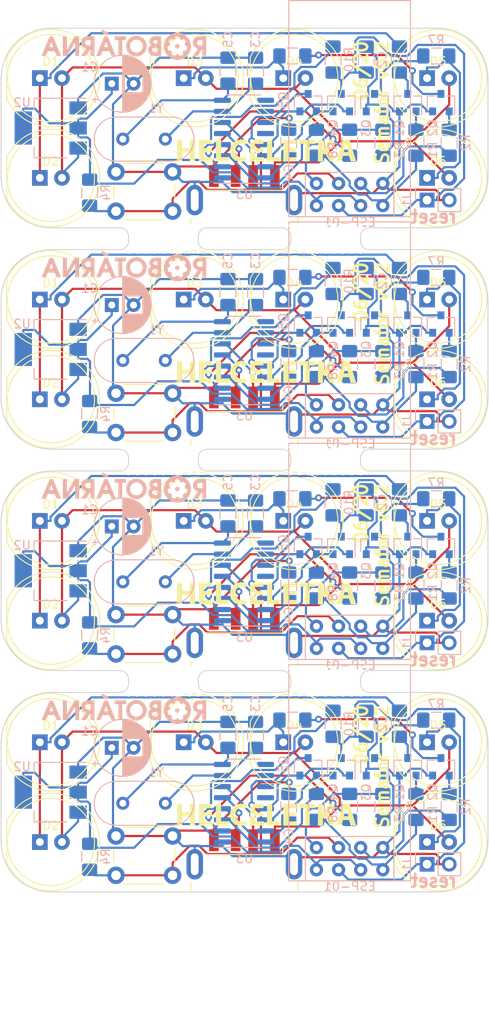
<source format=kicad_pcb>
(kicad_pcb (version 20171130) (host pcbnew 5.1.4+dfsg1-1)
  (layers (0 F.Cu signal) (31 B.Cu signal) (34 B.Paste user) (35 F.Paste user) (36 B.SilkS user) (37 F.SilkS user) (38 B.Mask user) (39 F.Mask user) (44 Edge.Cuts user))
  (net 0 "")
  (net 1 Board_1-Board_1-+3V3)
  (net 2 Board_1-Board_1-+5V)
  (net 3 Board_1-Board_1-BUTTON)
  (net 4 Board_1-Board_1-D+)
  (net 5 Board_1-Board_1-D-)
  (net 6 Board_1-Board_1-DTR)
  (net 7 Board_1-Board_1-GND)
  (net 8 Board_1-Board_1-LED-A)
  (net 9 Board_1-Board_1-LED-B)
  (net 10 Board_1-Board_1-LED-C)
  (net 11 "Board_1-Board_1-Net-(C3-Pad1)")
  (net 12 "Board_1-Board_1-Net-(C5-Pad1)")
  (net 13 "Board_1-Board_1-Net-(D1-Pad1)")
  (net 14 "Board_1-Board_1-Net-(D3-Pad1)")
  (net 15 "Board_1-Board_1-Net-(D5-Pad1)")
  (net 16 "Board_1-Board_1-Net-(Q1-Pad1)")
  (net 17 "Board_1-Board_1-Net-(Q1-Pad3)")
  (net 18 "Board_1-Board_1-Net-(Q2-Pad1)")
  (net 19 "Board_1-Board_1-Net-(Q2-Pad3)")
  (net 20 "Board_1-Board_1-Net-(Q3-Pad1)")
  (net 21 "Board_1-Board_1-Net-(Q3-Pad3)")
  (net 22 "Board_1-Board_1-Net-(R8-Pad2)")
  (net 23 "Board_1-Board_1-Net-(R9-Pad2)")
  (net 24 "Board_1-Board_1-Net-(U3-Pad10)")
  (net 25 "Board_1-Board_1-Net-(U3-Pad11)")
  (net 26 "Board_1-Board_1-Net-(U3-Pad12)")
  (net 27 "Board_1-Board_1-Net-(U3-Pad15)")
  (net 28 "Board_1-Board_1-Net-(U3-Pad9)")
  (net 29 Board_1-Board_1-RESET)
  (net 30 Board_1-Board_1-RTS)
  (net 31 Board_2-Board_1-+3V3)
  (net 32 Board_2-Board_1-+5V)
  (net 33 Board_2-Board_1-BUTTON)
  (net 34 Board_2-Board_1-D+)
  (net 35 Board_2-Board_1-D-)
  (net 36 Board_2-Board_1-DTR)
  (net 37 Board_2-Board_1-GND)
  (net 38 Board_2-Board_1-LED-A)
  (net 39 Board_2-Board_1-LED-B)
  (net 40 Board_2-Board_1-LED-C)
  (net 41 "Board_2-Board_1-Net-(C3-Pad1)")
  (net 42 "Board_2-Board_1-Net-(C5-Pad1)")
  (net 43 "Board_2-Board_1-Net-(D1-Pad1)")
  (net 44 "Board_2-Board_1-Net-(D3-Pad1)")
  (net 45 "Board_2-Board_1-Net-(D5-Pad1)")
  (net 46 "Board_2-Board_1-Net-(Q1-Pad1)")
  (net 47 "Board_2-Board_1-Net-(Q1-Pad3)")
  (net 48 "Board_2-Board_1-Net-(Q2-Pad1)")
  (net 49 "Board_2-Board_1-Net-(Q2-Pad3)")
  (net 50 "Board_2-Board_1-Net-(Q3-Pad1)")
  (net 51 "Board_2-Board_1-Net-(Q3-Pad3)")
  (net 52 "Board_2-Board_1-Net-(R8-Pad2)")
  (net 53 "Board_2-Board_1-Net-(R9-Pad2)")
  (net 54 "Board_2-Board_1-Net-(U3-Pad10)")
  (net 55 "Board_2-Board_1-Net-(U3-Pad11)")
  (net 56 "Board_2-Board_1-Net-(U3-Pad12)")
  (net 57 "Board_2-Board_1-Net-(U3-Pad15)")
  (net 58 "Board_2-Board_1-Net-(U3-Pad9)")
  (net 59 Board_2-Board_1-RESET)
  (net 60 Board_2-Board_1-RTS)
  (net 61 Board_3-Board_1-+3V3)
  (net 62 Board_3-Board_1-+5V)
  (net 63 Board_3-Board_1-BUTTON)
  (net 64 Board_3-Board_1-D+)
  (net 65 Board_3-Board_1-D-)
  (net 66 Board_3-Board_1-DTR)
  (net 67 Board_3-Board_1-GND)
  (net 68 Board_3-Board_1-LED-A)
  (net 69 Board_3-Board_1-LED-B)
  (net 70 Board_3-Board_1-LED-C)
  (net 71 "Board_3-Board_1-Net-(C3-Pad1)")
  (net 72 "Board_3-Board_1-Net-(C5-Pad1)")
  (net 73 "Board_3-Board_1-Net-(D1-Pad1)")
  (net 74 "Board_3-Board_1-Net-(D3-Pad1)")
  (net 75 "Board_3-Board_1-Net-(D5-Pad1)")
  (net 76 "Board_3-Board_1-Net-(Q1-Pad1)")
  (net 77 "Board_3-Board_1-Net-(Q1-Pad3)")
  (net 78 "Board_3-Board_1-Net-(Q2-Pad1)")
  (net 79 "Board_3-Board_1-Net-(Q2-Pad3)")
  (net 80 "Board_3-Board_1-Net-(Q3-Pad1)")
  (net 81 "Board_3-Board_1-Net-(Q3-Pad3)")
  (net 82 "Board_3-Board_1-Net-(R8-Pad2)")
  (net 83 "Board_3-Board_1-Net-(R9-Pad2)")
  (net 84 "Board_3-Board_1-Net-(U3-Pad10)")
  (net 85 "Board_3-Board_1-Net-(U3-Pad11)")
  (net 86 "Board_3-Board_1-Net-(U3-Pad12)")
  (net 87 "Board_3-Board_1-Net-(U3-Pad15)")
  (net 88 "Board_3-Board_1-Net-(U3-Pad9)")
  (net 89 Board_3-Board_1-RESET)
  (net 90 Board_3-Board_1-RTS)
  (net 91 Board_4-Board_1-+3V3)
  (net 92 Board_4-Board_1-+5V)
  (net 93 Board_4-Board_1-BUTTON)
  (net 94 Board_4-Board_1-D+)
  (net 95 Board_4-Board_1-D-)
  (net 96 Board_4-Board_1-DTR)
  (net 97 Board_4-Board_1-GND)
  (net 98 Board_4-Board_1-LED-A)
  (net 99 Board_4-Board_1-LED-B)
  (net 100 Board_4-Board_1-LED-C)
  (net 101 "Board_4-Board_1-Net-(C3-Pad1)")
  (net 102 "Board_4-Board_1-Net-(C5-Pad1)")
  (net 103 "Board_4-Board_1-Net-(D1-Pad1)")
  (net 104 "Board_4-Board_1-Net-(D3-Pad1)")
  (net 105 "Board_4-Board_1-Net-(D5-Pad1)")
  (net 106 "Board_4-Board_1-Net-(Q1-Pad1)")
  (net 107 "Board_4-Board_1-Net-(Q1-Pad3)")
  (net 108 "Board_4-Board_1-Net-(Q2-Pad1)")
  (net 109 "Board_4-Board_1-Net-(Q2-Pad3)")
  (net 110 "Board_4-Board_1-Net-(Q3-Pad1)")
  (net 111 "Board_4-Board_1-Net-(Q3-Pad3)")
  (net 112 "Board_4-Board_1-Net-(R8-Pad2)")
  (net 113 "Board_4-Board_1-Net-(R9-Pad2)")
  (net 114 "Board_4-Board_1-Net-(U3-Pad10)")
  (net 115 "Board_4-Board_1-Net-(U3-Pad11)")
  (net 116 "Board_4-Board_1-Net-(U3-Pad12)")
  (net 117 "Board_4-Board_1-Net-(U3-Pad15)")
  (net 118 "Board_4-Board_1-Net-(U3-Pad9)")
  (net 119 Board_4-Board_1-RESET)
  (net 120 Board_4-Board_1-RTS)
  (module NPTH (layer F.Cu) (at 91.254701 126.3352)
    (fp_text reference REF** hide)
    (fp_text value NPTH hide)
    (pad "" np_thru_hole circle (at 0 0) (size 0.5 0.5) (drill 0.5) (layers *.Cu *.Mask))
  )
  (module NPTH (layer F.Cu) (at 90.254701 126.3352)
    (fp_text reference REF** hide)
    (fp_text value NPTH hide)
    (pad "" np_thru_hole circle (at 0 0) (size 0.5 0.5) (drill 0.5) (layers *.Cu *.Mask))
  )
  (module NPTH (layer F.Cu) (at 89.254701 126.3352)
    (fp_text reference REF** hide)
    (fp_text value NPTH hide)
    (pad "" np_thru_hole circle (at 0 0) (size 0.5 0.5) (drill 0.5) (layers *.Cu *.Mask))
  )
  (module NPTH (layer F.Cu) (at 88.254701 126.3352)
    (fp_text reference REF** hide)
    (fp_text value NPTH hide)
    (pad "" np_thru_hole circle (at 0 0) (size 0.5 0.5) (drill 0.5) (layers *.Cu *.Mask))
  )
  (module NPTH (layer F.Cu) (at 87.254701 126.3352)
    (fp_text reference REF** hide)
    (fp_text value NPTH hide)
    (pad "" np_thru_hole circle (at 0 0) (size 0.5 0.5) (drill 0.5) (layers *.Cu *.Mask))
  )
  (module NPTH (layer F.Cu) (at 86.254701 126.3352)
    (fp_text reference REF** hide)
    (fp_text value NPTH hide)
    (pad "" np_thru_hole circle (at 0 0) (size 0.5 0.5) (drill 0.5) (layers *.Cu *.Mask))
  )
  (module NPTH (layer F.Cu) (at 85.254701 126.3352)
    (fp_text reference REF** hide)
    (fp_text value NPTH hide)
    (pad "" np_thru_hole circle (at 0 0) (size 0.5 0.5) (drill 0.5) (layers *.Cu *.Mask))
  )
  (module NPTH (layer F.Cu) (at 84.254701 126.3352)
    (fp_text reference REF** hide)
    (fp_text value NPTH hide)
    (pad "" np_thru_hole circle (at 0 0) (size 0.5 0.5) (drill 0.5) (layers *.Cu *.Mask))
  )
  (module NPTH (layer F.Cu) (at 83.254701 126.3352)
    (fp_text reference REF** hide)
    (fp_text value NPTH hide)
    (pad "" np_thru_hole circle (at 0 0) (size 0.5 0.5) (drill 0.5) (layers *.Cu *.Mask))
  )
  (module NPTH (layer F.Cu) (at 72.62735 126.3352)
    (fp_text reference REF** hide)
    (fp_text value NPTH hide)
    (pad "" np_thru_hole circle (at 0 0) (size 0.5 0.5) (drill 0.5) (layers *.Cu *.Mask))
  )
  (module NPTH (layer F.Cu) (at 71.62735 126.3352)
    (fp_text reference REF** hide)
    (fp_text value NPTH hide)
    (pad "" np_thru_hole circle (at 0 0) (size 0.5 0.5) (drill 0.5) (layers *.Cu *.Mask))
  )
  (module NPTH (layer F.Cu) (at 70.62735 126.3352)
    (fp_text reference REF** hide)
    (fp_text value NPTH hide)
    (pad "" np_thru_hole circle (at 0 0) (size 0.5 0.5) (drill 0.5) (layers *.Cu *.Mask))
  )
  (module NPTH (layer F.Cu) (at 69.62735 126.3352)
    (fp_text reference REF** hide)
    (fp_text value NPTH hide)
    (pad "" np_thru_hole circle (at 0 0) (size 0.5 0.5) (drill 0.5) (layers *.Cu *.Mask))
  )
  (module NPTH (layer F.Cu) (at 68.62735 126.3352)
    (fp_text reference REF** hide)
    (fp_text value NPTH hide)
    (pad "" np_thru_hole circle (at 0 0) (size 0.5 0.5) (drill 0.5) (layers *.Cu *.Mask))
  )
  (module NPTH (layer F.Cu) (at 67.62735 126.3352)
    (fp_text reference REF** hide)
    (fp_text value NPTH hide)
    (pad "" np_thru_hole circle (at 0 0) (size 0.5 0.5) (drill 0.5) (layers *.Cu *.Mask))
  )
  (module NPTH (layer F.Cu) (at 66.62735 126.3352)
    (fp_text reference REF** hide)
    (fp_text value NPTH hide)
    (pad "" np_thru_hole circle (at 0 0) (size 0.5 0.5) (drill 0.5) (layers *.Cu *.Mask))
  )
  (module NPTH (layer F.Cu) (at 65.62735 126.3352)
    (fp_text reference REF** hide)
    (fp_text value NPTH hide)
    (pad "" np_thru_hole circle (at 0 0) (size 0.5 0.5) (drill 0.5) (layers *.Cu *.Mask))
  )
  (module NPTH (layer F.Cu) (at 64.62735 126.3352)
    (fp_text reference REF** hide)
    (fp_text value NPTH hide)
    (pad "" np_thru_hole circle (at 0 0) (size 0.5 0.5) (drill 0.5) (layers *.Cu *.Mask))
  )
  (module NPTH (layer F.Cu) (at 83.254701 123.337061)
    (fp_text reference REF** hide)
    (fp_text value NPTH hide)
    (pad "" np_thru_hole circle (at 0 0) (size 0.5 0.5) (drill 0.5) (layers *.Cu *.Mask))
  )
  (module NPTH (layer F.Cu) (at 84.254701 123.337064)
    (fp_text reference REF** hide)
    (fp_text value NPTH hide)
    (pad "" np_thru_hole circle (at 0 0) (size 0.5 0.5) (drill 0.5) (layers *.Cu *.Mask))
  )
  (module NPTH (layer F.Cu) (at 85.254701 123.337066)
    (fp_text reference REF** hide)
    (fp_text value NPTH hide)
    (pad "" np_thru_hole circle (at 0 0) (size 0.5 0.5) (drill 0.5) (layers *.Cu *.Mask))
  )
  (module NPTH (layer F.Cu) (at 86.254701 123.337068)
    (fp_text reference REF** hide)
    (fp_text value NPTH hide)
    (pad "" np_thru_hole circle (at 0 0) (size 0.5 0.5) (drill 0.5) (layers *.Cu *.Mask))
  )
  (module NPTH (layer F.Cu) (at 87.254701 123.33707)
    (fp_text reference REF** hide)
    (fp_text value NPTH hide)
    (pad "" np_thru_hole circle (at 0 0) (size 0.5 0.5) (drill 0.5) (layers *.Cu *.Mask))
  )
  (module NPTH (layer F.Cu) (at 88.254701 123.337073)
    (fp_text reference REF** hide)
    (fp_text value NPTH hide)
    (pad "" np_thru_hole circle (at 0 0) (size 0.5 0.5) (drill 0.5) (layers *.Cu *.Mask))
  )
  (module NPTH (layer F.Cu) (at 89.254701 123.337075)
    (fp_text reference REF** hide)
    (fp_text value NPTH hide)
    (pad "" np_thru_hole circle (at 0 0) (size 0.5 0.5) (drill 0.5) (layers *.Cu *.Mask))
  )
  (module NPTH (layer F.Cu) (at 90.254701 123.337077)
    (fp_text reference REF** hide)
    (fp_text value NPTH hide)
    (pad "" np_thru_hole circle (at 0 0) (size 0.5 0.5) (drill 0.5) (layers *.Cu *.Mask))
  )
  (module NPTH (layer F.Cu) (at 91.254701 123.337079)
    (fp_text reference REF** hide)
    (fp_text value NPTH hide)
    (pad "" np_thru_hole circle (at 0 0) (size 0.5 0.5) (drill 0.5) (layers *.Cu *.Mask))
  )
  (module NPTH (layer F.Cu) (at 64.62735 123.33702)
    (fp_text reference REF** hide)
    (fp_text value NPTH hide)
    (pad "" np_thru_hole circle (at 0 0) (size 0.5 0.5) (drill 0.5) (layers *.Cu *.Mask))
  )
  (module NPTH (layer F.Cu) (at 65.62735 123.337022)
    (fp_text reference REF** hide)
    (fp_text value NPTH hide)
    (pad "" np_thru_hole circle (at 0 0) (size 0.5 0.5) (drill 0.5) (layers *.Cu *.Mask))
  )
  (module NPTH (layer F.Cu) (at 66.62735 123.337024)
    (fp_text reference REF** hide)
    (fp_text value NPTH hide)
    (pad "" np_thru_hole circle (at 0 0) (size 0.5 0.5) (drill 0.5) (layers *.Cu *.Mask))
  )
  (module NPTH (layer F.Cu) (at 67.62735 123.337026)
    (fp_text reference REF** hide)
    (fp_text value NPTH hide)
    (pad "" np_thru_hole circle (at 0 0) (size 0.5 0.5) (drill 0.5) (layers *.Cu *.Mask))
  )
  (module NPTH (layer F.Cu) (at 68.62735 123.337029)
    (fp_text reference REF** hide)
    (fp_text value NPTH hide)
    (pad "" np_thru_hole circle (at 0 0) (size 0.5 0.5) (drill 0.5) (layers *.Cu *.Mask))
  )
  (module NPTH (layer F.Cu) (at 69.62735 123.337031)
    (fp_text reference REF** hide)
    (fp_text value NPTH hide)
    (pad "" np_thru_hole circle (at 0 0) (size 0.5 0.5) (drill 0.5) (layers *.Cu *.Mask))
  )
  (module NPTH (layer F.Cu) (at 70.62735 123.337033)
    (fp_text reference REF** hide)
    (fp_text value NPTH hide)
    (pad "" np_thru_hole circle (at 0 0) (size 0.5 0.5) (drill 0.5) (layers *.Cu *.Mask))
  )
  (module NPTH (layer F.Cu) (at 71.62735 123.337035)
    (fp_text reference REF** hide)
    (fp_text value NPTH hide)
    (pad "" np_thru_hole circle (at 0 0) (size 0.5 0.5) (drill 0.5) (layers *.Cu *.Mask))
  )
  (module NPTH (layer F.Cu) (at 72.62735 123.337038)
    (fp_text reference REF** hide)
    (fp_text value NPTH hide)
    (pad "" np_thru_hole circle (at 0 0) (size 0.5 0.5) (drill 0.5) (layers *.Cu *.Mask))
  )
  (module NPTH (layer F.Cu) (at 91.254701 100.9731)
    (fp_text reference REF** hide)
    (fp_text value NPTH hide)
    (pad "" np_thru_hole circle (at 0 0) (size 0.5 0.5) (drill 0.5) (layers *.Cu *.Mask))
  )
  (module NPTH (layer F.Cu) (at 90.254701 100.9731)
    (fp_text reference REF** hide)
    (fp_text value NPTH hide)
    (pad "" np_thru_hole circle (at 0 0) (size 0.5 0.5) (drill 0.5) (layers *.Cu *.Mask))
  )
  (module NPTH (layer F.Cu) (at 89.254701 100.9731)
    (fp_text reference REF** hide)
    (fp_text value NPTH hide)
    (pad "" np_thru_hole circle (at 0 0) (size 0.5 0.5) (drill 0.5) (layers *.Cu *.Mask))
  )
  (module NPTH (layer F.Cu) (at 88.254701 100.9731)
    (fp_text reference REF** hide)
    (fp_text value NPTH hide)
    (pad "" np_thru_hole circle (at 0 0) (size 0.5 0.5) (drill 0.5) (layers *.Cu *.Mask))
  )
  (module NPTH (layer F.Cu) (at 87.254701 100.9731)
    (fp_text reference REF** hide)
    (fp_text value NPTH hide)
    (pad "" np_thru_hole circle (at 0 0) (size 0.5 0.5) (drill 0.5) (layers *.Cu *.Mask))
  )
  (module NPTH (layer F.Cu) (at 86.254701 100.9731)
    (fp_text reference REF** hide)
    (fp_text value NPTH hide)
    (pad "" np_thru_hole circle (at 0 0) (size 0.5 0.5) (drill 0.5) (layers *.Cu *.Mask))
  )
  (module NPTH (layer F.Cu) (at 85.254701 100.9731)
    (fp_text reference REF** hide)
    (fp_text value NPTH hide)
    (pad "" np_thru_hole circle (at 0 0) (size 0.5 0.5) (drill 0.5) (layers *.Cu *.Mask))
  )
  (module NPTH (layer F.Cu) (at 84.254701 100.9731)
    (fp_text reference REF** hide)
    (fp_text value NPTH hide)
    (pad "" np_thru_hole circle (at 0 0) (size 0.5 0.5) (drill 0.5) (layers *.Cu *.Mask))
  )
  (module NPTH (layer F.Cu) (at 83.254701 100.9731)
    (fp_text reference REF** hide)
    (fp_text value NPTH hide)
    (pad "" np_thru_hole circle (at 0 0) (size 0.5 0.5) (drill 0.5) (layers *.Cu *.Mask))
  )
  (module NPTH (layer F.Cu) (at 72.62735 100.9731)
    (fp_text reference REF** hide)
    (fp_text value NPTH hide)
    (pad "" np_thru_hole circle (at 0 0) (size 0.5 0.5) (drill 0.5) (layers *.Cu *.Mask))
  )
  (module NPTH (layer F.Cu) (at 71.62735 100.9731)
    (fp_text reference REF** hide)
    (fp_text value NPTH hide)
    (pad "" np_thru_hole circle (at 0 0) (size 0.5 0.5) (drill 0.5) (layers *.Cu *.Mask))
  )
  (module NPTH (layer F.Cu) (at 70.62735 100.9731)
    (fp_text reference REF** hide)
    (fp_text value NPTH hide)
    (pad "" np_thru_hole circle (at 0 0) (size 0.5 0.5) (drill 0.5) (layers *.Cu *.Mask))
  )
  (module NPTH (layer F.Cu) (at 69.62735 100.9731)
    (fp_text reference REF** hide)
    (fp_text value NPTH hide)
    (pad "" np_thru_hole circle (at 0 0) (size 0.5 0.5) (drill 0.5) (layers *.Cu *.Mask))
  )
  (module NPTH (layer F.Cu) (at 68.62735 100.9731)
    (fp_text reference REF** hide)
    (fp_text value NPTH hide)
    (pad "" np_thru_hole circle (at 0 0) (size 0.5 0.5) (drill 0.5) (layers *.Cu *.Mask))
  )
  (module NPTH (layer F.Cu) (at 67.62735 100.9731)
    (fp_text reference REF** hide)
    (fp_text value NPTH hide)
    (pad "" np_thru_hole circle (at 0 0) (size 0.5 0.5) (drill 0.5) (layers *.Cu *.Mask))
  )
  (module NPTH (layer F.Cu) (at 66.62735 100.9731)
    (fp_text reference REF** hide)
    (fp_text value NPTH hide)
    (pad "" np_thru_hole circle (at 0 0) (size 0.5 0.5) (drill 0.5) (layers *.Cu *.Mask))
  )
  (module NPTH (layer F.Cu) (at 65.62735 100.9731)
    (fp_text reference REF** hide)
    (fp_text value NPTH hide)
    (pad "" np_thru_hole circle (at 0 0) (size 0.5 0.5) (drill 0.5) (layers *.Cu *.Mask))
  )
  (module NPTH (layer F.Cu) (at 64.62735 100.9731)
    (fp_text reference REF** hide)
    (fp_text value NPTH hide)
    (pad "" np_thru_hole circle (at 0 0) (size 0.5 0.5) (drill 0.5) (layers *.Cu *.Mask))
  )
  (module NPTH (layer F.Cu) (at 83.254701 97.975061)
    (fp_text reference REF** hide)
    (fp_text value NPTH hide)
    (pad "" np_thru_hole circle (at 0 0) (size 0.5 0.5) (drill 0.5) (layers *.Cu *.Mask))
  )
  (module NPTH (layer F.Cu) (at 84.254701 97.975064)
    (fp_text reference REF** hide)
    (fp_text value NPTH hide)
    (pad "" np_thru_hole circle (at 0 0) (size 0.5 0.5) (drill 0.5) (layers *.Cu *.Mask))
  )
  (module NPTH (layer F.Cu) (at 85.254701 97.975066)
    (fp_text reference REF** hide)
    (fp_text value NPTH hide)
    (pad "" np_thru_hole circle (at 0 0) (size 0.5 0.5) (drill 0.5) (layers *.Cu *.Mask))
  )
  (module NPTH (layer F.Cu) (at 86.254701 97.975068)
    (fp_text reference REF** hide)
    (fp_text value NPTH hide)
    (pad "" np_thru_hole circle (at 0 0) (size 0.5 0.5) (drill 0.5) (layers *.Cu *.Mask))
  )
  (module NPTH (layer F.Cu) (at 87.254701 97.97507)
    (fp_text reference REF** hide)
    (fp_text value NPTH hide)
    (pad "" np_thru_hole circle (at 0 0) (size 0.5 0.5) (drill 0.5) (layers *.Cu *.Mask))
  )
  (module NPTH (layer F.Cu) (at 88.254701 97.975073)
    (fp_text reference REF** hide)
    (fp_text value NPTH hide)
    (pad "" np_thru_hole circle (at 0 0) (size 0.5 0.5) (drill 0.5) (layers *.Cu *.Mask))
  )
  (module NPTH (layer F.Cu) (at 89.254701 97.975075)
    (fp_text reference REF** hide)
    (fp_text value NPTH hide)
    (pad "" np_thru_hole circle (at 0 0) (size 0.5 0.5) (drill 0.5) (layers *.Cu *.Mask))
  )
  (module NPTH (layer F.Cu) (at 90.254701 97.975077)
    (fp_text reference REF** hide)
    (fp_text value NPTH hide)
    (pad "" np_thru_hole circle (at 0 0) (size 0.5 0.5) (drill 0.5) (layers *.Cu *.Mask))
  )
  (module NPTH (layer F.Cu) (at 91.254701 97.975079)
    (fp_text reference REF** hide)
    (fp_text value NPTH hide)
    (pad "" np_thru_hole circle (at 0 0) (size 0.5 0.5) (drill 0.5) (layers *.Cu *.Mask))
  )
  (module NPTH (layer F.Cu) (at 64.62735 97.97502)
    (fp_text reference REF** hide)
    (fp_text value NPTH hide)
    (pad "" np_thru_hole circle (at 0 0) (size 0.5 0.5) (drill 0.5) (layers *.Cu *.Mask))
  )
  (module NPTH (layer F.Cu) (at 65.62735 97.975022)
    (fp_text reference REF** hide)
    (fp_text value NPTH hide)
    (pad "" np_thru_hole circle (at 0 0) (size 0.5 0.5) (drill 0.5) (layers *.Cu *.Mask))
  )
  (module NPTH (layer F.Cu) (at 66.62735 97.975024)
    (fp_text reference REF** hide)
    (fp_text value NPTH hide)
    (pad "" np_thru_hole circle (at 0 0) (size 0.5 0.5) (drill 0.5) (layers *.Cu *.Mask))
  )
  (module NPTH (layer F.Cu) (at 67.62735 97.975026)
    (fp_text reference REF** hide)
    (fp_text value NPTH hide)
    (pad "" np_thru_hole circle (at 0 0) (size 0.5 0.5) (drill 0.5) (layers *.Cu *.Mask))
  )
  (module NPTH (layer F.Cu) (at 68.62735 97.975029)
    (fp_text reference REF** hide)
    (fp_text value NPTH hide)
    (pad "" np_thru_hole circle (at 0 0) (size 0.5 0.5) (drill 0.5) (layers *.Cu *.Mask))
  )
  (module NPTH (layer F.Cu) (at 69.62735 97.975031)
    (fp_text reference REF** hide)
    (fp_text value NPTH hide)
    (pad "" np_thru_hole circle (at 0 0) (size 0.5 0.5) (drill 0.5) (layers *.Cu *.Mask))
  )
  (module NPTH (layer F.Cu) (at 70.62735 97.975033)
    (fp_text reference REF** hide)
    (fp_text value NPTH hide)
    (pad "" np_thru_hole circle (at 0 0) (size 0.5 0.5) (drill 0.5) (layers *.Cu *.Mask))
  )
  (module NPTH (layer F.Cu) (at 71.62735 97.975035)
    (fp_text reference REF** hide)
    (fp_text value NPTH hide)
    (pad "" np_thru_hole circle (at 0 0) (size 0.5 0.5) (drill 0.5) (layers *.Cu *.Mask))
  )
  (module NPTH (layer F.Cu) (at 72.62735 97.975038)
    (fp_text reference REF** hide)
    (fp_text value NPTH hide)
    (pad "" np_thru_hole circle (at 0 0) (size 0.5 0.5) (drill 0.5) (layers *.Cu *.Mask))
  )
  (module NPTH (layer F.Cu) (at 91.254701 75.6111)
    (fp_text reference REF** hide)
    (fp_text value NPTH hide)
    (pad "" np_thru_hole circle (at 0 0) (size 0.5 0.5) (drill 0.5) (layers *.Cu *.Mask))
  )
  (module NPTH (layer F.Cu) (at 90.254701 75.6111)
    (fp_text reference REF** hide)
    (fp_text value NPTH hide)
    (pad "" np_thru_hole circle (at 0 0) (size 0.5 0.5) (drill 0.5) (layers *.Cu *.Mask))
  )
  (module NPTH (layer F.Cu) (at 89.254701 75.6111)
    (fp_text reference REF** hide)
    (fp_text value NPTH hide)
    (pad "" np_thru_hole circle (at 0 0) (size 0.5 0.5) (drill 0.5) (layers *.Cu *.Mask))
  )
  (module NPTH (layer F.Cu) (at 88.254701 75.6111)
    (fp_text reference REF** hide)
    (fp_text value NPTH hide)
    (pad "" np_thru_hole circle (at 0 0) (size 0.5 0.5) (drill 0.5) (layers *.Cu *.Mask))
  )
  (module NPTH (layer F.Cu) (at 87.254701 75.6111)
    (fp_text reference REF** hide)
    (fp_text value NPTH hide)
    (pad "" np_thru_hole circle (at 0 0) (size 0.5 0.5) (drill 0.5) (layers *.Cu *.Mask))
  )
  (module NPTH (layer F.Cu) (at 86.254701 75.6111)
    (fp_text reference REF** hide)
    (fp_text value NPTH hide)
    (pad "" np_thru_hole circle (at 0 0) (size 0.5 0.5) (drill 0.5) (layers *.Cu *.Mask))
  )
  (module NPTH (layer F.Cu) (at 85.254701 75.6111)
    (fp_text reference REF** hide)
    (fp_text value NPTH hide)
    (pad "" np_thru_hole circle (at 0 0) (size 0.5 0.5) (drill 0.5) (layers *.Cu *.Mask))
  )
  (module NPTH (layer F.Cu) (at 84.254701 75.6111)
    (fp_text reference REF** hide)
    (fp_text value NPTH hide)
    (pad "" np_thru_hole circle (at 0 0) (size 0.5 0.5) (drill 0.5) (layers *.Cu *.Mask))
  )
  (module NPTH (layer F.Cu) (at 83.254701 75.6111)
    (fp_text reference REF** hide)
    (fp_text value NPTH hide)
    (pad "" np_thru_hole circle (at 0 0) (size 0.5 0.5) (drill 0.5) (layers *.Cu *.Mask))
  )
  (module NPTH (layer F.Cu) (at 72.62735 75.6111)
    (fp_text reference REF** hide)
    (fp_text value NPTH hide)
    (pad "" np_thru_hole circle (at 0 0) (size 0.5 0.5) (drill 0.5) (layers *.Cu *.Mask))
  )
  (module NPTH (layer F.Cu) (at 71.62735 75.6111)
    (fp_text reference REF** hide)
    (fp_text value NPTH hide)
    (pad "" np_thru_hole circle (at 0 0) (size 0.5 0.5) (drill 0.5) (layers *.Cu *.Mask))
  )
  (module NPTH (layer F.Cu) (at 70.62735 75.6111)
    (fp_text reference REF** hide)
    (fp_text value NPTH hide)
    (pad "" np_thru_hole circle (at 0 0) (size 0.5 0.5) (drill 0.5) (layers *.Cu *.Mask))
  )
  (module NPTH (layer F.Cu) (at 69.62735 75.6111)
    (fp_text reference REF** hide)
    (fp_text value NPTH hide)
    (pad "" np_thru_hole circle (at 0 0) (size 0.5 0.5) (drill 0.5) (layers *.Cu *.Mask))
  )
  (module NPTH (layer F.Cu) (at 68.62735 75.6111)
    (fp_text reference REF** hide)
    (fp_text value NPTH hide)
    (pad "" np_thru_hole circle (at 0 0) (size 0.5 0.5) (drill 0.5) (layers *.Cu *.Mask))
  )
  (module NPTH (layer F.Cu) (at 67.62735 75.6111)
    (fp_text reference REF** hide)
    (fp_text value NPTH hide)
    (pad "" np_thru_hole circle (at 0 0) (size 0.5 0.5) (drill 0.5) (layers *.Cu *.Mask))
  )
  (module NPTH (layer F.Cu) (at 66.62735 75.6111)
    (fp_text reference REF** hide)
    (fp_text value NPTH hide)
    (pad "" np_thru_hole circle (at 0 0) (size 0.5 0.5) (drill 0.5) (layers *.Cu *.Mask))
  )
  (module NPTH (layer F.Cu) (at 65.62735 75.6111)
    (fp_text reference REF** hide)
    (fp_text value NPTH hide)
    (pad "" np_thru_hole circle (at 0 0) (size 0.5 0.5) (drill 0.5) (layers *.Cu *.Mask))
  )
  (module NPTH (layer F.Cu) (at 64.62735 75.6111)
    (fp_text reference REF** hide)
    (fp_text value NPTH hide)
    (pad "" np_thru_hole circle (at 0 0) (size 0.5 0.5) (drill 0.5) (layers *.Cu *.Mask))
  )
  (module NPTH (layer F.Cu) (at 83.254701 72.612961)
    (fp_text reference REF** hide)
    (fp_text value NPTH hide)
    (pad "" np_thru_hole circle (at 0 0) (size 0.5 0.5) (drill 0.5) (layers *.Cu *.Mask))
  )
  (module NPTH (layer F.Cu) (at 84.254701 72.612964)
    (fp_text reference REF** hide)
    (fp_text value NPTH hide)
    (pad "" np_thru_hole circle (at 0 0) (size 0.5 0.5) (drill 0.5) (layers *.Cu *.Mask))
  )
  (module NPTH (layer F.Cu) (at 85.254701 72.612966)
    (fp_text reference REF** hide)
    (fp_text value NPTH hide)
    (pad "" np_thru_hole circle (at 0 0) (size 0.5 0.5) (drill 0.5) (layers *.Cu *.Mask))
  )
  (module NPTH (layer F.Cu) (at 86.254701 72.612968)
    (fp_text reference REF** hide)
    (fp_text value NPTH hide)
    (pad "" np_thru_hole circle (at 0 0) (size 0.5 0.5) (drill 0.5) (layers *.Cu *.Mask))
  )
  (module NPTH (layer F.Cu) (at 87.254701 72.61297)
    (fp_text reference REF** hide)
    (fp_text value NPTH hide)
    (pad "" np_thru_hole circle (at 0 0) (size 0.5 0.5) (drill 0.5) (layers *.Cu *.Mask))
  )
  (module NPTH (layer F.Cu) (at 88.254701 72.612973)
    (fp_text reference REF** hide)
    (fp_text value NPTH hide)
    (pad "" np_thru_hole circle (at 0 0) (size 0.5 0.5) (drill 0.5) (layers *.Cu *.Mask))
  )
  (module NPTH (layer F.Cu) (at 89.254701 72.612975)
    (fp_text reference REF** hide)
    (fp_text value NPTH hide)
    (pad "" np_thru_hole circle (at 0 0) (size 0.5 0.5) (drill 0.5) (layers *.Cu *.Mask))
  )
  (module NPTH (layer F.Cu) (at 90.254701 72.612977)
    (fp_text reference REF** hide)
    (fp_text value NPTH hide)
    (pad "" np_thru_hole circle (at 0 0) (size 0.5 0.5) (drill 0.5) (layers *.Cu *.Mask))
  )
  (module NPTH (layer F.Cu) (at 91.254701 72.612979)
    (fp_text reference REF** hide)
    (fp_text value NPTH hide)
    (pad "" np_thru_hole circle (at 0 0) (size 0.5 0.5) (drill 0.5) (layers *.Cu *.Mask))
  )
  (module NPTH (layer F.Cu) (at 64.62735 72.61292)
    (fp_text reference REF** hide)
    (fp_text value NPTH hide)
    (pad "" np_thru_hole circle (at 0 0) (size 0.5 0.5) (drill 0.5) (layers *.Cu *.Mask))
  )
  (module NPTH (layer F.Cu) (at 65.62735 72.612922)
    (fp_text reference REF** hide)
    (fp_text value NPTH hide)
    (pad "" np_thru_hole circle (at 0 0) (size 0.5 0.5) (drill 0.5) (layers *.Cu *.Mask))
  )
  (module NPTH (layer F.Cu) (at 66.62735 72.612924)
    (fp_text reference REF** hide)
    (fp_text value NPTH hide)
    (pad "" np_thru_hole circle (at 0 0) (size 0.5 0.5) (drill 0.5) (layers *.Cu *.Mask))
  )
  (module NPTH (layer F.Cu) (at 67.62735 72.612926)
    (fp_text reference REF** hide)
    (fp_text value NPTH hide)
    (pad "" np_thru_hole circle (at 0 0) (size 0.5 0.5) (drill 0.5) (layers *.Cu *.Mask))
  )
  (module NPTH (layer F.Cu) (at 68.62735 72.612929)
    (fp_text reference REF** hide)
    (fp_text value NPTH hide)
    (pad "" np_thru_hole circle (at 0 0) (size 0.5 0.5) (drill 0.5) (layers *.Cu *.Mask))
  )
  (module NPTH (layer F.Cu) (at 69.62735 72.612931)
    (fp_text reference REF** hide)
    (fp_text value NPTH hide)
    (pad "" np_thru_hole circle (at 0 0) (size 0.5 0.5) (drill 0.5) (layers *.Cu *.Mask))
  )
  (module NPTH (layer F.Cu) (at 70.62735 72.612933)
    (fp_text reference REF** hide)
    (fp_text value NPTH hide)
    (pad "" np_thru_hole circle (at 0 0) (size 0.5 0.5) (drill 0.5) (layers *.Cu *.Mask))
  )
  (module NPTH (layer F.Cu) (at 71.62735 72.612935)
    (fp_text reference REF** hide)
    (fp_text value NPTH hide)
    (pad "" np_thru_hole circle (at 0 0) (size 0.5 0.5) (drill 0.5) (layers *.Cu *.Mask))
  )
  (module NPTH (layer F.Cu) (at 72.62735 72.612938)
    (fp_text reference REF** hide)
    (fp_text value NPTH hide)
    (pad "" np_thru_hole circle (at 0 0) (size 0.5 0.5) (drill 0.5) (layers *.Cu *.Mask))
  )
  (module semaforBoard:PinHeader_1x02_P2.54mm_Vertical (layer B.Cu) (at 98.896001 145.772196 270)
    (fp_text reference J1 (at 0 2.33 90) (layer B.SilkS) (effects (justify mirror)))
    (fp_text value RESET)
    (pad 2 thru_hole oval (at 0 -2.54 270) (size 1.7 1.7) (drill 1) (layers *.Cu *.Mask) (net 97 Board_4-Board_1-GND))
    (pad 1 thru_hole rect (at 0 0 270) (size 1.7 1.7) (drill 1) (layers *.Cu *.Mask) (net 119 Board_4-Board_1-RESET))
  )
  (module LED_THT:LED_D10.0mm (layer F.Cu) (at 98.896001 143.232196)
    (fp_text reference D6 (at 1.27 -1.905) (layer F.SilkS))
    (fp_text value LED)
    (pad 2 thru_hole circle (at 2.54 0) (size 1.8 1.8) (drill 0.9) (layers *.Cu *.Mask) (net 92 Board_4-Board_1-+5V))
    (pad 1 thru_hole rect (at 0 0) (size 1.8 1.8) (drill 0.9) (layers *.Cu *.Mask) (net 105 "Board_4-Board_1-Net-(D5-Pad1)"))
  )
  (module LED_THT:LED_D10.0mm (layer F.Cu) (at 98.896001 131.802196)
    (fp_text reference D5 (at 1.27 -1.905) (layer F.SilkS))
    (fp_text value LED)
    (pad 2 thru_hole circle (at 2.54 0) (size 1.8 1.8) (drill 0.9) (layers *.Cu *.Mask) (net 92 Board_4-Board_1-+5V))
    (pad 1 thru_hole rect (at 0 0) (size 1.8 1.8) (drill 0.9) (layers *.Cu *.Mask) (net 105 "Board_4-Board_1-Net-(D5-Pad1)"))
  )
  (module LED_THT:LED_D10.0mm (layer F.Cu) (at 82.386001 131.802196)
    (fp_text reference D4 (at 1.27 -1.905) (layer F.SilkS))
    (fp_text value LED)
    (pad 2 thru_hole circle (at 2.54 0) (size 1.8 1.8) (drill 0.9) (layers *.Cu *.Mask) (net 92 Board_4-Board_1-+5V))
    (pad 1 thru_hole rect (at 0 0) (size 1.8 1.8) (drill 0.9) (layers *.Cu *.Mask) (net 104 "Board_4-Board_1-Net-(D3-Pad1)"))
  )
  (module LED_THT:LED_D10.0mm (layer F.Cu) (at 70.956001 131.802196)
    (fp_text reference D3 (at 1.27 -1.905) (layer F.SilkS))
    (fp_text value LED)
    (pad 2 thru_hole circle (at 2.54 0) (size 1.8 1.8) (drill 0.9) (layers *.Cu *.Mask) (net 92 Board_4-Board_1-+5V))
    (pad 1 thru_hole rect (at 0 0) (size 1.8 1.8) (drill 0.9) (layers *.Cu *.Mask) (net 104 "Board_4-Board_1-Net-(D3-Pad1)"))
  )
  (module LED_THT:LED_D10.0mm (layer F.Cu) (at 54.446001 143.232196)
    (fp_text reference D2 (at 1.27 -1.905) (layer F.SilkS))
    (fp_text value LED)
    (pad 2 thru_hole circle (at 2.54 0) (size 1.8 1.8) (drill 0.9) (layers *.Cu *.Mask) (net 92 Board_4-Board_1-+5V))
    (pad 1 thru_hole rect (at 0 0) (size 1.8 1.8) (drill 0.9) (layers *.Cu *.Mask) (net 103 "Board_4-Board_1-Net-(D1-Pad1)"))
  )
  (module LED_THT:LED_D10.0mm (layer F.Cu) (at 54.446001 131.802196)
    (fp_text reference D1 (at 1.27 -1.905) (layer F.SilkS))
    (fp_text value LED)
    (pad 2 thru_hole circle (at 2.54 0) (size 1.8 1.8) (drill 0.9) (layers *.Cu *.Mask) (net 92 Board_4-Board_1-+5V))
    (pad 1 thru_hole rect (at 0 0) (size 1.8 1.8) (drill 0.9) (layers *.Cu *.Mask) (net 103 "Board_4-Board_1-Net-(D1-Pad1)"))
  )
  (module Crystal:Crystal_HC49-4H_Vertical (layer B.Cu) (at 68.851001 138.787196 180)
    (fp_text reference Y1 (at 1.07 3.525) (layer B.SilkS) (effects (justify mirror)))
    (fp_text value Crystal)
    (pad 2 thru_hole circle (at 4.88 0 180) (size 1.5 1.5) (drill 0.8) (layers *.Cu *.Mask) (net 102 "Board_4-Board_1-Net-(C5-Pad1)"))
    (pad 1 thru_hole circle (at 0 0 180) (size 1.5 1.5) (drill 0.8) (layers *.Cu *.Mask) (net 101 "Board_4-Board_1-Net-(C3-Pad1)"))
  )
  (module Package_SO:SOIC-16_3.9x9.9mm_P1.27mm (layer B.Cu) (at 77.876001 138.787196)
    (fp_text reference U3 (at 0.065 6.35) (layer B.SilkS) (effects (justify mirror)))
    (fp_text value CH340G)
    (pad 16 smd roundrect (at 2.475 4.445) (size 1.95 0.6) (layers B.Cu B.Paste B.Mask) (net 91 Board_4-Board_1-+3V3))
    (pad 15 smd roundrect (at 2.475 3.175) (size 1.95 0.6) (layers B.Cu B.Paste B.Mask) (net 117 "Board_4-Board_1-Net-(U3-Pad15)"))
    (pad 14 smd roundrect (at 2.475 1.905) (size 1.95 0.6) (layers B.Cu B.Paste B.Mask) (net 120 Board_4-Board_1-RTS))
    (pad 13 smd roundrect (at 2.475 0.635) (size 1.95 0.6) (layers B.Cu B.Paste B.Mask) (net 96 Board_4-Board_1-DTR))
    (pad 12 smd roundrect (at 2.475 -0.635) (size 1.95 0.6) (layers B.Cu B.Paste B.Mask) (net 116 "Board_4-Board_1-Net-(U3-Pad12)"))
    (pad 11 smd roundrect (at 2.475 -1.905) (size 1.95 0.6) (layers B.Cu B.Paste B.Mask) (net 115 "Board_4-Board_1-Net-(U3-Pad11)"))
    (pad 10 smd roundrect (at 2.475 -3.175) (size 1.95 0.6) (layers B.Cu B.Paste B.Mask) (net 114 "Board_4-Board_1-Net-(U3-Pad10)"))
    (pad 9 smd roundrect (at 2.475 -4.445) (size 1.95 0.6) (layers B.Cu B.Paste B.Mask) (net 118 "Board_4-Board_1-Net-(U3-Pad9)"))
    (pad 8 smd roundrect (at -2.475 -4.445) (size 1.95 0.6) (layers B.Cu B.Paste B.Mask) (net 102 "Board_4-Board_1-Net-(C5-Pad1)"))
    (pad 7 smd roundrect (at -2.475 -3.175) (size 1.95 0.6) (layers B.Cu B.Paste B.Mask) (net 101 "Board_4-Board_1-Net-(C3-Pad1)"))
    (pad 6 smd roundrect (at -2.475 -1.905) (size 1.95 0.6) (layers B.Cu B.Paste B.Mask) (net 95 Board_4-Board_1-D-))
    (pad 5 smd roundrect (at -2.475 -0.635) (size 1.95 0.6) (layers B.Cu B.Paste B.Mask) (net 94 Board_4-Board_1-D+))
    (pad 4 smd roundrect (at -2.475 0.635) (size 1.95 0.6) (layers B.Cu B.Paste B.Mask) (net 91 Board_4-Board_1-+3V3))
    (pad 3 smd roundrect (at -2.475 1.905) (size 1.95 0.6) (layers B.Cu B.Paste B.Mask) (net 112 "Board_4-Board_1-Net-(R8-Pad2)"))
    (pad 2 smd roundrect (at -2.475 3.175) (size 1.95 0.6) (layers B.Cu B.Paste B.Mask) (net 113 "Board_4-Board_1-Net-(R9-Pad2)"))
    (pad 1 smd roundrect (at -2.475 4.445) (size 1.95 0.6) (layers B.Cu B.Paste B.Mask) (net 97 Board_4-Board_1-GND))
  )
  (module Resistor_SMD:R_1206_3216Metric_Pad1.42x1.75mm_HandSolder (layer B.Cu) (at 88.101001 129.679696 90)
    (fp_text reference R10 (at 0 1.82 270) (layer B.SilkS) (effects (justify mirror)))
    (fp_text value 10k)
    (pad 2 smd roundrect (at 1.4875 0 90) (size 1.425 1.75) (layers B.Cu B.Paste B.Mask) (roundrect_rratio 0.175439) (net 91 Board_4-Board_1-+3V3))
    (pad 1 smd roundrect (at -1.4875 0 90) (size 1.425 1.75) (layers B.Cu B.Paste B.Mask) (roundrect_rratio 0.175439) (net 119 Board_4-Board_1-RESET))
  )
  (module Package_TO_SOT_SMD:SOT-23 (layer B.Cu) (at 85.241001 134.612196 90)
    (fp_text reference Q5 (at 0.27 -2.855 90) (layer B.SilkS) (effects (justify mirror)))
    (fp_text value BC817)
    (pad 3 smd rect (at 1 0 90) (size 0.9 0.8) (layers B.Cu B.Paste B.Mask) (net 93 Board_4-Board_1-BUTTON))
    (pad 2 smd rect (at -1 -0.95 90) (size 0.9 0.8) (layers B.Cu B.Paste B.Mask) (net 96 Board_4-Board_1-DTR))
    (pad 1 smd rect (at -1 0.95 90) (size 0.9 0.8) (layers B.Cu B.Paste B.Mask) (net 120 Board_4-Board_1-RTS))
  )
  (module Package_TO_SOT_SMD:SOT-23 (layer B.Cu) (at 89.051001 134.612196 90)
    (fp_text reference Q4 (at -2.905 -0.95 90) (layer B.SilkS) (effects (justify mirror)))
    (fp_text value BC817)
    (pad 3 smd rect (at 1 0 90) (size 0.9 0.8) (layers B.Cu B.Paste B.Mask) (net 119 Board_4-Board_1-RESET))
    (pad 2 smd rect (at -1 -0.95 90) (size 0.9 0.8) (layers B.Cu B.Paste B.Mask) (net 120 Board_4-Board_1-RTS))
    (pad 1 smd rect (at -1 0.95 90) (size 0.9 0.8) (layers B.Cu B.Paste B.Mask) (net 96 Board_4-Board_1-DTR))
  )
  (module Capacitor_SMD:C_1206_3216Metric_Pad1.42x1.75mm_HandSolder (layer B.Cu) (at 76.036001 130.949696 90)
    (fp_text reference C5 (at 3.5925 0 90) (layer B.SilkS) (effects (justify mirror)))
    (fp_text value 22pF)
    (pad 2 smd roundrect (at 1.4875 0 90) (size 1.425 1.75) (layers B.Cu B.Paste B.Mask) (roundrect_rratio 0.175439) (net 97 Board_4-Board_1-GND))
    (pad 1 smd roundrect (at -1.4875 0 90) (size 1.425 1.75) (layers B.Cu B.Paste B.Mask) (roundrect_rratio 0.175439) (net 102 "Board_4-Board_1-Net-(C5-Pad1)"))
  )
  (module Capacitor_SMD:C_1206_3216Metric_Pad1.42x1.75mm_HandSolder (layer B.Cu) (at 79.211001 130.949696 90)
    (fp_text reference C3 (at 3.5925 0 90) (layer B.SilkS) (effects (justify mirror)))
    (fp_text value 22pF)
    (pad 2 smd roundrect (at 1.4875 0 90) (size 1.425 1.75) (layers B.Cu B.Paste B.Mask) (roundrect_rratio 0.175439) (net 97 Board_4-Board_1-GND))
    (pad 1 smd roundrect (at -1.4875 0 90) (size 1.425 1.75) (layers B.Cu B.Paste B.Mask) (roundrect_rratio 0.175439) (net 101 "Board_4-Board_1-Net-(C3-Pad1)"))
  )
  (module Capacitor_SMD:C_1206_3216Metric_Pad1.42x1.75mm_HandSolder (layer B.Cu) (at 83.021001 139.204696 90)
    (fp_text reference C4 (at -3.3925 0 90) (layer B.SilkS) (effects (justify mirror)))
    (fp_text value 100nF)
    (pad 2 smd roundrect (at 1.4875 0 90) (size 1.425 1.75) (layers B.Cu B.Paste B.Mask) (roundrect_rratio 0.175439) (net 97 Board_4-Board_1-GND))
    (pad 1 smd roundrect (at -1.4875 0 90) (size 1.425 1.75) (layers B.Cu B.Paste B.Mask) (roundrect_rratio 0.175439) (net 91 Board_4-Board_1-+3V3))
  )
  (module Capacitor_SMD:C_1206_3216Metric_Pad1.42x1.75mm_HandSolder (layer B.Cu) (at 91.911001 129.679696 90)
    (fp_text reference C2 (at 0 1.82 90) (layer B.SilkS) (effects (justify mirror)))
    (fp_text value 100nF)
    (pad 2 smd roundrect (at 1.4875 0 90) (size 1.425 1.75) (layers B.Cu B.Paste B.Mask) (roundrect_rratio 0.175439) (net 97 Board_4-Board_1-GND))
    (pad 1 smd roundrect (at -1.4875 0 90) (size 1.425 1.75) (layers B.Cu B.Paste B.Mask) (roundrect_rratio 0.175439) (net 119 Board_4-Board_1-RESET))
  )
  (module semaforBoard:Robotarna (layer B.Cu) (at 64.098001 127.992196 180)
    (fp_text reference G1 hide)
    (fp_text value LOGO hide)
  )
  (module semaforBoard:Helceletka (layer F.Cu) (at 80.481001 140.057196)
    (fp_text reference G2 hide)
    (fp_text value LOGO hide)
  )
  (module semaforBoard:Robotarna (layer F.Cu) (at 72.353001 135.739196)
    (fp_text reference G*** hide)
    (fp_text value LOGO hide)
  )
  (module Package_TO_SOT_SMD:SOT-23 (layer B.Cu) (at 92.866001 134.612196 90)
    (fp_text reference Q3 (at -2.905 -0.955 90) (layer B.SilkS) (effects (justify mirror)))
    (fp_text value BC817)
    (pad 3 smd rect (at 1 0 90) (size 0.9 0.8) (layers B.Cu B.Paste B.Mask) (net 111 "Board_4-Board_1-Net-(Q3-Pad3)"))
    (pad 2 smd rect (at -1 -0.95 90) (size 0.9 0.8) (layers B.Cu B.Paste B.Mask) (net 97 Board_4-Board_1-GND))
    (pad 1 smd rect (at -1 0.95 90) (size 0.9 0.8) (layers B.Cu B.Paste B.Mask) (net 110 "Board_4-Board_1-Net-(Q3-Pad1)"))
  )
  (module Package_TO_SOT_SMD:SOT-23 (layer B.Cu) (at 100.486001 134.612196 90)
    (fp_text reference Q2 (at -2.905 -0.955 270) (layer B.SilkS) (effects (justify mirror)))
    (fp_text value BC817)
    (pad 3 smd rect (at 1 0 90) (size 0.9 0.8) (layers B.Cu B.Paste B.Mask) (net 109 "Board_4-Board_1-Net-(Q2-Pad3)"))
    (pad 2 smd rect (at -1 -0.95 90) (size 0.9 0.8) (layers B.Cu B.Paste B.Mask) (net 97 Board_4-Board_1-GND))
    (pad 1 smd rect (at -1 0.95 90) (size 0.9 0.8) (layers B.Cu B.Paste B.Mask) (net 108 "Board_4-Board_1-Net-(Q2-Pad1)"))
  )
  (module Package_TO_SOT_SMD:SOT-23 (layer B.Cu) (at 96.676001 134.612196 90)
    (fp_text reference Q1 (at -2.905 -0.955 270) (layer B.SilkS) (effects (justify mirror)))
    (fp_text value BC817)
    (pad 3 smd rect (at 1 0 90) (size 0.9 0.8) (layers B.Cu B.Paste B.Mask) (net 107 "Board_4-Board_1-Net-(Q1-Pad3)"))
    (pad 2 smd rect (at -1 -0.95 90) (size 0.9 0.8) (layers B.Cu B.Paste B.Mask) (net 97 Board_4-Board_1-GND))
    (pad 1 smd rect (at -1 0.95 90) (size 0.9 0.8) (layers B.Cu B.Paste B.Mask) (net 106 "Board_4-Board_1-Net-(Q1-Pad1)"))
  )
  (module semaforBoard:USB_A_CNCTech_1001-011-01101_Horizontal (layer F.Cu) (at 77.926001 152.672196 270)
    (fp_text reference J3)
    (fp_text value USB_A)
    (pad "" np_thru_hole circle (at -6.9 2.3 270) (size 1.1 1.1) (drill 1.1) (layers *.Cu *.Mask))
    (pad "" np_thru_hole circle (at -6.9 -2.3 270) (size 1.1 1.1) (drill 1.1) (layers *.Cu *.Mask))
    (pad 5 thru_hole oval (at -6.9 5.7 270) (size 3.5 1.9) (drill oval 2.5 0.9) (layers *.Cu *.Mask) (net 97 Board_4-Board_1-GND))
    (pad 5 thru_hole oval (at -6.9 -5.7 270) (size 3.5 1.9) (drill oval 2.5 0.9) (layers *.Cu *.Mask) (net 97 Board_4-Board_1-GND))
    (pad 4 smd rect (at -9.65 3.5 270) (size 2.5 1.1) (layers F.Cu F.Paste F.Mask) (net 97 Board_4-Board_1-GND))
    (pad 1 smd rect (at -9.65 -3.5 270) (size 2.5 1.1) (layers F.Cu F.Paste F.Mask) (net 92 Board_4-Board_1-+5V))
    (pad 3 smd rect (at -9.65 1 270) (size 2.5 1.1) (layers F.Cu F.Paste F.Mask) (net 94 Board_4-Board_1-D+))
    (pad 2 smd rect (at -9.65 -1 270) (size 2.5 1.1) (layers F.Cu F.Paste F.Mask) (net 95 Board_4-Board_1-D-))
  )
  (module semaforBoard:ESP-01 (layer B.Cu) (at 91.276001 136.247196 90)
    (fp_text reference U1)
    (fp_text value ESP-01 (at -12.065 -1.27 180) (layer B.SilkS) (effects (justify mirror)))
    (pad 8 thru_hole circle (at -7.62 -5.08 90) (size 1.524 1.524) (drill 0.762) (layers *.Cu *.Mask) (net 100 Board_4-Board_1-LED-C))
    (pad 7 thru_hole circle (at -7.62 0 90) (size 1.524 1.524) (drill 0.762) (layers *.Cu *.Mask) (net 99 Board_4-Board_1-LED-B))
    (pad 6 thru_hole circle (at -10.16 2.54 90) (size 1.524 1.524) (drill 0.762) (layers *.Cu *.Mask) (net 98 Board_4-Board_1-LED-A))
    (pad 5 thru_hole circle (at -7.62 -2.54 90) (size 1.524 1.524) (drill 0.762) (layers *.Cu *.Mask) (net 93 Board_4-Board_1-BUTTON))
    (pad 4 thru_hole circle (at -10.16 -2.54 90) (size 1.524 1.524) (drill 0.762) (layers *.Cu *.Mask) (net 119 Board_4-Board_1-RESET))
    (pad 3 thru_hole circle (at -10.16 0 90) (size 1.524 1.524) (drill 0.762) (layers *.Cu *.Mask) (net 91 Board_4-Board_1-+3V3))
    (pad 2 thru_hole circle (at -7.62 2.54 90) (size 1.524 1.524) (drill 0.762) (layers *.Cu *.Mask) (net 97 Board_4-Board_1-GND))
    (pad 1 thru_hole circle (at -10.16 -5.08 90) (size 1.524 1.524) (drill 0.762) (layers *.Cu *.Mask) (net 91 Board_4-Board_1-+3V3))
  )
  (module Package_TO_SOT_SMD:SOT-223-3_TabPin2 (layer B.Cu) (at 55.691001 137.517196 180)
    (fp_text reference U2 (at 3.277 2.921) (layer B.SilkS) (effects (justify mirror)))
    (fp_text value AMS1117-3.3)
    (pad 1 smd rect (at -3.15 2.3 180) (size 2 1.5) (layers B.Cu B.Paste B.Mask) (net 97 Board_4-Board_1-GND))
    (pad 3 smd rect (at -3.15 -2.3 180) (size 2 1.5) (layers B.Cu B.Paste B.Mask) (net 92 Board_4-Board_1-+5V))
    (pad 2 smd rect (at -3.15 0 180) (size 2 1.5) (layers B.Cu B.Paste B.Mask) (net 91 Board_4-Board_1-+3V3))
    (pad 2 smd rect (at 3.15 0 180) (size 2 3.8) (layers B.Cu B.Paste B.Mask) (net 91 Board_4-Board_1-+3V3))
  )
  (module Button_Switch_THT:SW_PUSH_6mm (layer F.Cu) (at 69.686001 147.042196 180)
    (fp_text reference SW1)
    (fp_text value SW_Push)
    (pad 1 thru_hole circle (at 6.5 0 270) (size 2 2) (drill 1.1) (layers *.Cu *.Mask) (net 93 Board_4-Board_1-BUTTON))
    (pad 2 thru_hole circle (at 6.5 4.5 270) (size 2 2) (drill 1.1) (layers *.Cu *.Mask) (net 97 Board_4-Board_1-GND))
    (pad 1 thru_hole circle (at 0 0 270) (size 2 2) (drill 1.1) (layers *.Cu *.Mask) (net 93 Board_4-Board_1-BUTTON))
    (pad 2 thru_hole circle (at 0 4.5 270) (size 2 2) (drill 1.1) (layers *.Cu *.Mask) (net 97 Board_4-Board_1-GND))
  )
  (module Resistor_SMD:R_1206_3216Metric_Pad1.42x1.75mm_HandSolder (layer B.Cu) (at 90.006001 139.204696 270)
    (fp_text reference R9)
    (fp_text value 1k)
    (pad 2 smd roundrect (at 1.4875 0 270) (size 1.425 1.75) (layers B.Cu B.Paste B.Mask) (roundrect_rratio 0.175439) (net 113 "Board_4-Board_1-Net-(R9-Pad2)"))
    (pad 1 smd roundrect (at -1.4875 0 270) (size 1.425 1.75) (layers B.Cu B.Paste B.Mask) (roundrect_rratio 0.175439) (net 100 Board_4-Board_1-LED-C))
  )
  (module Resistor_SMD:R_1206_3216Metric_Pad1.42x1.75mm_HandSolder (layer B.Cu) (at 86.196001 139.204696 90)
    (fp_text reference R8 (at -0.8525 1.905 90) (layer B.SilkS) (effects (justify mirror)))
    (fp_text value 1k)
    (pad 2 smd roundrect (at 1.4875 0 90) (size 1.425 1.75) (layers B.Cu B.Paste B.Mask) (roundrect_rratio 0.175439) (net 112 "Board_4-Board_1-Net-(R8-Pad2)"))
    (pad 1 smd roundrect (at -1.4875 0 90) (size 1.425 1.75) (layers B.Cu B.Paste B.Mask) (roundrect_rratio 0.175439) (net 98 Board_4-Board_1-LED-A))
  )
  (module Resistor_SMD:R_1206_3216Metric_Pad1.42x1.75mm_HandSolder (layer B.Cu) (at 99.948001 129.262196 180)
    (fp_text reference R7 (at 0 1.82) (layer B.SilkS) (effects (justify mirror)))
    (fp_text value 75R)
    (pad 2 smd roundrect (at 1.4875 0 180) (size 1.425 1.75) (layers B.Cu B.Paste B.Mask) (roundrect_rratio 0.175439) (net 111 "Board_4-Board_1-Net-(Q3-Pad3)"))
    (pad 1 smd roundrect (at -1.4875 0 180) (size 1.425 1.75) (layers B.Cu B.Paste B.Mask) (roundrect_rratio 0.175439) (net 105 "Board_4-Board_1-Net-(D5-Pad1)"))
  )
  (module Resistor_SMD:R_1206_3216Metric_Pad1.42x1.75mm_HandSolder (layer B.Cu) (at 83.438001 129.262196)
    (fp_text reference R6)
    (fp_text value 75R)
    (pad 1 smd roundrect (at -1.4875 0) (size 1.425 1.75) (layers B.Cu B.Paste B.Mask) (roundrect_rratio 0.175439) (net 104 "Board_4-Board_1-Net-(D3-Pad1)"))
    (pad 2 smd roundrect (at 1.4875 0) (size 1.425 1.75) (layers B.Cu B.Paste B.Mask) (roundrect_rratio 0.175439) (net 109 "Board_4-Board_1-Net-(Q2-Pad3)"))
  )
  (module Resistor_SMD:R_1206_3216Metric_Pad1.42x1.75mm_HandSolder (layer B.Cu) (at 95.721001 129.679696 270)
    (fp_text reference R5)
    (fp_text value 75R)
    (pad 2 smd roundrect (at 1.4875 0 270) (size 1.425 1.75) (layers B.Cu B.Paste B.Mask) (roundrect_rratio 0.175439) (net 107 "Board_4-Board_1-Net-(Q1-Pad3)"))
    (pad 1 smd roundrect (at -1.4875 0 270) (size 1.425 1.75) (layers B.Cu B.Paste B.Mask) (roundrect_rratio 0.175439) (net 103 "Board_4-Board_1-Net-(D1-Pad1)"))
  )
  (module Resistor_SMD:R_1206_3216Metric_Pad1.42x1.75mm_HandSolder (layer B.Cu) (at 60.161001 144.920196 90)
    (fp_text reference R4 (at 0 1.82 90) (layer B.SilkS) (effects (justify mirror)))
    (fp_text value 10k)
    (pad 2 smd roundrect (at 1.4875 0 90) (size 1.425 1.75) (layers B.Cu B.Paste B.Mask) (roundrect_rratio 0.175439) (net 91 Board_4-Board_1-+3V3))
    (pad 1 smd roundrect (at -1.4875 0 90) (size 1.425 1.75) (layers B.Cu B.Paste B.Mask) (roundrect_rratio 0.175439) (net 93 Board_4-Board_1-BUTTON))
  )
  (module Resistor_SMD:R_1206_3216Metric_Pad1.42x1.75mm_HandSolder (layer B.Cu) (at 93.816001 139.204696 90)
    (fp_text reference R3 (at -0.8525 1.905 90) (layer B.SilkS) (effects (justify mirror)))
    (fp_text value 10k)
    (pad 2 smd roundrect (at 1.4875 0 90) (size 1.425 1.75) (layers B.Cu B.Paste B.Mask) (roundrect_rratio 0.175439) (net 100 Board_4-Board_1-LED-C))
    (pad 1 smd roundrect (at -1.4875 0 90) (size 1.425 1.75) (layers B.Cu B.Paste B.Mask) (roundrect_rratio 0.175439) (net 110 "Board_4-Board_1-Net-(Q3-Pad1)"))
  )
  (module Resistor_SMD:R_1206_3216Metric_Pad1.42x1.75mm_HandSolder (layer B.Cu) (at 101.436001 139.204696 270)
    (fp_text reference R2 (at 0 -1.905 90) (layer B.SilkS) (effects (justify mirror)))
    (fp_text value 10k)
    (pad 2 smd roundrect (at 1.4875 0 270) (size 1.425 1.75) (layers B.Cu B.Paste B.Mask) (roundrect_rratio 0.175439) (net 99 Board_4-Board_1-LED-B))
    (pad 1 smd roundrect (at -1.4875 0 270) (size 1.425 1.75) (layers B.Cu B.Paste B.Mask) (roundrect_rratio 0.175439) (net 108 "Board_4-Board_1-Net-(Q2-Pad1)"))
  )
  (module Resistor_SMD:R_1206_3216Metric_Pad1.42x1.75mm_HandSolder (layer B.Cu) (at 97.626001 139.204696 270)
    (fp_text reference R1 (at 0.8525 -1.905 90) (layer B.SilkS) (effects (justify mirror)))
    (fp_text value 10k)
    (pad 2 smd roundrect (at 1.4875 0 270) (size 1.425 1.75) (layers B.Cu B.Paste B.Mask) (roundrect_rratio 0.175439) (net 98 Board_4-Board_1-LED-A))
    (pad 1 smd roundrect (at -1.4875 0 270) (size 1.425 1.75) (layers B.Cu B.Paste B.Mask) (roundrect_rratio 0.175439) (net 106 "Board_4-Board_1-Net-(Q1-Pad1)"))
  )
  (module Capacitor_THT:CP_Radial_D6.3mm_P2.50mm (layer B.Cu) (at 62.701001 132.437196)
    (fp_text reference C1 (at -2.54 -1.905 180) (layer B.SilkS) (effects (justify mirror)))
    (fp_text value 47uF)
    (pad 2 thru_hole circle (at 2.5 0) (size 1.6 1.6) (drill 0.8) (layers *.Cu *.Mask) (net 97 Board_4-Board_1-GND))
    (pad 1 thru_hole rect (at 0 0) (size 1.6 1.6) (drill 0.8) (layers *.Cu *.Mask) (net 91 Board_4-Board_1-+3V3))
  )
  (module semaforBoard:PinHeader_1x02_P2.54mm_Vertical (layer B.Cu) (at 98.896001 120.410131 270)
    (fp_text reference J1 (at 0 2.33 90) (layer B.SilkS) (effects (justify mirror)))
    (fp_text value RESET)
    (pad 2 thru_hole oval (at 0 -2.54 270) (size 1.7 1.7) (drill 1) (layers *.Cu *.Mask) (net 67 Board_3-Board_1-GND))
    (pad 1 thru_hole rect (at 0 0 270) (size 1.7 1.7) (drill 1) (layers *.Cu *.Mask) (net 89 Board_3-Board_1-RESET))
  )
  (module LED_THT:LED_D10.0mm (layer F.Cu) (at 98.896001 117.870131)
    (fp_text reference D6 (at 1.27 -1.905) (layer F.SilkS))
    (fp_text value LED)
    (pad 2 thru_hole circle (at 2.54 0) (size 1.8 1.8) (drill 0.9) (layers *.Cu *.Mask) (net 62 Board_3-Board_1-+5V))
    (pad 1 thru_hole rect (at 0 0) (size 1.8 1.8) (drill 0.9) (layers *.Cu *.Mask) (net 75 "Board_3-Board_1-Net-(D5-Pad1)"))
  )
  (module LED_THT:LED_D10.0mm (layer F.Cu) (at 98.896001 106.440131)
    (fp_text reference D5 (at 1.27 -1.905) (layer F.SilkS))
    (fp_text value LED)
    (pad 2 thru_hole circle (at 2.54 0) (size 1.8 1.8) (drill 0.9) (layers *.Cu *.Mask) (net 62 Board_3-Board_1-+5V))
    (pad 1 thru_hole rect (at 0 0) (size 1.8 1.8) (drill 0.9) (layers *.Cu *.Mask) (net 75 "Board_3-Board_1-Net-(D5-Pad1)"))
  )
  (module LED_THT:LED_D10.0mm (layer F.Cu) (at 82.386001 106.440131)
    (fp_text reference D4 (at 1.27 -1.905) (layer F.SilkS))
    (fp_text value LED)
    (pad 2 thru_hole circle (at 2.54 0) (size 1.8 1.8) (drill 0.9) (layers *.Cu *.Mask) (net 62 Board_3-Board_1-+5V))
    (pad 1 thru_hole rect (at 0 0) (size 1.8 1.8) (drill 0.9) (layers *.Cu *.Mask) (net 74 "Board_3-Board_1-Net-(D3-Pad1)"))
  )
  (module LED_THT:LED_D10.0mm (layer F.Cu) (at 70.956001 106.440131)
    (fp_text reference D3 (at 1.27 -1.905) (layer F.SilkS))
    (fp_text value LED)
    (pad 2 thru_hole circle (at 2.54 0) (size 1.8 1.8) (drill 0.9) (layers *.Cu *.Mask) (net 62 Board_3-Board_1-+5V))
    (pad 1 thru_hole rect (at 0 0) (size 1.8 1.8) (drill 0.9) (layers *.Cu *.Mask) (net 74 "Board_3-Board_1-Net-(D3-Pad1)"))
  )
  (module LED_THT:LED_D10.0mm (layer F.Cu) (at 54.446001 117.870131)
    (fp_text reference D2 (at 1.27 -1.905) (layer F.SilkS))
    (fp_text value LED)
    (pad 2 thru_hole circle (at 2.54 0) (size 1.8 1.8) (drill 0.9) (layers *.Cu *.Mask) (net 62 Board_3-Board_1-+5V))
    (pad 1 thru_hole rect (at 0 0) (size 1.8 1.8) (drill 0.9) (layers *.Cu *.Mask) (net 73 "Board_3-Board_1-Net-(D1-Pad1)"))
  )
  (module LED_THT:LED_D10.0mm (layer F.Cu) (at 54.446001 106.440131)
    (fp_text reference D1 (at 1.27 -1.905) (layer F.SilkS))
    (fp_text value LED)
    (pad 2 thru_hole circle (at 2.54 0) (size 1.8 1.8) (drill 0.9) (layers *.Cu *.Mask) (net 62 Board_3-Board_1-+5V))
    (pad 1 thru_hole rect (at 0 0) (size 1.8 1.8) (drill 0.9) (layers *.Cu *.Mask) (net 73 "Board_3-Board_1-Net-(D1-Pad1)"))
  )
  (module Crystal:Crystal_HC49-4H_Vertical (layer B.Cu) (at 68.851001 113.425131 180)
    (fp_text reference Y1 (at 1.07 3.525) (layer B.SilkS) (effects (justify mirror)))
    (fp_text value Crystal)
    (pad 2 thru_hole circle (at 4.88 0 180) (size 1.5 1.5) (drill 0.8) (layers *.Cu *.Mask) (net 72 "Board_3-Board_1-Net-(C5-Pad1)"))
    (pad 1 thru_hole circle (at 0 0 180) (size 1.5 1.5) (drill 0.8) (layers *.Cu *.Mask) (net 71 "Board_3-Board_1-Net-(C3-Pad1)"))
  )
  (module Package_SO:SOIC-16_3.9x9.9mm_P1.27mm (layer B.Cu) (at 77.876001 113.425131)
    (fp_text reference U3 (at 0.065 6.35) (layer B.SilkS) (effects (justify mirror)))
    (fp_text value CH340G)
    (pad 16 smd roundrect (at 2.475 4.445) (size 1.95 0.6) (layers B.Cu B.Paste B.Mask) (net 61 Board_3-Board_1-+3V3))
    (pad 15 smd roundrect (at 2.475 3.175) (size 1.95 0.6) (layers B.Cu B.Paste B.Mask) (net 87 "Board_3-Board_1-Net-(U3-Pad15)"))
    (pad 14 smd roundrect (at 2.475 1.905) (size 1.95 0.6) (layers B.Cu B.Paste B.Mask) (net 90 Board_3-Board_1-RTS))
    (pad 13 smd roundrect (at 2.475 0.635) (size 1.95 0.6) (layers B.Cu B.Paste B.Mask) (net 66 Board_3-Board_1-DTR))
    (pad 12 smd roundrect (at 2.475 -0.635) (size 1.95 0.6) (layers B.Cu B.Paste B.Mask) (net 86 "Board_3-Board_1-Net-(U3-Pad12)"))
    (pad 11 smd roundrect (at 2.475 -1.905) (size 1.95 0.6) (layers B.Cu B.Paste B.Mask) (net 85 "Board_3-Board_1-Net-(U3-Pad11)"))
    (pad 10 smd roundrect (at 2.475 -3.175) (size 1.95 0.6) (layers B.Cu B.Paste B.Mask) (net 84 "Board_3-Board_1-Net-(U3-Pad10)"))
    (pad 9 smd roundrect (at 2.475 -4.445) (size 1.95 0.6) (layers B.Cu B.Paste B.Mask) (net 88 "Board_3-Board_1-Net-(U3-Pad9)"))
    (pad 8 smd roundrect (at -2.475 -4.445) (size 1.95 0.6) (layers B.Cu B.Paste B.Mask) (net 72 "Board_3-Board_1-Net-(C5-Pad1)"))
    (pad 7 smd roundrect (at -2.475 -3.175) (size 1.95 0.6) (layers B.Cu B.Paste B.Mask) (net 71 "Board_3-Board_1-Net-(C3-Pad1)"))
    (pad 6 smd roundrect (at -2.475 -1.905) (size 1.95 0.6) (layers B.Cu B.Paste B.Mask) (net 65 Board_3-Board_1-D-))
    (pad 5 smd roundrect (at -2.475 -0.635) (size 1.95 0.6) (layers B.Cu B.Paste B.Mask) (net 64 Board_3-Board_1-D+))
    (pad 4 smd roundrect (at -2.475 0.635) (size 1.95 0.6) (layers B.Cu B.Paste B.Mask) (net 61 Board_3-Board_1-+3V3))
    (pad 3 smd roundrect (at -2.475 1.905) (size 1.95 0.6) (layers B.Cu B.Paste B.Mask) (net 82 "Board_3-Board_1-Net-(R8-Pad2)"))
    (pad 2 smd roundrect (at -2.475 3.175) (size 1.95 0.6) (layers B.Cu B.Paste B.Mask) (net 83 "Board_3-Board_1-Net-(R9-Pad2)"))
    (pad 1 smd roundrect (at -2.475 4.445) (size 1.95 0.6) (layers B.Cu B.Paste B.Mask) (net 67 Board_3-Board_1-GND))
  )
  (module Resistor_SMD:R_1206_3216Metric_Pad1.42x1.75mm_HandSolder (layer B.Cu) (at 88.101001 104.317631 90)
    (fp_text reference R10 (at 0 1.82 270) (layer B.SilkS) (effects (justify mirror)))
    (fp_text value 10k)
    (pad 2 smd roundrect (at 1.4875 0 90) (size 1.425 1.75) (layers B.Cu B.Paste B.Mask) (roundrect_rratio 0.175439) (net 61 Board_3-Board_1-+3V3))
    (pad 1 smd roundrect (at -1.4875 0 90) (size 1.425 1.75) (layers B.Cu B.Paste B.Mask) (roundrect_rratio 0.175439) (net 89 Board_3-Board_1-RESET))
  )
  (module Package_TO_SOT_SMD:SOT-23 (layer B.Cu) (at 85.241001 109.250131 90)
    (fp_text reference Q5 (at 0.27 -2.855 90) (layer B.SilkS) (effects (justify mirror)))
    (fp_text value BC817)
    (pad 3 smd rect (at 1 0 90) (size 0.9 0.8) (layers B.Cu B.Paste B.Mask) (net 63 Board_3-Board_1-BUTTON))
    (pad 2 smd rect (at -1 -0.95 90) (size 0.9 0.8) (layers B.Cu B.Paste B.Mask) (net 66 Board_3-Board_1-DTR))
    (pad 1 smd rect (at -1 0.95 90) (size 0.9 0.8) (layers B.Cu B.Paste B.Mask) (net 90 Board_3-Board_1-RTS))
  )
  (module Package_TO_SOT_SMD:SOT-23 (layer B.Cu) (at 89.051001 109.250131 90)
    (fp_text reference Q4 (at -2.905 -0.95 90) (layer B.SilkS) (effects (justify mirror)))
    (fp_text value BC817)
    (pad 3 smd rect (at 1 0 90) (size 0.9 0.8) (layers B.Cu B.Paste B.Mask) (net 89 Board_3-Board_1-RESET))
    (pad 2 smd rect (at -1 -0.95 90) (size 0.9 0.8) (layers B.Cu B.Paste B.Mask) (net 90 Board_3-Board_1-RTS))
    (pad 1 smd rect (at -1 0.95 90) (size 0.9 0.8) (layers B.Cu B.Paste B.Mask) (net 66 Board_3-Board_1-DTR))
  )
  (module Capacitor_SMD:C_1206_3216Metric_Pad1.42x1.75mm_HandSolder (layer B.Cu) (at 76.036001 105.587631 90)
    (fp_text reference C5 (at 3.5925 0 90) (layer B.SilkS) (effects (justify mirror)))
    (fp_text value 22pF)
    (pad 2 smd roundrect (at 1.4875 0 90) (size 1.425 1.75) (layers B.Cu B.Paste B.Mask) (roundrect_rratio 0.175439) (net 67 Board_3-Board_1-GND))
    (pad 1 smd roundrect (at -1.4875 0 90) (size 1.425 1.75) (layers B.Cu B.Paste B.Mask) (roundrect_rratio 0.175439) (net 72 "Board_3-Board_1-Net-(C5-Pad1)"))
  )
  (module Capacitor_SMD:C_1206_3216Metric_Pad1.42x1.75mm_HandSolder (layer B.Cu) (at 79.211001 105.587631 90)
    (fp_text reference C3 (at 3.5925 0 90) (layer B.SilkS) (effects (justify mirror)))
    (fp_text value 22pF)
    (pad 2 smd roundrect (at 1.4875 0 90) (size 1.425 1.75) (layers B.Cu B.Paste B.Mask) (roundrect_rratio 0.175439) (net 67 Board_3-Board_1-GND))
    (pad 1 smd roundrect (at -1.4875 0 90) (size 1.425 1.75) (layers B.Cu B.Paste B.Mask) (roundrect_rratio 0.175439) (net 71 "Board_3-Board_1-Net-(C3-Pad1)"))
  )
  (module Capacitor_SMD:C_1206_3216Metric_Pad1.42x1.75mm_HandSolder (layer B.Cu) (at 83.021001 113.842631 90)
    (fp_text reference C4 (at -3.3925 0 90) (layer B.SilkS) (effects (justify mirror)))
    (fp_text value 100nF)
    (pad 2 smd roundrect (at 1.4875 0 90) (size 1.425 1.75) (layers B.Cu B.Paste B.Mask) (roundrect_rratio 0.175439) (net 67 Board_3-Board_1-GND))
    (pad 1 smd roundrect (at -1.4875 0 90) (size 1.425 1.75) (layers B.Cu B.Paste B.Mask) (roundrect_rratio 0.175439) (net 61 Board_3-Board_1-+3V3))
  )
  (module Capacitor_SMD:C_1206_3216Metric_Pad1.42x1.75mm_HandSolder (layer B.Cu) (at 91.911001 104.317631 90)
    (fp_text reference C2 (at 0 1.82 90) (layer B.SilkS) (effects (justify mirror)))
    (fp_text value 100nF)
    (pad 2 smd roundrect (at 1.4875 0 90) (size 1.425 1.75) (layers B.Cu B.Paste B.Mask) (roundrect_rratio 0.175439) (net 67 Board_3-Board_1-GND))
    (pad 1 smd roundrect (at -1.4875 0 90) (size 1.425 1.75) (layers B.Cu B.Paste B.Mask) (roundrect_rratio 0.175439) (net 89 Board_3-Board_1-RESET))
  )
  (module semaforBoard:Robotarna (layer B.Cu) (at 64.098001 102.630131 180)
    (fp_text reference G1 hide)
    (fp_text value LOGO hide)
  )
  (module semaforBoard:Helceletka (layer F.Cu) (at 80.481001 114.695131)
    (fp_text reference G2 hide)
    (fp_text value LOGO hide)
  )
  (module semaforBoard:Robotarna (layer F.Cu) (at 72.353001 110.377131)
    (fp_text reference G*** hide)
    (fp_text value LOGO hide)
  )
  (module Package_TO_SOT_SMD:SOT-23 (layer B.Cu) (at 92.866001 109.250131 90)
    (fp_text reference Q3 (at -2.905 -0.955 90) (layer B.SilkS) (effects (justify mirror)))
    (fp_text value BC817)
    (pad 3 smd rect (at 1 0 90) (size 0.9 0.8) (layers B.Cu B.Paste B.Mask) (net 81 "Board_3-Board_1-Net-(Q3-Pad3)"))
    (pad 2 smd rect (at -1 -0.95 90) (size 0.9 0.8) (layers B.Cu B.Paste B.Mask) (net 67 Board_3-Board_1-GND))
    (pad 1 smd rect (at -1 0.95 90) (size 0.9 0.8) (layers B.Cu B.Paste B.Mask) (net 80 "Board_3-Board_1-Net-(Q3-Pad1)"))
  )
  (module Package_TO_SOT_SMD:SOT-23 (layer B.Cu) (at 100.486001 109.250131 90)
    (fp_text reference Q2 (at -2.905 -0.955 270) (layer B.SilkS) (effects (justify mirror)))
    (fp_text value BC817)
    (pad 3 smd rect (at 1 0 90) (size 0.9 0.8) (layers B.Cu B.Paste B.Mask) (net 79 "Board_3-Board_1-Net-(Q2-Pad3)"))
    (pad 2 smd rect (at -1 -0.95 90) (size 0.9 0.8) (layers B.Cu B.Paste B.Mask) (net 67 Board_3-Board_1-GND))
    (pad 1 smd rect (at -1 0.95 90) (size 0.9 0.8) (layers B.Cu B.Paste B.Mask) (net 78 "Board_3-Board_1-Net-(Q2-Pad1)"))
  )
  (module Package_TO_SOT_SMD:SOT-23 (layer B.Cu) (at 96.676001 109.250131 90)
    (fp_text reference Q1 (at -2.905 -0.955 270) (layer B.SilkS) (effects (justify mirror)))
    (fp_text value BC817)
    (pad 3 smd rect (at 1 0 90) (size 0.9 0.8) (layers B.Cu B.Paste B.Mask) (net 77 "Board_3-Board_1-Net-(Q1-Pad3)"))
    (pad 2 smd rect (at -1 -0.95 90) (size 0.9 0.8) (layers B.Cu B.Paste B.Mask) (net 67 Board_3-Board_1-GND))
    (pad 1 smd rect (at -1 0.95 90) (size 0.9 0.8) (layers B.Cu B.Paste B.Mask) (net 76 "Board_3-Board_1-Net-(Q1-Pad1)"))
  )
  (module semaforBoard:USB_A_CNCTech_1001-011-01101_Horizontal (layer F.Cu) (at 77.926001 127.310131 270)
    (fp_text reference J3)
    (fp_text value USB_A)
    (pad "" np_thru_hole circle (at -6.9 2.3 270) (size 1.1 1.1) (drill 1.1) (layers *.Cu *.Mask))
    (pad "" np_thru_hole circle (at -6.9 -2.3 270) (size 1.1 1.1) (drill 1.1) (layers *.Cu *.Mask))
    (pad 5 thru_hole oval (at -6.9 5.7 270) (size 3.5 1.9) (drill oval 2.5 0.9) (layers *.Cu *.Mask) (net 67 Board_3-Board_1-GND))
    (pad 5 thru_hole oval (at -6.9 -5.7 270) (size 3.5 1.9) (drill oval 2.5 0.9) (layers *.Cu *.Mask) (net 67 Board_3-Board_1-GND))
    (pad 4 smd rect (at -9.65 3.5 270) (size 2.5 1.1) (layers F.Cu F.Paste F.Mask) (net 67 Board_3-Board_1-GND))
    (pad 1 smd rect (at -9.65 -3.5 270) (size 2.5 1.1) (layers F.Cu F.Paste F.Mask) (net 62 Board_3-Board_1-+5V))
    (pad 3 smd rect (at -9.65 1 270) (size 2.5 1.1) (layers F.Cu F.Paste F.Mask) (net 64 Board_3-Board_1-D+))
    (pad 2 smd rect (at -9.65 -1 270) (size 2.5 1.1) (layers F.Cu F.Paste F.Mask) (net 65 Board_3-Board_1-D-))
  )
  (module semaforBoard:ESP-01 (layer B.Cu) (at 91.276001 110.885131 90)
    (fp_text reference U1)
    (fp_text value ESP-01 (at -12.065 -1.27 180) (layer B.SilkS) (effects (justify mirror)))
    (pad 8 thru_hole circle (at -7.62 -5.08 90) (size 1.524 1.524) (drill 0.762) (layers *.Cu *.Mask) (net 70 Board_3-Board_1-LED-C))
    (pad 7 thru_hole circle (at -7.62 0 90) (size 1.524 1.524) (drill 0.762) (layers *.Cu *.Mask) (net 69 Board_3-Board_1-LED-B))
    (pad 6 thru_hole circle (at -10.16 2.54 90) (size 1.524 1.524) (drill 0.762) (layers *.Cu *.Mask) (net 68 Board_3-Board_1-LED-A))
    (pad 5 thru_hole circle (at -7.62 -2.54 90) (size 1.524 1.524) (drill 0.762) (layers *.Cu *.Mask) (net 63 Board_3-Board_1-BUTTON))
    (pad 4 thru_hole circle (at -10.16 -2.54 90) (size 1.524 1.524) (drill 0.762) (layers *.Cu *.Mask) (net 89 Board_3-Board_1-RESET))
    (pad 3 thru_hole circle (at -10.16 0 90) (size 1.524 1.524) (drill 0.762) (layers *.Cu *.Mask) (net 61 Board_3-Board_1-+3V3))
    (pad 2 thru_hole circle (at -7.62 2.54 90) (size 1.524 1.524) (drill 0.762) (layers *.Cu *.Mask) (net 67 Board_3-Board_1-GND))
    (pad 1 thru_hole circle (at -10.16 -5.08 90) (size 1.524 1.524) (drill 0.762) (layers *.Cu *.Mask) (net 61 Board_3-Board_1-+3V3))
  )
  (module Package_TO_SOT_SMD:SOT-223-3_TabPin2 (layer B.Cu) (at 55.691001 112.155131 180)
    (fp_text reference U2 (at 3.277 2.921) (layer B.SilkS) (effects (justify mirror)))
    (fp_text value AMS1117-3.3)
    (pad 1 smd rect (at -3.15 2.3 180) (size 2 1.5) (layers B.Cu B.Paste B.Mask) (net 67 Board_3-Board_1-GND))
    (pad 3 smd rect (at -3.15 -2.3 180) (size 2 1.5) (layers B.Cu B.Paste B.Mask) (net 62 Board_3-Board_1-+5V))
    (pad 2 smd rect (at -3.15 0 180) (size 2 1.5) (layers B.Cu B.Paste B.Mask) (net 61 Board_3-Board_1-+3V3))
    (pad 2 smd rect (at 3.15 0 180) (size 2 3.8) (layers B.Cu B.Paste B.Mask) (net 61 Board_3-Board_1-+3V3))
  )
  (module Button_Switch_THT:SW_PUSH_6mm (layer F.Cu) (at 69.686001 121.680131 180)
    (fp_text reference SW1)
    (fp_text value SW_Push)
    (pad 1 thru_hole circle (at 6.5 0 270) (size 2 2) (drill 1.1) (layers *.Cu *.Mask) (net 63 Board_3-Board_1-BUTTON))
    (pad 2 thru_hole circle (at 6.5 4.5 270) (size 2 2) (drill 1.1) (layers *.Cu *.Mask) (net 67 Board_3-Board_1-GND))
    (pad 1 thru_hole circle (at 0 0 270) (size 2 2) (drill 1.1) (layers *.Cu *.Mask) (net 63 Board_3-Board_1-BUTTON))
    (pad 2 thru_hole circle (at 0 4.5 270) (size 2 2) (drill 1.1) (layers *.Cu *.Mask) (net 67 Board_3-Board_1-GND))
  )
  (module Resistor_SMD:R_1206_3216Metric_Pad1.42x1.75mm_HandSolder (layer B.Cu) (at 90.006001 113.842631 270)
    (fp_text reference R9)
    (fp_text value 1k)
    (pad 2 smd roundrect (at 1.4875 0 270) (size 1.425 1.75) (layers B.Cu B.Paste B.Mask) (roundrect_rratio 0.175439) (net 83 "Board_3-Board_1-Net-(R9-Pad2)"))
    (pad 1 smd roundrect (at -1.4875 0 270) (size 1.425 1.75) (layers B.Cu B.Paste B.Mask) (roundrect_rratio 0.175439) (net 70 Board_3-Board_1-LED-C))
  )
  (module Resistor_SMD:R_1206_3216Metric_Pad1.42x1.75mm_HandSolder (layer B.Cu) (at 86.196001 113.842631 90)
    (fp_text reference R8 (at -0.8525 1.905 90) (layer B.SilkS) (effects (justify mirror)))
    (fp_text value 1k)
    (pad 2 smd roundrect (at 1.4875 0 90) (size 1.425 1.75) (layers B.Cu B.Paste B.Mask) (roundrect_rratio 0.175439) (net 82 "Board_3-Board_1-Net-(R8-Pad2)"))
    (pad 1 smd roundrect (at -1.4875 0 90) (size 1.425 1.75) (layers B.Cu B.Paste B.Mask) (roundrect_rratio 0.175439) (net 68 Board_3-Board_1-LED-A))
  )
  (module Resistor_SMD:R_1206_3216Metric_Pad1.42x1.75mm_HandSolder (layer B.Cu) (at 99.948001 103.900131 180)
    (fp_text reference R7 (at 0 1.82) (layer B.SilkS) (effects (justify mirror)))
    (fp_text value 75R)
    (pad 2 smd roundrect (at 1.4875 0 180) (size 1.425 1.75) (layers B.Cu B.Paste B.Mask) (roundrect_rratio 0.175439) (net 81 "Board_3-Board_1-Net-(Q3-Pad3)"))
    (pad 1 smd roundrect (at -1.4875 0 180) (size 1.425 1.75) (layers B.Cu B.Paste B.Mask) (roundrect_rratio 0.175439) (net 75 "Board_3-Board_1-Net-(D5-Pad1)"))
  )
  (module Resistor_SMD:R_1206_3216Metric_Pad1.42x1.75mm_HandSolder (layer B.Cu) (at 83.438001 103.900131)
    (fp_text reference R6)
    (fp_text value 75R)
    (pad 1 smd roundrect (at -1.4875 0) (size 1.425 1.75) (layers B.Cu B.Paste B.Mask) (roundrect_rratio 0.175439) (net 74 "Board_3-Board_1-Net-(D3-Pad1)"))
    (pad 2 smd roundrect (at 1.4875 0) (size 1.425 1.75) (layers B.Cu B.Paste B.Mask) (roundrect_rratio 0.175439) (net 79 "Board_3-Board_1-Net-(Q2-Pad3)"))
  )
  (module Resistor_SMD:R_1206_3216Metric_Pad1.42x1.75mm_HandSolder (layer B.Cu) (at 95.721001 104.317631 270)
    (fp_text reference R5)
    (fp_text value 75R)
    (pad 2 smd roundrect (at 1.4875 0 270) (size 1.425 1.75) (layers B.Cu B.Paste B.Mask) (roundrect_rratio 0.175439) (net 77 "Board_3-Board_1-Net-(Q1-Pad3)"))
    (pad 1 smd roundrect (at -1.4875 0 270) (size 1.425 1.75) (layers B.Cu B.Paste B.Mask) (roundrect_rratio 0.175439) (net 73 "Board_3-Board_1-Net-(D1-Pad1)"))
  )
  (module Resistor_SMD:R_1206_3216Metric_Pad1.42x1.75mm_HandSolder (layer B.Cu) (at 60.161001 119.558131 90)
    (fp_text reference R4 (at 0 1.82 90) (layer B.SilkS) (effects (justify mirror)))
    (fp_text value 10k)
    (pad 2 smd roundrect (at 1.4875 0 90) (size 1.425 1.75) (layers B.Cu B.Paste B.Mask) (roundrect_rratio 0.175439) (net 61 Board_3-Board_1-+3V3))
    (pad 1 smd roundrect (at -1.4875 0 90) (size 1.425 1.75) (layers B.Cu B.Paste B.Mask) (roundrect_rratio 0.175439) (net 63 Board_3-Board_1-BUTTON))
  )
  (module Resistor_SMD:R_1206_3216Metric_Pad1.42x1.75mm_HandSolder (layer B.Cu) (at 93.816001 113.842631 90)
    (fp_text reference R3 (at -0.8525 1.905 90) (layer B.SilkS) (effects (justify mirror)))
    (fp_text value 10k)
    (pad 2 smd roundrect (at 1.4875 0 90) (size 1.425 1.75) (layers B.Cu B.Paste B.Mask) (roundrect_rratio 0.175439) (net 70 Board_3-Board_1-LED-C))
    (pad 1 smd roundrect (at -1.4875 0 90) (size 1.425 1.75) (layers B.Cu B.Paste B.Mask) (roundrect_rratio 0.175439) (net 80 "Board_3-Board_1-Net-(Q3-Pad1)"))
  )
  (module Resistor_SMD:R_1206_3216Metric_Pad1.42x1.75mm_HandSolder (layer B.Cu) (at 101.436001 113.842631 270)
    (fp_text reference R2 (at 0 -1.905 90) (layer B.SilkS) (effects (justify mirror)))
    (fp_text value 10k)
    (pad 2 smd roundrect (at 1.4875 0 270) (size 1.425 1.75) (layers B.Cu B.Paste B.Mask) (roundrect_rratio 0.175439) (net 69 Board_3-Board_1-LED-B))
    (pad 1 smd roundrect (at -1.4875 0 270) (size 1.425 1.75) (layers B.Cu B.Paste B.Mask) (roundrect_rratio 0.175439) (net 78 "Board_3-Board_1-Net-(Q2-Pad1)"))
  )
  (module Resistor_SMD:R_1206_3216Metric_Pad1.42x1.75mm_HandSolder (layer B.Cu) (at 97.626001 113.842631 270)
    (fp_text reference R1 (at 0.8525 -1.905 90) (layer B.SilkS) (effects (justify mirror)))
    (fp_text value 10k)
    (pad 2 smd roundrect (at 1.4875 0 270) (size 1.425 1.75) (layers B.Cu B.Paste B.Mask) (roundrect_rratio 0.175439) (net 68 Board_3-Board_1-LED-A))
    (pad 1 smd roundrect (at -1.4875 0 270) (size 1.425 1.75) (layers B.Cu B.Paste B.Mask) (roundrect_rratio 0.175439) (net 76 "Board_3-Board_1-Net-(Q1-Pad1)"))
  )
  (module Capacitor_THT:CP_Radial_D6.3mm_P2.50mm (layer B.Cu) (at 62.701001 107.075131)
    (fp_text reference C1 (at -2.54 -1.905 180) (layer B.SilkS) (effects (justify mirror)))
    (fp_text value 47uF)
    (pad 2 thru_hole circle (at 2.5 0) (size 1.6 1.6) (drill 0.8) (layers *.Cu *.Mask) (net 67 Board_3-Board_1-GND))
    (pad 1 thru_hole rect (at 0 0) (size 1.6 1.6) (drill 0.8) (layers *.Cu *.Mask) (net 61 Board_3-Board_1-+3V3))
  )
  (module semaforBoard:PinHeader_1x02_P2.54mm_Vertical (layer B.Cu) (at 98.896001 95.048066 270)
    (fp_text reference J1 (at 0 2.33 90) (layer B.SilkS) (effects (justify mirror)))
    (fp_text value RESET)
    (pad 2 thru_hole oval (at 0 -2.54 270) (size 1.7 1.7) (drill 1) (layers *.Cu *.Mask) (net 37 Board_2-Board_1-GND))
    (pad 1 thru_hole rect (at 0 0 270) (size 1.7 1.7) (drill 1) (layers *.Cu *.Mask) (net 59 Board_2-Board_1-RESET))
  )
  (module LED_THT:LED_D10.0mm (layer F.Cu) (at 98.896001 92.508066)
    (fp_text reference D6 (at 1.27 -1.905) (layer F.SilkS))
    (fp_text value LED)
    (pad 2 thru_hole circle (at 2.54 0) (size 1.8 1.8) (drill 0.9) (layers *.Cu *.Mask) (net 32 Board_2-Board_1-+5V))
    (pad 1 thru_hole rect (at 0 0) (size 1.8 1.8) (drill 0.9) (layers *.Cu *.Mask) (net 45 "Board_2-Board_1-Net-(D5-Pad1)"))
  )
  (module LED_THT:LED_D10.0mm (layer F.Cu) (at 98.896001 81.078066)
    (fp_text reference D5 (at 1.27 -1.905) (layer F.SilkS))
    (fp_text value LED)
    (pad 2 thru_hole circle (at 2.54 0) (size 1.8 1.8) (drill 0.9) (layers *.Cu *.Mask) (net 32 Board_2-Board_1-+5V))
    (pad 1 thru_hole rect (at 0 0) (size 1.8 1.8) (drill 0.9) (layers *.Cu *.Mask) (net 45 "Board_2-Board_1-Net-(D5-Pad1)"))
  )
  (module LED_THT:LED_D10.0mm (layer F.Cu) (at 82.386001 81.078066)
    (fp_text reference D4 (at 1.27 -1.905) (layer F.SilkS))
    (fp_text value LED)
    (pad 2 thru_hole circle (at 2.54 0) (size 1.8 1.8) (drill 0.9) (layers *.Cu *.Mask) (net 32 Board_2-Board_1-+5V))
    (pad 1 thru_hole rect (at 0 0) (size 1.8 1.8) (drill 0.9) (layers *.Cu *.Mask) (net 44 "Board_2-Board_1-Net-(D3-Pad1)"))
  )
  (module LED_THT:LED_D10.0mm (layer F.Cu) (at 70.956001 81.078066)
    (fp_text reference D3 (at 1.27 -1.905) (layer F.SilkS))
    (fp_text value LED)
    (pad 2 thru_hole circle (at 2.54 0) (size 1.8 1.8) (drill 0.9) (layers *.Cu *.Mask) (net 32 Board_2-Board_1-+5V))
    (pad 1 thru_hole rect (at 0 0) (size 1.8 1.8) (drill 0.9) (layers *.Cu *.Mask) (net 44 "Board_2-Board_1-Net-(D3-Pad1)"))
  )
  (module LED_THT:LED_D10.0mm (layer F.Cu) (at 54.446001 92.508066)
    (fp_text reference D2 (at 1.27 -1.905) (layer F.SilkS))
    (fp_text value LED)
    (pad 2 thru_hole circle (at 2.54 0) (size 1.8 1.8) (drill 0.9) (layers *.Cu *.Mask) (net 32 Board_2-Board_1-+5V))
    (pad 1 thru_hole rect (at 0 0) (size 1.8 1.8) (drill 0.9) (layers *.Cu *.Mask) (net 43 "Board_2-Board_1-Net-(D1-Pad1)"))
  )
  (module LED_THT:LED_D10.0mm (layer F.Cu) (at 54.446001 81.078066)
    (fp_text reference D1 (at 1.27 -1.905) (layer F.SilkS))
    (fp_text value LED)
    (pad 2 thru_hole circle (at 2.54 0) (size 1.8 1.8) (drill 0.9) (layers *.Cu *.Mask) (net 32 Board_2-Board_1-+5V))
    (pad 1 thru_hole rect (at 0 0) (size 1.8 1.8) (drill 0.9) (layers *.Cu *.Mask) (net 43 "Board_2-Board_1-Net-(D1-Pad1)"))
  )
  (module Crystal:Crystal_HC49-4H_Vertical (layer B.Cu) (at 68.851001 88.063066 180)
    (fp_text reference Y1 (at 1.07 3.525) (layer B.SilkS) (effects (justify mirror)))
    (fp_text value Crystal)
    (pad 2 thru_hole circle (at 4.88 0 180) (size 1.5 1.5) (drill 0.8) (layers *.Cu *.Mask) (net 42 "Board_2-Board_1-Net-(C5-Pad1)"))
    (pad 1 thru_hole circle (at 0 0 180) (size 1.5 1.5) (drill 0.8) (layers *.Cu *.Mask) (net 41 "Board_2-Board_1-Net-(C3-Pad1)"))
  )
  (module Package_SO:SOIC-16_3.9x9.9mm_P1.27mm (layer B.Cu) (at 77.876001 88.063066)
    (fp_text reference U3 (at 0.065 6.35) (layer B.SilkS) (effects (justify mirror)))
    (fp_text value CH340G)
    (pad 16 smd roundrect (at 2.475 4.445) (size 1.95 0.6) (layers B.Cu B.Paste B.Mask) (net 31 Board_2-Board_1-+3V3))
    (pad 15 smd roundrect (at 2.475 3.175) (size 1.95 0.6) (layers B.Cu B.Paste B.Mask) (net 57 "Board_2-Board_1-Net-(U3-Pad15)"))
    (pad 14 smd roundrect (at 2.475 1.905) (size 1.95 0.6) (layers B.Cu B.Paste B.Mask) (net 60 Board_2-Board_1-RTS))
    (pad 13 smd roundrect (at 2.475 0.635) (size 1.95 0.6) (layers B.Cu B.Paste B.Mask) (net 36 Board_2-Board_1-DTR))
    (pad 12 smd roundrect (at 2.475 -0.635) (size 1.95 0.6) (layers B.Cu B.Paste B.Mask) (net 56 "Board_2-Board_1-Net-(U3-Pad12)"))
    (pad 11 smd roundrect (at 2.475 -1.905) (size 1.95 0.6) (layers B.Cu B.Paste B.Mask) (net 55 "Board_2-Board_1-Net-(U3-Pad11)"))
    (pad 10 smd roundrect (at 2.475 -3.175) (size 1.95 0.6) (layers B.Cu B.Paste B.Mask) (net 54 "Board_2-Board_1-Net-(U3-Pad10)"))
    (pad 9 smd roundrect (at 2.475 -4.445) (size 1.95 0.6) (layers B.Cu B.Paste B.Mask) (net 58 "Board_2-Board_1-Net-(U3-Pad9)"))
    (pad 8 smd roundrect (at -2.475 -4.445) (size 1.95 0.6) (layers B.Cu B.Paste B.Mask) (net 42 "Board_2-Board_1-Net-(C5-Pad1)"))
    (pad 7 smd roundrect (at -2.475 -3.175) (size 1.95 0.6) (layers B.Cu B.Paste B.Mask) (net 41 "Board_2-Board_1-Net-(C3-Pad1)"))
    (pad 6 smd roundrect (at -2.475 -1.905) (size 1.95 0.6) (layers B.Cu B.Paste B.Mask) (net 35 Board_2-Board_1-D-))
    (pad 5 smd roundrect (at -2.475 -0.635) (size 1.95 0.6) (layers B.Cu B.Paste B.Mask) (net 34 Board_2-Board_1-D+))
    (pad 4 smd roundrect (at -2.475 0.635) (size 1.95 0.6) (layers B.Cu B.Paste B.Mask) (net 31 Board_2-Board_1-+3V3))
    (pad 3 smd roundrect (at -2.475 1.905) (size 1.95 0.6) (layers B.Cu B.Paste B.Mask) (net 52 "Board_2-Board_1-Net-(R8-Pad2)"))
    (pad 2 smd roundrect (at -2.475 3.175) (size 1.95 0.6) (layers B.Cu B.Paste B.Mask) (net 53 "Board_2-Board_1-Net-(R9-Pad2)"))
    (pad 1 smd roundrect (at -2.475 4.445) (size 1.95 0.6) (layers B.Cu B.Paste B.Mask) (net 37 Board_2-Board_1-GND))
  )
  (module Resistor_SMD:R_1206_3216Metric_Pad1.42x1.75mm_HandSolder (layer B.Cu) (at 88.101001 78.955566 90)
    (fp_text reference R10 (at 0 1.82 270) (layer B.SilkS) (effects (justify mirror)))
    (fp_text value 10k)
    (pad 2 smd roundrect (at 1.4875 0 90) (size 1.425 1.75) (layers B.Cu B.Paste B.Mask) (roundrect_rratio 0.175439) (net 31 Board_2-Board_1-+3V3))
    (pad 1 smd roundrect (at -1.4875 0 90) (size 1.425 1.75) (layers B.Cu B.Paste B.Mask) (roundrect_rratio 0.175439) (net 59 Board_2-Board_1-RESET))
  )
  (module Package_TO_SOT_SMD:SOT-23 (layer B.Cu) (at 85.241001 83.888066 90)
    (fp_text reference Q5 (at 0.27 -2.855 90) (layer B.SilkS) (effects (justify mirror)))
    (fp_text value BC817)
    (pad 3 smd rect (at 1 0 90) (size 0.9 0.8) (layers B.Cu B.Paste B.Mask) (net 33 Board_2-Board_1-BUTTON))
    (pad 2 smd rect (at -1 -0.95 90) (size 0.9 0.8) (layers B.Cu B.Paste B.Mask) (net 36 Board_2-Board_1-DTR))
    (pad 1 smd rect (at -1 0.95 90) (size 0.9 0.8) (layers B.Cu B.Paste B.Mask) (net 60 Board_2-Board_1-RTS))
  )
  (module Package_TO_SOT_SMD:SOT-23 (layer B.Cu) (at 89.051001 83.888066 90)
    (fp_text reference Q4 (at -2.905 -0.95 90) (layer B.SilkS) (effects (justify mirror)))
    (fp_text value BC817)
    (pad 3 smd rect (at 1 0 90) (size 0.9 0.8) (layers B.Cu B.Paste B.Mask) (net 59 Board_2-Board_1-RESET))
    (pad 2 smd rect (at -1 -0.95 90) (size 0.9 0.8) (layers B.Cu B.Paste B.Mask) (net 60 Board_2-Board_1-RTS))
    (pad 1 smd rect (at -1 0.95 90) (size 0.9 0.8) (layers B.Cu B.Paste B.Mask) (net 36 Board_2-Board_1-DTR))
  )
  (module Capacitor_SMD:C_1206_3216Metric_Pad1.42x1.75mm_HandSolder (layer B.Cu) (at 76.036001 80.225566 90)
    (fp_text reference C5 (at 3.5925 0 90) (layer B.SilkS) (effects (justify mirror)))
    (fp_text value 22pF)
    (pad 2 smd roundrect (at 1.4875 0 90) (size 1.425 1.75) (layers B.Cu B.Paste B.Mask) (roundrect_rratio 0.175439) (net 37 Board_2-Board_1-GND))
    (pad 1 smd roundrect (at -1.4875 0 90) (size 1.425 1.75) (layers B.Cu B.Paste B.Mask) (roundrect_rratio 0.175439) (net 42 "Board_2-Board_1-Net-(C5-Pad1)"))
  )
  (module Capacitor_SMD:C_1206_3216Metric_Pad1.42x1.75mm_HandSolder (layer B.Cu) (at 79.211001 80.225566 90)
    (fp_text reference C3 (at 3.5925 0 90) (layer B.SilkS) (effects (justify mirror)))
    (fp_text value 22pF)
    (pad 2 smd roundrect (at 1.4875 0 90) (size 1.425 1.75) (layers B.Cu B.Paste B.Mask) (roundrect_rratio 0.175439) (net 37 Board_2-Board_1-GND))
    (pad 1 smd roundrect (at -1.4875 0 90) (size 1.425 1.75) (layers B.Cu B.Paste B.Mask) (roundrect_rratio 0.175439) (net 41 "Board_2-Board_1-Net-(C3-Pad1)"))
  )
  (module Capacitor_SMD:C_1206_3216Metric_Pad1.42x1.75mm_HandSolder (layer B.Cu) (at 83.021001 88.480566 90)
    (fp_text reference C4 (at -3.3925 0 90) (layer B.SilkS) (effects (justify mirror)))
    (fp_text value 100nF)
    (pad 2 smd roundrect (at 1.4875 0 90) (size 1.425 1.75) (layers B.Cu B.Paste B.Mask) (roundrect_rratio 0.175439) (net 37 Board_2-Board_1-GND))
    (pad 1 smd roundrect (at -1.4875 0 90) (size 1.425 1.75) (layers B.Cu B.Paste B.Mask) (roundrect_rratio 0.175439) (net 31 Board_2-Board_1-+3V3))
  )
  (module Capacitor_SMD:C_1206_3216Metric_Pad1.42x1.75mm_HandSolder (layer B.Cu) (at 91.911001 78.955566 90)
    (fp_text reference C2 (at 0 1.82 90) (layer B.SilkS) (effects (justify mirror)))
    (fp_text value 100nF)
    (pad 2 smd roundrect (at 1.4875 0 90) (size 1.425 1.75) (layers B.Cu B.Paste B.Mask) (roundrect_rratio 0.175439) (net 37 Board_2-Board_1-GND))
    (pad 1 smd roundrect (at -1.4875 0 90) (size 1.425 1.75) (layers B.Cu B.Paste B.Mask) (roundrect_rratio 0.175439) (net 59 Board_2-Board_1-RESET))
  )
  (module semaforBoard:Robotarna (layer B.Cu) (at 64.098001 77.268066 180)
    (fp_text reference G1 hide)
    (fp_text value LOGO hide)
  )
  (module semaforBoard:Helceletka (layer F.Cu) (at 80.481001 89.333066)
    (fp_text reference G2 hide)
    (fp_text value LOGO hide)
  )
  (module semaforBoard:Robotarna (layer F.Cu) (at 72.353001 85.015066)
    (fp_text reference G*** hide)
    (fp_text value LOGO hide)
  )
  (module Package_TO_SOT_SMD:SOT-23 (layer B.Cu) (at 92.866001 83.888066 90)
    (fp_text reference Q3 (at -2.905 -0.955 90) (layer B.SilkS) (effects (justify mirror)))
    (fp_text value BC817)
    (pad 3 smd rect (at 1 0 90) (size 0.9 0.8) (layers B.Cu B.Paste B.Mask) (net 51 "Board_2-Board_1-Net-(Q3-Pad3)"))
    (pad 2 smd rect (at -1 -0.95 90) (size 0.9 0.8) (layers B.Cu B.Paste B.Mask) (net 37 Board_2-Board_1-GND))
    (pad 1 smd rect (at -1 0.95 90) (size 0.9 0.8) (layers B.Cu B.Paste B.Mask) (net 50 "Board_2-Board_1-Net-(Q3-Pad1)"))
  )
  (module Package_TO_SOT_SMD:SOT-23 (layer B.Cu) (at 100.486001 83.888066 90)
    (fp_text reference Q2 (at -2.905 -0.955 270) (layer B.SilkS) (effects (justify mirror)))
    (fp_text value BC817)
    (pad 3 smd rect (at 1 0 90) (size 0.9 0.8) (layers B.Cu B.Paste B.Mask) (net 49 "Board_2-Board_1-Net-(Q2-Pad3)"))
    (pad 2 smd rect (at -1 -0.95 90) (size 0.9 0.8) (layers B.Cu B.Paste B.Mask) (net 37 Board_2-Board_1-GND))
    (pad 1 smd rect (at -1 0.95 90) (size 0.9 0.8) (layers B.Cu B.Paste B.Mask) (net 48 "Board_2-Board_1-Net-(Q2-Pad1)"))
  )
  (module Package_TO_SOT_SMD:SOT-23 (layer B.Cu) (at 96.676001 83.888066 90)
    (fp_text reference Q1 (at -2.905 -0.955 270) (layer B.SilkS) (effects (justify mirror)))
    (fp_text value BC817)
    (pad 3 smd rect (at 1 0 90) (size 0.9 0.8) (layers B.Cu B.Paste B.Mask) (net 47 "Board_2-Board_1-Net-(Q1-Pad3)"))
    (pad 2 smd rect (at -1 -0.95 90) (size 0.9 0.8) (layers B.Cu B.Paste B.Mask) (net 37 Board_2-Board_1-GND))
    (pad 1 smd rect (at -1 0.95 90) (size 0.9 0.8) (layers B.Cu B.Paste B.Mask) (net 46 "Board_2-Board_1-Net-(Q1-Pad1)"))
  )
  (module semaforBoard:USB_A_CNCTech_1001-011-01101_Horizontal (layer F.Cu) (at 77.926001 101.948066 270)
    (fp_text reference J3)
    (fp_text value USB_A)
    (pad "" np_thru_hole circle (at -6.9 2.3 270) (size 1.1 1.1) (drill 1.1) (layers *.Cu *.Mask))
    (pad "" np_thru_hole circle (at -6.9 -2.3 270) (size 1.1 1.1) (drill 1.1) (layers *.Cu *.Mask))
    (pad 5 thru_hole oval (at -6.9 5.7 270) (size 3.5 1.9) (drill oval 2.5 0.9) (layers *.Cu *.Mask) (net 37 Board_2-Board_1-GND))
    (pad 5 thru_hole oval (at -6.9 -5.7 270) (size 3.5 1.9) (drill oval 2.5 0.9) (layers *.Cu *.Mask) (net 37 Board_2-Board_1-GND))
    (pad 4 smd rect (at -9.65 3.5 270) (size 2.5 1.1) (layers F.Cu F.Paste F.Mask) (net 37 Board_2-Board_1-GND))
    (pad 1 smd rect (at -9.65 -3.5 270) (size 2.5 1.1) (layers F.Cu F.Paste F.Mask) (net 32 Board_2-Board_1-+5V))
    (pad 3 smd rect (at -9.65 1 270) (size 2.5 1.1) (layers F.Cu F.Paste F.Mask) (net 34 Board_2-Board_1-D+))
    (pad 2 smd rect (at -9.65 -1 270) (size 2.5 1.1) (layers F.Cu F.Paste F.Mask) (net 35 Board_2-Board_1-D-))
  )
  (module semaforBoard:ESP-01 (layer B.Cu) (at 91.276001 85.523066 90)
    (fp_text reference U1)
    (fp_text value ESP-01 (at -12.065 -1.27 180) (layer B.SilkS) (effects (justify mirror)))
    (pad 8 thru_hole circle (at -7.62 -5.08 90) (size 1.524 1.524) (drill 0.762) (layers *.Cu *.Mask) (net 40 Board_2-Board_1-LED-C))
    (pad 7 thru_hole circle (at -7.62 0 90) (size 1.524 1.524) (drill 0.762) (layers *.Cu *.Mask) (net 39 Board_2-Board_1-LED-B))
    (pad 6 thru_hole circle (at -10.16 2.54 90) (size 1.524 1.524) (drill 0.762) (layers *.Cu *.Mask) (net 38 Board_2-Board_1-LED-A))
    (pad 5 thru_hole circle (at -7.62 -2.54 90) (size 1.524 1.524) (drill 0.762) (layers *.Cu *.Mask) (net 33 Board_2-Board_1-BUTTON))
    (pad 4 thru_hole circle (at -10.16 -2.54 90) (size 1.524 1.524) (drill 0.762) (layers *.Cu *.Mask) (net 59 Board_2-Board_1-RESET))
    (pad 3 thru_hole circle (at -10.16 0 90) (size 1.524 1.524) (drill 0.762) (layers *.Cu *.Mask) (net 31 Board_2-Board_1-+3V3))
    (pad 2 thru_hole circle (at -7.62 2.54 90) (size 1.524 1.524) (drill 0.762) (layers *.Cu *.Mask) (net 37 Board_2-Board_1-GND))
    (pad 1 thru_hole circle (at -10.16 -5.08 90) (size 1.524 1.524) (drill 0.762) (layers *.Cu *.Mask) (net 31 Board_2-Board_1-+3V3))
  )
  (module Package_TO_SOT_SMD:SOT-223-3_TabPin2 (layer B.Cu) (at 55.691001 86.793066 180)
    (fp_text reference U2 (at 3.277 2.921) (layer B.SilkS) (effects (justify mirror)))
    (fp_text value AMS1117-3.3)
    (pad 1 smd rect (at -3.15 2.3 180) (size 2 1.5) (layers B.Cu B.Paste B.Mask) (net 37 Board_2-Board_1-GND))
    (pad 3 smd rect (at -3.15 -2.3 180) (size 2 1.5) (layers B.Cu B.Paste B.Mask) (net 32 Board_2-Board_1-+5V))
    (pad 2 smd rect (at -3.15 0 180) (size 2 1.5) (layers B.Cu B.Paste B.Mask) (net 31 Board_2-Board_1-+3V3))
    (pad 2 smd rect (at 3.15 0 180) (size 2 3.8) (layers B.Cu B.Paste B.Mask) (net 31 Board_2-Board_1-+3V3))
  )
  (module Button_Switch_THT:SW_PUSH_6mm (layer F.Cu) (at 69.686001 96.318066 180)
    (fp_text reference SW1)
    (fp_text value SW_Push)
    (pad 1 thru_hole circle (at 6.5 0 270) (size 2 2) (drill 1.1) (layers *.Cu *.Mask) (net 33 Board_2-Board_1-BUTTON))
    (pad 2 thru_hole circle (at 6.5 4.5 270) (size 2 2) (drill 1.1) (layers *.Cu *.Mask) (net 37 Board_2-Board_1-GND))
    (pad 1 thru_hole circle (at 0 0 270) (size 2 2) (drill 1.1) (layers *.Cu *.Mask) (net 33 Board_2-Board_1-BUTTON))
    (pad 2 thru_hole circle (at 0 4.5 270) (size 2 2) (drill 1.1) (layers *.Cu *.Mask) (net 37 Board_2-Board_1-GND))
  )
  (module Resistor_SMD:R_1206_3216Metric_Pad1.42x1.75mm_HandSolder (layer B.Cu) (at 90.006001 88.480566 270)
    (fp_text reference R9)
    (fp_text value 1k)
    (pad 2 smd roundrect (at 1.4875 0 270) (size 1.425 1.75) (layers B.Cu B.Paste B.Mask) (roundrect_rratio 0.175439) (net 53 "Board_2-Board_1-Net-(R9-Pad2)"))
    (pad 1 smd roundrect (at -1.4875 0 270) (size 1.425 1.75) (layers B.Cu B.Paste B.Mask) (roundrect_rratio 0.175439) (net 40 Board_2-Board_1-LED-C))
  )
  (module Resistor_SMD:R_1206_3216Metric_Pad1.42x1.75mm_HandSolder (layer B.Cu) (at 86.196001 88.480566 90)
    (fp_text reference R8 (at -0.8525 1.905 90) (layer B.SilkS) (effects (justify mirror)))
    (fp_text value 1k)
    (pad 2 smd roundrect (at 1.4875 0 90) (size 1.425 1.75) (layers B.Cu B.Paste B.Mask) (roundrect_rratio 0.175439) (net 52 "Board_2-Board_1-Net-(R8-Pad2)"))
    (pad 1 smd roundrect (at -1.4875 0 90) (size 1.425 1.75) (layers B.Cu B.Paste B.Mask) (roundrect_rratio 0.175439) (net 38 Board_2-Board_1-LED-A))
  )
  (module Resistor_SMD:R_1206_3216Metric_Pad1.42x1.75mm_HandSolder (layer B.Cu) (at 99.948001 78.538066 180)
    (fp_text reference R7 (at 0 1.82) (layer B.SilkS) (effects (justify mirror)))
    (fp_text value 75R)
    (pad 2 smd roundrect (at 1.4875 0 180) (size 1.425 1.75) (layers B.Cu B.Paste B.Mask) (roundrect_rratio 0.175439) (net 51 "Board_2-Board_1-Net-(Q3-Pad3)"))
    (pad 1 smd roundrect (at -1.4875 0 180) (size 1.425 1.75) (layers B.Cu B.Paste B.Mask) (roundrect_rratio 0.175439) (net 45 "Board_2-Board_1-Net-(D5-Pad1)"))
  )
  (module Resistor_SMD:R_1206_3216Metric_Pad1.42x1.75mm_HandSolder (layer B.Cu) (at 83.438001 78.538066)
    (fp_text reference R6)
    (fp_text value 75R)
    (pad 1 smd roundrect (at -1.4875 0) (size 1.425 1.75) (layers B.Cu B.Paste B.Mask) (roundrect_rratio 0.175439) (net 44 "Board_2-Board_1-Net-(D3-Pad1)"))
    (pad 2 smd roundrect (at 1.4875 0) (size 1.425 1.75) (layers B.Cu B.Paste B.Mask) (roundrect_rratio 0.175439) (net 49 "Board_2-Board_1-Net-(Q2-Pad3)"))
  )
  (module Resistor_SMD:R_1206_3216Metric_Pad1.42x1.75mm_HandSolder (layer B.Cu) (at 95.721001 78.955566 270)
    (fp_text reference R5)
    (fp_text value 75R)
    (pad 2 smd roundrect (at 1.4875 0 270) (size 1.425 1.75) (layers B.Cu B.Paste B.Mask) (roundrect_rratio 0.175439) (net 47 "Board_2-Board_1-Net-(Q1-Pad3)"))
    (pad 1 smd roundrect (at -1.4875 0 270) (size 1.425 1.75) (layers B.Cu B.Paste B.Mask) (roundrect_rratio 0.175439) (net 43 "Board_2-Board_1-Net-(D1-Pad1)"))
  )
  (module Resistor_SMD:R_1206_3216Metric_Pad1.42x1.75mm_HandSolder (layer B.Cu) (at 60.161001 94.196066 90)
    (fp_text reference R4 (at 0 1.82 90) (layer B.SilkS) (effects (justify mirror)))
    (fp_text value 10k)
    (pad 2 smd roundrect (at 1.4875 0 90) (size 1.425 1.75) (layers B.Cu B.Paste B.Mask) (roundrect_rratio 0.175439) (net 31 Board_2-Board_1-+3V3))
    (pad 1 smd roundrect (at -1.4875 0 90) (size 1.425 1.75) (layers B.Cu B.Paste B.Mask) (roundrect_rratio 0.175439) (net 33 Board_2-Board_1-BUTTON))
  )
  (module Resistor_SMD:R_1206_3216Metric_Pad1.42x1.75mm_HandSolder (layer B.Cu) (at 93.816001 88.480566 90)
    (fp_text reference R3 (at -0.8525 1.905 90) (layer B.SilkS) (effects (justify mirror)))
    (fp_text value 10k)
    (pad 2 smd roundrect (at 1.4875 0 90) (size 1.425 1.75) (layers B.Cu B.Paste B.Mask) (roundrect_rratio 0.175439) (net 40 Board_2-Board_1-LED-C))
    (pad 1 smd roundrect (at -1.4875 0 90) (size 1.425 1.75) (layers B.Cu B.Paste B.Mask) (roundrect_rratio 0.175439) (net 50 "Board_2-Board_1-Net-(Q3-Pad1)"))
  )
  (module Resistor_SMD:R_1206_3216Metric_Pad1.42x1.75mm_HandSolder (layer B.Cu) (at 101.436001 88.480566 270)
    (fp_text reference R2 (at 0 -1.905 90) (layer B.SilkS) (effects (justify mirror)))
    (fp_text value 10k)
    (pad 2 smd roundrect (at 1.4875 0 270) (size 1.425 1.75) (layers B.Cu B.Paste B.Mask) (roundrect_rratio 0.175439) (net 39 Board_2-Board_1-LED-B))
    (pad 1 smd roundrect (at -1.4875 0 270) (size 1.425 1.75) (layers B.Cu B.Paste B.Mask) (roundrect_rratio 0.175439) (net 48 "Board_2-Board_1-Net-(Q2-Pad1)"))
  )
  (module Resistor_SMD:R_1206_3216Metric_Pad1.42x1.75mm_HandSolder (layer B.Cu) (at 97.626001 88.480566 270)
    (fp_text reference R1 (at 0.8525 -1.905 90) (layer B.SilkS) (effects (justify mirror)))
    (fp_text value 10k)
    (pad 2 smd roundrect (at 1.4875 0 270) (size 1.425 1.75) (layers B.Cu B.Paste B.Mask) (roundrect_rratio 0.175439) (net 38 Board_2-Board_1-LED-A))
    (pad 1 smd roundrect (at -1.4875 0 270) (size 1.425 1.75) (layers B.Cu B.Paste B.Mask) (roundrect_rratio 0.175439) (net 46 "Board_2-Board_1-Net-(Q1-Pad1)"))
  )
  (module Capacitor_THT:CP_Radial_D6.3mm_P2.50mm (layer B.Cu) (at 62.701001 81.713066)
    (fp_text reference C1 (at -2.54 -1.905 180) (layer B.SilkS) (effects (justify mirror)))
    (fp_text value 47uF)
    (pad 2 thru_hole circle (at 2.5 0) (size 1.6 1.6) (drill 0.8) (layers *.Cu *.Mask) (net 37 Board_2-Board_1-GND))
    (pad 1 thru_hole rect (at 0 0) (size 1.6 1.6) (drill 0.8) (layers *.Cu *.Mask) (net 31 Board_2-Board_1-+3V3))
  )
  (module semaforBoard:PinHeader_1x02_P2.54mm_Vertical (layer B.Cu) (at 98.896001 69.686001 270)
    (fp_text reference J1 (at 0 2.33 90) (layer B.SilkS) (effects (justify mirror)))
    (fp_text value RESET)
    (pad 2 thru_hole oval (at 0 -2.54 270) (size 1.7 1.7) (drill 1) (layers *.Cu *.Mask) (net 7 Board_1-Board_1-GND))
    (pad 1 thru_hole rect (at 0 0 270) (size 1.7 1.7) (drill 1) (layers *.Cu *.Mask) (net 29 Board_1-Board_1-RESET))
  )
  (module LED_THT:LED_D10.0mm (layer F.Cu) (at 98.896001 67.146001)
    (fp_text reference D6 (at 1.27 -1.905) (layer F.SilkS))
    (fp_text value LED)
    (pad 2 thru_hole circle (at 2.54 0) (size 1.8 1.8) (drill 0.9) (layers *.Cu *.Mask) (net 2 Board_1-Board_1-+5V))
    (pad 1 thru_hole rect (at 0 0) (size 1.8 1.8) (drill 0.9) (layers *.Cu *.Mask) (net 15 "Board_1-Board_1-Net-(D5-Pad1)"))
  )
  (module LED_THT:LED_D10.0mm (layer F.Cu) (at 98.896001 55.716001)
    (fp_text reference D5 (at 1.27 -1.905) (layer F.SilkS))
    (fp_text value LED)
    (pad 2 thru_hole circle (at 2.54 0) (size 1.8 1.8) (drill 0.9) (layers *.Cu *.Mask) (net 2 Board_1-Board_1-+5V))
    (pad 1 thru_hole rect (at 0 0) (size 1.8 1.8) (drill 0.9) (layers *.Cu *.Mask) (net 15 "Board_1-Board_1-Net-(D5-Pad1)"))
  )
  (module LED_THT:LED_D10.0mm (layer F.Cu) (at 82.386001 55.716001)
    (fp_text reference D4 (at 1.27 -1.905) (layer F.SilkS))
    (fp_text value LED)
    (pad 2 thru_hole circle (at 2.54 0) (size 1.8 1.8) (drill 0.9) (layers *.Cu *.Mask) (net 2 Board_1-Board_1-+5V))
    (pad 1 thru_hole rect (at 0 0) (size 1.8 1.8) (drill 0.9) (layers *.Cu *.Mask) (net 14 "Board_1-Board_1-Net-(D3-Pad1)"))
  )
  (module LED_THT:LED_D10.0mm (layer F.Cu) (at 70.956001 55.716001)
    (fp_text reference D3 (at 1.27 -1.905) (layer F.SilkS))
    (fp_text value LED)
    (pad 2 thru_hole circle (at 2.54 0) (size 1.8 1.8) (drill 0.9) (layers *.Cu *.Mask) (net 2 Board_1-Board_1-+5V))
    (pad 1 thru_hole rect (at 0 0) (size 1.8 1.8) (drill 0.9) (layers *.Cu *.Mask) (net 14 "Board_1-Board_1-Net-(D3-Pad1)"))
  )
  (module LED_THT:LED_D10.0mm (layer F.Cu) (at 54.446001 67.146001)
    (fp_text reference D2 (at 1.27 -1.905) (layer F.SilkS))
    (fp_text value LED)
    (pad 2 thru_hole circle (at 2.54 0) (size 1.8 1.8) (drill 0.9) (layers *.Cu *.Mask) (net 2 Board_1-Board_1-+5V))
    (pad 1 thru_hole rect (at 0 0) (size 1.8 1.8) (drill 0.9) (layers *.Cu *.Mask) (net 13 "Board_1-Board_1-Net-(D1-Pad1)"))
  )
  (module LED_THT:LED_D10.0mm (layer F.Cu) (at 54.446001 55.716001)
    (fp_text reference D1 (at 1.27 -1.905) (layer F.SilkS))
    (fp_text value LED)
    (pad 2 thru_hole circle (at 2.54 0) (size 1.8 1.8) (drill 0.9) (layers *.Cu *.Mask) (net 2 Board_1-Board_1-+5V))
    (pad 1 thru_hole rect (at 0 0) (size 1.8 1.8) (drill 0.9) (layers *.Cu *.Mask) (net 13 "Board_1-Board_1-Net-(D1-Pad1)"))
  )
  (module Crystal:Crystal_HC49-4H_Vertical (layer B.Cu) (at 68.851001 62.701001 180)
    (fp_text reference Y1 (at 1.07 3.525) (layer B.SilkS) (effects (justify mirror)))
    (fp_text value Crystal)
    (pad 2 thru_hole circle (at 4.88 0 180) (size 1.5 1.5) (drill 0.8) (layers *.Cu *.Mask) (net 12 "Board_1-Board_1-Net-(C5-Pad1)"))
    (pad 1 thru_hole circle (at 0 0 180) (size 1.5 1.5) (drill 0.8) (layers *.Cu *.Mask) (net 11 "Board_1-Board_1-Net-(C3-Pad1)"))
  )
  (module Package_SO:SOIC-16_3.9x9.9mm_P1.27mm (layer B.Cu) (at 77.876001 62.701001)
    (fp_text reference U3 (at 0.065 6.35) (layer B.SilkS) (effects (justify mirror)))
    (fp_text value CH340G)
    (pad 16 smd roundrect (at 2.475 4.445) (size 1.95 0.6) (layers B.Cu B.Paste B.Mask) (net 1 Board_1-Board_1-+3V3))
    (pad 15 smd roundrect (at 2.475 3.175) (size 1.95 0.6) (layers B.Cu B.Paste B.Mask) (net 27 "Board_1-Board_1-Net-(U3-Pad15)"))
    (pad 14 smd roundrect (at 2.475 1.905) (size 1.95 0.6) (layers B.Cu B.Paste B.Mask) (net 30 Board_1-Board_1-RTS))
    (pad 13 smd roundrect (at 2.475 0.635) (size 1.95 0.6) (layers B.Cu B.Paste B.Mask) (net 6 Board_1-Board_1-DTR))
    (pad 12 smd roundrect (at 2.475 -0.635) (size 1.95 0.6) (layers B.Cu B.Paste B.Mask) (net 26 "Board_1-Board_1-Net-(U3-Pad12)"))
    (pad 11 smd roundrect (at 2.475 -1.905) (size 1.95 0.6) (layers B.Cu B.Paste B.Mask) (net 25 "Board_1-Board_1-Net-(U3-Pad11)"))
    (pad 10 smd roundrect (at 2.475 -3.175) (size 1.95 0.6) (layers B.Cu B.Paste B.Mask) (net 24 "Board_1-Board_1-Net-(U3-Pad10)"))
    (pad 9 smd roundrect (at 2.475 -4.445) (size 1.95 0.6) (layers B.Cu B.Paste B.Mask) (net 28 "Board_1-Board_1-Net-(U3-Pad9)"))
    (pad 8 smd roundrect (at -2.475 -4.445) (size 1.95 0.6) (layers B.Cu B.Paste B.Mask) (net 12 "Board_1-Board_1-Net-(C5-Pad1)"))
    (pad 7 smd roundrect (at -2.475 -3.175) (size 1.95 0.6) (layers B.Cu B.Paste B.Mask) (net 11 "Board_1-Board_1-Net-(C3-Pad1)"))
    (pad 6 smd roundrect (at -2.475 -1.905) (size 1.95 0.6) (layers B.Cu B.Paste B.Mask) (net 5 Board_1-Board_1-D-))
    (pad 5 smd roundrect (at -2.475 -0.635) (size 1.95 0.6) (layers B.Cu B.Paste B.Mask) (net 4 Board_1-Board_1-D+))
    (pad 4 smd roundrect (at -2.475 0.635) (size 1.95 0.6) (layers B.Cu B.Paste B.Mask) (net 1 Board_1-Board_1-+3V3))
    (pad 3 smd roundrect (at -2.475 1.905) (size 1.95 0.6) (layers B.Cu B.Paste B.Mask) (net 22 "Board_1-Board_1-Net-(R8-Pad2)"))
    (pad 2 smd roundrect (at -2.475 3.175) (size 1.95 0.6) (layers B.Cu B.Paste B.Mask) (net 23 "Board_1-Board_1-Net-(R9-Pad2)"))
    (pad 1 smd roundrect (at -2.475 4.445) (size 1.95 0.6) (layers B.Cu B.Paste B.Mask) (net 7 Board_1-Board_1-GND))
  )
  (module Resistor_SMD:R_1206_3216Metric_Pad1.42x1.75mm_HandSolder (layer B.Cu) (at 88.101001 53.593501 90)
    (fp_text reference R10 (at 0 1.82 270) (layer B.SilkS) (effects (justify mirror)))
    (fp_text value 10k)
    (pad 2 smd roundrect (at 1.4875 0 90) (size 1.425 1.75) (layers B.Cu B.Paste B.Mask) (roundrect_rratio 0.175439) (net 1 Board_1-Board_1-+3V3))
    (pad 1 smd roundrect (at -1.4875 0 90) (size 1.425 1.75) (layers B.Cu B.Paste B.Mask) (roundrect_rratio 0.175439) (net 29 Board_1-Board_1-RESET))
  )
  (module Package_TO_SOT_SMD:SOT-23 (layer B.Cu) (at 85.241001 58.526001 90)
    (fp_text reference Q5 (at 0.27 -2.855 90) (layer B.SilkS) (effects (justify mirror)))
    (fp_text value BC817)
    (pad 3 smd rect (at 1 0 90) (size 0.9 0.8) (layers B.Cu B.Paste B.Mask) (net 3 Board_1-Board_1-BUTTON))
    (pad 2 smd rect (at -1 -0.95 90) (size 0.9 0.8) (layers B.Cu B.Paste B.Mask) (net 6 Board_1-Board_1-DTR))
    (pad 1 smd rect (at -1 0.95 90) (size 0.9 0.8) (layers B.Cu B.Paste B.Mask) (net 30 Board_1-Board_1-RTS))
  )
  (module Package_TO_SOT_SMD:SOT-23 (layer B.Cu) (at 89.051001 58.526001 90)
    (fp_text reference Q4 (at -2.905 -0.95 90) (layer B.SilkS) (effects (justify mirror)))
    (fp_text value BC817)
    (pad 3 smd rect (at 1 0 90) (size 0.9 0.8) (layers B.Cu B.Paste B.Mask) (net 29 Board_1-Board_1-RESET))
    (pad 2 smd rect (at -1 -0.95 90) (size 0.9 0.8) (layers B.Cu B.Paste B.Mask) (net 30 Board_1-Board_1-RTS))
    (pad 1 smd rect (at -1 0.95 90) (size 0.9 0.8) (layers B.Cu B.Paste B.Mask) (net 6 Board_1-Board_1-DTR))
  )
  (module Capacitor_SMD:C_1206_3216Metric_Pad1.42x1.75mm_HandSolder (layer B.Cu) (at 76.036001 54.863501 90)
    (fp_text reference C5 (at 3.5925 0 90) (layer B.SilkS) (effects (justify mirror)))
    (fp_text value 22pF)
    (pad 2 smd roundrect (at 1.4875 0 90) (size 1.425 1.75) (layers B.Cu B.Paste B.Mask) (roundrect_rratio 0.175439) (net 7 Board_1-Board_1-GND))
    (pad 1 smd roundrect (at -1.4875 0 90) (size 1.425 1.75) (layers B.Cu B.Paste B.Mask) (roundrect_rratio 0.175439) (net 12 "Board_1-Board_1-Net-(C5-Pad1)"))
  )
  (module Capacitor_SMD:C_1206_3216Metric_Pad1.42x1.75mm_HandSolder (layer B.Cu) (at 79.211001 54.863501 90)
    (fp_text reference C3 (at 3.5925 0 90) (layer B.SilkS) (effects (justify mirror)))
    (fp_text value 22pF)
    (pad 2 smd roundrect (at 1.4875 0 90) (size 1.425 1.75) (layers B.Cu B.Paste B.Mask) (roundrect_rratio 0.175439) (net 7 Board_1-Board_1-GND))
    (pad 1 smd roundrect (at -1.4875 0 90) (size 1.425 1.75) (layers B.Cu B.Paste B.Mask) (roundrect_rratio 0.175439) (net 11 "Board_1-Board_1-Net-(C3-Pad1)"))
  )
  (module Capacitor_SMD:C_1206_3216Metric_Pad1.42x1.75mm_HandSolder (layer B.Cu) (at 83.021001 63.118501 90)
    (fp_text reference C4 (at -3.3925 0 90) (layer B.SilkS) (effects (justify mirror)))
    (fp_text value 100nF)
    (pad 2 smd roundrect (at 1.4875 0 90) (size 1.425 1.75) (layers B.Cu B.Paste B.Mask) (roundrect_rratio 0.175439) (net 7 Board_1-Board_1-GND))
    (pad 1 smd roundrect (at -1.4875 0 90) (size 1.425 1.75) (layers B.Cu B.Paste B.Mask) (roundrect_rratio 0.175439) (net 1 Board_1-Board_1-+3V3))
  )
  (module Capacitor_SMD:C_1206_3216Metric_Pad1.42x1.75mm_HandSolder (layer B.Cu) (at 91.911001 53.593501 90)
    (fp_text reference C2 (at 0 1.82 90) (layer B.SilkS) (effects (justify mirror)))
    (fp_text value 100nF)
    (pad 2 smd roundrect (at 1.4875 0 90) (size 1.425 1.75) (layers B.Cu B.Paste B.Mask) (roundrect_rratio 0.175439) (net 7 Board_1-Board_1-GND))
    (pad 1 smd roundrect (at -1.4875 0 90) (size 1.425 1.75) (layers B.Cu B.Paste B.Mask) (roundrect_rratio 0.175439) (net 29 Board_1-Board_1-RESET))
  )
  (module semaforBoard:Robotarna (layer B.Cu) (at 64.098001 51.906001 180)
    (fp_text reference G1 hide)
    (fp_text value LOGO hide)
  )
  (module semaforBoard:Helceletka (layer F.Cu) (at 80.481001 63.971001)
    (fp_text reference G2 hide)
    (fp_text value LOGO hide)
  )
  (module semaforBoard:Robotarna (layer F.Cu) (at 72.353001 59.653001)
    (fp_text reference G*** hide)
    (fp_text value LOGO hide)
  )
  (module Package_TO_SOT_SMD:SOT-23 (layer B.Cu) (at 92.866001 58.526001 90)
    (fp_text reference Q3 (at -2.905 -0.955 90) (layer B.SilkS) (effects (justify mirror)))
    (fp_text value BC817)
    (pad 3 smd rect (at 1 0 90) (size 0.9 0.8) (layers B.Cu B.Paste B.Mask) (net 21 "Board_1-Board_1-Net-(Q3-Pad3)"))
    (pad 2 smd rect (at -1 -0.95 90) (size 0.9 0.8) (layers B.Cu B.Paste B.Mask) (net 7 Board_1-Board_1-GND))
    (pad 1 smd rect (at -1 0.95 90) (size 0.9 0.8) (layers B.Cu B.Paste B.Mask) (net 20 "Board_1-Board_1-Net-(Q3-Pad1)"))
  )
  (module Package_TO_SOT_SMD:SOT-23 (layer B.Cu) (at 100.486001 58.526001 90)
    (fp_text reference Q2 (at -2.905 -0.955 270) (layer B.SilkS) (effects (justify mirror)))
    (fp_text value BC817)
    (pad 3 smd rect (at 1 0 90) (size 0.9 0.8) (layers B.Cu B.Paste B.Mask) (net 19 "Board_1-Board_1-Net-(Q2-Pad3)"))
    (pad 2 smd rect (at -1 -0.95 90) (size 0.9 0.8) (layers B.Cu B.Paste B.Mask) (net 7 Board_1-Board_1-GND))
    (pad 1 smd rect (at -1 0.95 90) (size 0.9 0.8) (layers B.Cu B.Paste B.Mask) (net 18 "Board_1-Board_1-Net-(Q2-Pad1)"))
  )
  (module Package_TO_SOT_SMD:SOT-23 (layer B.Cu) (at 96.676001 58.526001 90)
    (fp_text reference Q1 (at -2.905 -0.955 270) (layer B.SilkS) (effects (justify mirror)))
    (fp_text value BC817)
    (pad 3 smd rect (at 1 0 90) (size 0.9 0.8) (layers B.Cu B.Paste B.Mask) (net 17 "Board_1-Board_1-Net-(Q1-Pad3)"))
    (pad 2 smd rect (at -1 -0.95 90) (size 0.9 0.8) (layers B.Cu B.Paste B.Mask) (net 7 Board_1-Board_1-GND))
    (pad 1 smd rect (at -1 0.95 90) (size 0.9 0.8) (layers B.Cu B.Paste B.Mask) (net 16 "Board_1-Board_1-Net-(Q1-Pad1)"))
  )
  (module semaforBoard:USB_A_CNCTech_1001-011-01101_Horizontal (layer F.Cu) (at 77.926001 76.586001 270)
    (fp_text reference J3)
    (fp_text value USB_A)
    (pad "" np_thru_hole circle (at -6.9 2.3 270) (size 1.1 1.1) (drill 1.1) (layers *.Cu *.Mask))
    (pad "" np_thru_hole circle (at -6.9 -2.3 270) (size 1.1 1.1) (drill 1.1) (layers *.Cu *.Mask))
    (pad 5 thru_hole oval (at -6.9 5.7 270) (size 3.5 1.9) (drill oval 2.5 0.9) (layers *.Cu *.Mask) (net 7 Board_1-Board_1-GND))
    (pad 5 thru_hole oval (at -6.9 -5.7 270) (size 3.5 1.9) (drill oval 2.5 0.9) (layers *.Cu *.Mask) (net 7 Board_1-Board_1-GND))
    (pad 4 smd rect (at -9.65 3.5 270) (size 2.5 1.1) (layers F.Cu F.Paste F.Mask) (net 7 Board_1-Board_1-GND))
    (pad 1 smd rect (at -9.65 -3.5 270) (size 2.5 1.1) (layers F.Cu F.Paste F.Mask) (net 2 Board_1-Board_1-+5V))
    (pad 3 smd rect (at -9.65 1 270) (size 2.5 1.1) (layers F.Cu F.Paste F.Mask) (net 4 Board_1-Board_1-D+))
    (pad 2 smd rect (at -9.65 -1 270) (size 2.5 1.1) (layers F.Cu F.Paste F.Mask) (net 5 Board_1-Board_1-D-))
  )
  (module semaforBoard:ESP-01 (layer B.Cu) (at 91.276001 60.161001 90)
    (fp_text reference U1)
    (fp_text value ESP-01 (at -12.065 -1.27 180) (layer B.SilkS) (effects (justify mirror)))
    (pad 8 thru_hole circle (at -7.62 -5.08 90) (size 1.524 1.524) (drill 0.762) (layers *.Cu *.Mask) (net 10 Board_1-Board_1-LED-C))
    (pad 7 thru_hole circle (at -7.62 0 90) (size 1.524 1.524) (drill 0.762) (layers *.Cu *.Mask) (net 9 Board_1-Board_1-LED-B))
    (pad 6 thru_hole circle (at -10.16 2.54 90) (size 1.524 1.524) (drill 0.762) (layers *.Cu *.Mask) (net 8 Board_1-Board_1-LED-A))
    (pad 5 thru_hole circle (at -7.62 -2.54 90) (size 1.524 1.524) (drill 0.762) (layers *.Cu *.Mask) (net 3 Board_1-Board_1-BUTTON))
    (pad 4 thru_hole circle (at -10.16 -2.54 90) (size 1.524 1.524) (drill 0.762) (layers *.Cu *.Mask) (net 29 Board_1-Board_1-RESET))
    (pad 3 thru_hole circle (at -10.16 0 90) (size 1.524 1.524) (drill 0.762) (layers *.Cu *.Mask) (net 1 Board_1-Board_1-+3V3))
    (pad 2 thru_hole circle (at -7.62 2.54 90) (size 1.524 1.524) (drill 0.762) (layers *.Cu *.Mask) (net 7 Board_1-Board_1-GND))
    (pad 1 thru_hole circle (at -10.16 -5.08 90) (size 1.524 1.524) (drill 0.762) (layers *.Cu *.Mask) (net 1 Board_1-Board_1-+3V3))
  )
  (module Package_TO_SOT_SMD:SOT-223-3_TabPin2 (layer B.Cu) (at 55.691001 61.431001 180)
    (fp_text reference U2 (at 3.277 2.921) (layer B.SilkS) (effects (justify mirror)))
    (fp_text value AMS1117-3.3)
    (pad 1 smd rect (at -3.15 2.3 180) (size 2 1.5) (layers B.Cu B.Paste B.Mask) (net 7 Board_1-Board_1-GND))
    (pad 3 smd rect (at -3.15 -2.3 180) (size 2 1.5) (layers B.Cu B.Paste B.Mask) (net 2 Board_1-Board_1-+5V))
    (pad 2 smd rect (at -3.15 0 180) (size 2 1.5) (layers B.Cu B.Paste B.Mask) (net 1 Board_1-Board_1-+3V3))
    (pad 2 smd rect (at 3.15 0 180) (size 2 3.8) (layers B.Cu B.Paste B.Mask) (net 1 Board_1-Board_1-+3V3))
  )
  (module Button_Switch_THT:SW_PUSH_6mm (layer F.Cu) (at 69.686001 70.956001 180)
    (fp_text reference SW1)
    (fp_text value SW_Push)
    (pad 1 thru_hole circle (at 6.5 0 270) (size 2 2) (drill 1.1) (layers *.Cu *.Mask) (net 3 Board_1-Board_1-BUTTON))
    (pad 2 thru_hole circle (at 6.5 4.5 270) (size 2 2) (drill 1.1) (layers *.Cu *.Mask) (net 7 Board_1-Board_1-GND))
    (pad 1 thru_hole circle (at 0 0 270) (size 2 2) (drill 1.1) (layers *.Cu *.Mask) (net 3 Board_1-Board_1-BUTTON))
    (pad 2 thru_hole circle (at 0 4.5 270) (size 2 2) (drill 1.1) (layers *.Cu *.Mask) (net 7 Board_1-Board_1-GND))
  )
  (module Resistor_SMD:R_1206_3216Metric_Pad1.42x1.75mm_HandSolder (layer B.Cu) (at 90.006001 63.118501 270)
    (fp_text reference R9)
    (fp_text value 1k)
    (pad 2 smd roundrect (at 1.4875 0 270) (size 1.425 1.75) (layers B.Cu B.Paste B.Mask) (roundrect_rratio 0.175439) (net 23 "Board_1-Board_1-Net-(R9-Pad2)"))
    (pad 1 smd roundrect (at -1.4875 0 270) (size 1.425 1.75) (layers B.Cu B.Paste B.Mask) (roundrect_rratio 0.175439) (net 10 Board_1-Board_1-LED-C))
  )
  (module Resistor_SMD:R_1206_3216Metric_Pad1.42x1.75mm_HandSolder (layer B.Cu) (at 86.196001 63.118501 90)
    (fp_text reference R8 (at -0.8525 1.905 90) (layer B.SilkS) (effects (justify mirror)))
    (fp_text value 1k)
    (pad 2 smd roundrect (at 1.4875 0 90) (size 1.425 1.75) (layers B.Cu B.Paste B.Mask) (roundrect_rratio 0.175439) (net 22 "Board_1-Board_1-Net-(R8-Pad2)"))
    (pad 1 smd roundrect (at -1.4875 0 90) (size 1.425 1.75) (layers B.Cu B.Paste B.Mask) (roundrect_rratio 0.175439) (net 8 Board_1-Board_1-LED-A))
  )
  (module Resistor_SMD:R_1206_3216Metric_Pad1.42x1.75mm_HandSolder (layer B.Cu) (at 99.948001 53.176001 180)
    (fp_text reference R7 (at 0 1.82) (layer B.SilkS) (effects (justify mirror)))
    (fp_text value 75R)
    (pad 2 smd roundrect (at 1.4875 0 180) (size 1.425 1.75) (layers B.Cu B.Paste B.Mask) (roundrect_rratio 0.175439) (net 21 "Board_1-Board_1-Net-(Q3-Pad3)"))
    (pad 1 smd roundrect (at -1.4875 0 180) (size 1.425 1.75) (layers B.Cu B.Paste B.Mask) (roundrect_rratio 0.175439) (net 15 "Board_1-Board_1-Net-(D5-Pad1)"))
  )
  (module Resistor_SMD:R_1206_3216Metric_Pad1.42x1.75mm_HandSolder (layer B.Cu) (at 83.438001 53.176001)
    (fp_text reference R6)
    (fp_text value 75R)
    (pad 1 smd roundrect (at -1.4875 0) (size 1.425 1.75) (layers B.Cu B.Paste B.Mask) (roundrect_rratio 0.175439) (net 14 "Board_1-Board_1-Net-(D3-Pad1)"))
    (pad 2 smd roundrect (at 1.4875 0) (size 1.425 1.75) (layers B.Cu B.Paste B.Mask) (roundrect_rratio 0.175439) (net 19 "Board_1-Board_1-Net-(Q2-Pad3)"))
  )
  (module Resistor_SMD:R_1206_3216Metric_Pad1.42x1.75mm_HandSolder (layer B.Cu) (at 95.721001 53.593501 270)
    (fp_text reference R5)
    (fp_text value 75R)
    (pad 2 smd roundrect (at 1.4875 0 270) (size 1.425 1.75) (layers B.Cu B.Paste B.Mask) (roundrect_rratio 0.175439) (net 17 "Board_1-Board_1-Net-(Q1-Pad3)"))
    (pad 1 smd roundrect (at -1.4875 0 270) (size 1.425 1.75) (layers B.Cu B.Paste B.Mask) (roundrect_rratio 0.175439) (net 13 "Board_1-Board_1-Net-(D1-Pad1)"))
  )
  (module Resistor_SMD:R_1206_3216Metric_Pad1.42x1.75mm_HandSolder (layer B.Cu) (at 60.161001 68.834001 90)
    (fp_text reference R4 (at 0 1.82 90) (layer B.SilkS) (effects (justify mirror)))
    (fp_text value 10k)
    (pad 2 smd roundrect (at 1.4875 0 90) (size 1.425 1.75) (layers B.Cu B.Paste B.Mask) (roundrect_rratio 0.175439) (net 1 Board_1-Board_1-+3V3))
    (pad 1 smd roundrect (at -1.4875 0 90) (size 1.425 1.75) (layers B.Cu B.Paste B.Mask) (roundrect_rratio 0.175439) (net 3 Board_1-Board_1-BUTTON))
  )
  (module Resistor_SMD:R_1206_3216Metric_Pad1.42x1.75mm_HandSolder (layer B.Cu) (at 93.816001 63.118501 90)
    (fp_text reference R3 (at -0.8525 1.905 90) (layer B.SilkS) (effects (justify mirror)))
    (fp_text value 10k)
    (pad 2 smd roundrect (at 1.4875 0 90) (size 1.425 1.75) (layers B.Cu B.Paste B.Mask) (roundrect_rratio 0.175439) (net 10 Board_1-Board_1-LED-C))
    (pad 1 smd roundrect (at -1.4875 0 90) (size 1.425 1.75) (layers B.Cu B.Paste B.Mask) (roundrect_rratio 0.175439) (net 20 "Board_1-Board_1-Net-(Q3-Pad1)"))
  )
  (module Resistor_SMD:R_1206_3216Metric_Pad1.42x1.75mm_HandSolder (layer B.Cu) (at 101.436001 63.118501 270)
    (fp_text reference R2 (at 0 -1.905 90) (layer B.SilkS) (effects (justify mirror)))
    (fp_text value 10k)
    (pad 2 smd roundrect (at 1.4875 0 270) (size 1.425 1.75) (layers B.Cu B.Paste B.Mask) (roundrect_rratio 0.175439) (net 9 Board_1-Board_1-LED-B))
    (pad 1 smd roundrect (at -1.4875 0 270) (size 1.425 1.75) (layers B.Cu B.Paste B.Mask) (roundrect_rratio 0.175439) (net 18 "Board_1-Board_1-Net-(Q2-Pad1)"))
  )
  (module Resistor_SMD:R_1206_3216Metric_Pad1.42x1.75mm_HandSolder (layer B.Cu) (at 97.626001 63.118501 270)
    (fp_text reference R1 (at 0.8525 -1.905 90) (layer B.SilkS) (effects (justify mirror)))
    (fp_text value 10k)
    (pad 2 smd roundrect (at 1.4875 0 270) (size 1.425 1.75) (layers B.Cu B.Paste B.Mask) (roundrect_rratio 0.175439) (net 8 Board_1-Board_1-LED-A))
    (pad 1 smd roundrect (at -1.4875 0 270) (size 1.425 1.75) (layers B.Cu B.Paste B.Mask) (roundrect_rratio 0.175439) (net 16 "Board_1-Board_1-Net-(Q1-Pad1)"))
  )
  (module Capacitor_THT:CP_Radial_D6.3mm_P2.50mm (layer B.Cu) (at 62.701001 56.351001)
    (fp_text reference C1 (at -2.54 -1.905 180) (layer B.SilkS) (effects (justify mirror)))
    (fp_text value 47uF)
    (pad 2 thru_hole circle (at 2.5 0) (size 1.6 1.6) (drill 0.8) (layers *.Cu *.Mask) (net 7 Board_1-Board_1-GND))
    (pad 1 thru_hole rect (at 0 0) (size 1.6 1.6) (drill 0.8) (layers *.Cu *.Mask) (net 1 Board_1-Board_1-+3V3))
  )
  (gr_line (start 82.2537 126.0852) (end 73.6284 126.0852) (layer Edge.Cuts) (width 0.1))
  (gr_line (start 82.3517 126.0804) (end 82.2537 126.0852) (layer Edge.Cuts) (width 0.1))
  (gr_line (start 82.4488 126.066) (end 82.3517 126.0804) (layer Edge.Cuts) (width 0.1))
  (gr_line (start 82.544 126.0421) (end 82.4488 126.066) (layer Edge.Cuts) (width 0.1))
  (gr_line (start 82.6364 126.0091) (end 82.544 126.0421) (layer Edge.Cuts) (width 0.1))
  (gr_line (start 82.7251 125.9671) (end 82.6364 126.0091) (layer Edge.Cuts) (width 0.1))
  (gr_line (start 82.8093 125.9167) (end 82.7251 125.9671) (layer Edge.Cuts) (width 0.1))
  (gr_line (start 82.8881 125.8582) (end 82.8093 125.9167) (layer Edge.Cuts) (width 0.1))
  (gr_line (start 82.9608 125.7923) (end 82.8881 125.8582) (layer Edge.Cuts) (width 0.1))
  (gr_line (start 83.0267 125.7196) (end 82.9608 125.7923) (layer Edge.Cuts) (width 0.1))
  (gr_line (start 83.0852 125.6408) (end 83.0267 125.7196) (layer Edge.Cuts) (width 0.1))
  (gr_line (start 83.1356 125.5566) (end 83.0852 125.6408) (layer Edge.Cuts) (width 0.1))
  (gr_line (start 83.1776 125.4679) (end 83.1356 125.5566) (layer Edge.Cuts) (width 0.1))
  (gr_line (start 83.2106 125.3755) (end 83.1776 125.4679) (layer Edge.Cuts) (width 0.1))
  (gr_line (start 83.2345 125.2803) (end 83.2106 125.3755) (layer Edge.Cuts) (width 0.1))
  (gr_line (start 83.2489 125.1832) (end 83.2345 125.2803) (layer Edge.Cuts) (width 0.1))
  (gr_line (start 83.2537 125.0852) (end 83.2489 125.1832) (layer Edge.Cuts) (width 0.1))
  (gr_line (start 83.2537 124.5871) (end 83.2537 125.0852) (layer Edge.Cuts) (width 0.1))
  (gr_line (start 83.2489 124.489) (end 83.2537 124.5871) (layer Edge.Cuts) (width 0.1))
  (gr_line (start 83.2345 124.392) (end 83.2489 124.489) (layer Edge.Cuts) (width 0.1))
  (gr_line (start 83.2106 124.2968) (end 83.2345 124.392) (layer Edge.Cuts) (width 0.1))
  (gr_line (start 83.1776 124.2044) (end 83.2106 124.2968) (layer Edge.Cuts) (width 0.1))
  (gr_line (start 83.1356 124.1157) (end 83.1776 124.2044) (layer Edge.Cuts) (width 0.1))
  (gr_line (start 83.0852 124.0315) (end 83.1356 124.1157) (layer Edge.Cuts) (width 0.1))
  (gr_line (start 83.0267 123.9527) (end 83.0852 124.0315) (layer Edge.Cuts) (width 0.1))
  (gr_line (start 82.9608 123.88) (end 83.0267 123.9527) (layer Edge.Cuts) (width 0.1))
  (gr_line (start 82.8881 123.8141) (end 82.9608 123.88) (layer Edge.Cuts) (width 0.1))
  (gr_line (start 82.8093 123.7556) (end 82.8881 123.8141) (layer Edge.Cuts) (width 0.1))
  (gr_line (start 82.7251 123.7051) (end 82.8093 123.7556) (layer Edge.Cuts) (width 0.1))
  (gr_line (start 82.6364 123.6632) (end 82.7251 123.7051) (layer Edge.Cuts) (width 0.1))
  (gr_line (start 82.544 123.6301) (end 82.6364 123.6632) (layer Edge.Cuts) (width 0.1))
  (gr_line (start 82.4488 123.6063) (end 82.544 123.6301) (layer Edge.Cuts) (width 0.1))
  (gr_line (start 82.3517 123.5919) (end 82.4488 123.6063) (layer Edge.Cuts) (width 0.1))
  (gr_line (start 82.2537 123.5871) (end 82.3517 123.5919) (layer Edge.Cuts) (width 0.1))
  (gr_line (start 73.6284 123.587) (end 82.2537 123.5871) (layer Edge.Cuts) (width 0.1))
  (gr_line (start 73.5303 123.5919) (end 73.6284 123.587) (layer Edge.Cuts) (width 0.1))
  (gr_line (start 73.4333 123.6063) (end 73.5303 123.5919) (layer Edge.Cuts) (width 0.1))
  (gr_line (start 73.3381 123.6301) (end 73.4333 123.6063) (layer Edge.Cuts) (width 0.1))
  (gr_line (start 73.2457 123.6632) (end 73.3381 123.6301) (layer Edge.Cuts) (width 0.1))
  (gr_line (start 73.157 123.7051) (end 73.2457 123.6632) (layer Edge.Cuts) (width 0.1))
  (gr_line (start 73.0728 123.7556) (end 73.157 123.7051) (layer Edge.Cuts) (width 0.1))
  (gr_line (start 72.994 123.814) (end 73.0728 123.7556) (layer Edge.Cuts) (width 0.1))
  (gr_line (start 72.9212 123.8799) (end 72.994 123.814) (layer Edge.Cuts) (width 0.1))
  (gr_line (start 72.8553 123.9526) (end 72.9212 123.8799) (layer Edge.Cuts) (width 0.1))
  (gr_line (start 72.7969 124.0315) (end 72.8553 123.9526) (layer Edge.Cuts) (width 0.1))
  (gr_line (start 72.7464 124.1156) (end 72.7969 124.0315) (layer Edge.Cuts) (width 0.1))
  (gr_line (start 72.7045 124.2044) (end 72.7464 124.1156) (layer Edge.Cuts) (width 0.1))
  (gr_line (start 72.6714 124.2968) (end 72.7045 124.2044) (layer Edge.Cuts) (width 0.1))
  (gr_line (start 72.6476 124.3919) (end 72.6714 124.2968) (layer Edge.Cuts) (width 0.1))
  (gr_line (start 72.6332 124.489) (end 72.6476 124.3919) (layer Edge.Cuts) (width 0.1))
  (gr_line (start 72.6284 124.587) (end 72.6332 124.489) (layer Edge.Cuts) (width 0.1))
  (gr_line (start 72.6284 125.0852) (end 72.6284 124.587) (layer Edge.Cuts) (width 0.1))
  (gr_line (start 72.6332 125.1832) (end 72.6284 125.0852) (layer Edge.Cuts) (width 0.1))
  (gr_line (start 72.6476 125.2803) (end 72.6332 125.1832) (layer Edge.Cuts) (width 0.1))
  (gr_line (start 72.6714 125.3755) (end 72.6476 125.2803) (layer Edge.Cuts) (width 0.1))
  (gr_line (start 72.7045 125.4679) (end 72.6714 125.3755) (layer Edge.Cuts) (width 0.1))
  (gr_line (start 72.7464 125.5566) (end 72.7045 125.4679) (layer Edge.Cuts) (width 0.1))
  (gr_line (start 72.7969 125.6408) (end 72.7464 125.5566) (layer Edge.Cuts) (width 0.1))
  (gr_line (start 72.8553 125.7196) (end 72.7969 125.6408) (layer Edge.Cuts) (width 0.1))
  (gr_line (start 72.9212 125.7923) (end 72.8553 125.7196) (layer Edge.Cuts) (width 0.1))
  (gr_line (start 72.994 125.8582) (end 72.9212 125.7923) (layer Edge.Cuts) (width 0.1))
  (gr_line (start 73.0728 125.9167) (end 72.994 125.8582) (layer Edge.Cuts) (width 0.1))
  (gr_line (start 73.157 125.9671) (end 73.0728 125.9167) (layer Edge.Cuts) (width 0.1))
  (gr_line (start 73.2457 126.0091) (end 73.157 125.9671) (layer Edge.Cuts) (width 0.1))
  (gr_line (start 73.3381 126.0421) (end 73.2457 126.0091) (layer Edge.Cuts) (width 0.1))
  (gr_line (start 73.4333 126.066) (end 73.3381 126.0421) (layer Edge.Cuts) (width 0.1))
  (gr_line (start 73.5303 126.0804) (end 73.4333 126.066) (layer Edge.Cuts) (width 0.1))
  (gr_line (start 73.6284 126.0852) (end 73.5303 126.0804) (layer Edge.Cuts) (width 0.1))
  (gr_line (start 82.2537 100.7231) (end 73.6284 100.7231) (layer Edge.Cuts) (width 0.1))
  (gr_line (start 82.3517 100.7183) (end 82.2537 100.7231) (layer Edge.Cuts) (width 0.1))
  (gr_line (start 82.4488 100.7039) (end 82.3517 100.7183) (layer Edge.Cuts) (width 0.1))
  (gr_line (start 82.544 100.68) (end 82.4488 100.7039) (layer Edge.Cuts) (width 0.1))
  (gr_line (start 82.6364 100.647) (end 82.544 100.68) (layer Edge.Cuts) (width 0.1))
  (gr_line (start 82.7251 100.605) (end 82.6364 100.647) (layer Edge.Cuts) (width 0.1))
  (gr_line (start 82.8093 100.5546) (end 82.7251 100.605) (layer Edge.Cuts) (width 0.1))
  (gr_line (start 82.8881 100.4961) (end 82.8093 100.5546) (layer Edge.Cuts) (width 0.1))
  (gr_line (start 82.9608 100.4302) (end 82.8881 100.4961) (layer Edge.Cuts) (width 0.1))
  (gr_line (start 83.0267 100.3575) (end 82.9608 100.4302) (layer Edge.Cuts) (width 0.1))
  (gr_line (start 83.0852 100.2787) (end 83.0267 100.3575) (layer Edge.Cuts) (width 0.1))
  (gr_line (start 83.1356 100.1945) (end 83.0852 100.2787) (layer Edge.Cuts) (width 0.1))
  (gr_line (start 83.1776 100.1058) (end 83.1356 100.1945) (layer Edge.Cuts) (width 0.1))
  (gr_line (start 83.2106 100.0134) (end 83.1776 100.1058) (layer Edge.Cuts) (width 0.1))
  (gr_line (start 83.2345 99.9182) (end 83.2106 100.0134) (layer Edge.Cuts) (width 0.1))
  (gr_line (start 83.2489 99.8211) (end 83.2345 99.9182) (layer Edge.Cuts) (width 0.1))
  (gr_line (start 83.2537 99.7231) (end 83.2489 99.8211) (layer Edge.Cuts) (width 0.1))
  (gr_line (start 83.2537 99.2251) (end 83.2537 99.7231) (layer Edge.Cuts) (width 0.1))
  (gr_line (start 83.2489 99.127) (end 83.2537 99.2251) (layer Edge.Cuts) (width 0.1))
  (gr_line (start 83.2345 99.03) (end 83.2489 99.127) (layer Edge.Cuts) (width 0.1))
  (gr_line (start 83.2106 98.9348) (end 83.2345 99.03) (layer Edge.Cuts) (width 0.1))
  (gr_line (start 83.1776 98.8424) (end 83.2106 98.9348) (layer Edge.Cuts) (width 0.1))
  (gr_line (start 83.1356 98.7537) (end 83.1776 98.8424) (layer Edge.Cuts) (width 0.1))
  (gr_line (start 83.0852 98.6695) (end 83.1356 98.7537) (layer Edge.Cuts) (width 0.1))
  (gr_line (start 83.0267 98.5907) (end 83.0852 98.6695) (layer Edge.Cuts) (width 0.1))
  (gr_line (start 82.9608 98.518) (end 83.0267 98.5907) (layer Edge.Cuts) (width 0.1))
  (gr_line (start 82.8881 98.4521) (end 82.9608 98.518) (layer Edge.Cuts) (width 0.1))
  (gr_line (start 82.8093 98.3936) (end 82.8881 98.4521) (layer Edge.Cuts) (width 0.1))
  (gr_line (start 82.7251 98.3431) (end 82.8093 98.3936) (layer Edge.Cuts) (width 0.1))
  (gr_line (start 82.6364 98.3012) (end 82.7251 98.3431) (layer Edge.Cuts) (width 0.1))
  (gr_line (start 82.544 98.2681) (end 82.6364 98.3012) (layer Edge.Cuts) (width 0.1))
  (gr_line (start 82.4488 98.2443) (end 82.544 98.2681) (layer Edge.Cuts) (width 0.1))
  (gr_line (start 82.3517 98.2299) (end 82.4488 98.2443) (layer Edge.Cuts) (width 0.1))
  (gr_line (start 82.2537 98.2251) (end 82.3517 98.2299) (layer Edge.Cuts) (width 0.1))
  (gr_line (start 73.6284 98.225) (end 82.2537 98.2251) (layer Edge.Cuts) (width 0.1))
  (gr_line (start 73.5303 98.2299) (end 73.6284 98.225) (layer Edge.Cuts) (width 0.1))
  (gr_line (start 73.4333 98.2443) (end 73.5303 98.2299) (layer Edge.Cuts) (width 0.1))
  (gr_line (start 73.3381 98.2681) (end 73.4333 98.2443) (layer Edge.Cuts) (width 0.1))
  (gr_line (start 73.2457 98.3012) (end 73.3381 98.2681) (layer Edge.Cuts) (width 0.1))
  (gr_line (start 73.157 98.3431) (end 73.2457 98.3012) (layer Edge.Cuts) (width 0.1))
  (gr_line (start 73.0728 98.3936) (end 73.157 98.3431) (layer Edge.Cuts) (width 0.1))
  (gr_line (start 72.994 98.452) (end 73.0728 98.3936) (layer Edge.Cuts) (width 0.1))
  (gr_line (start 72.9212 98.5179) (end 72.994 98.452) (layer Edge.Cuts) (width 0.1))
  (gr_line (start 72.8553 98.5906) (end 72.9212 98.5179) (layer Edge.Cuts) (width 0.1))
  (gr_line (start 72.7969 98.6695) (end 72.8553 98.5906) (layer Edge.Cuts) (width 0.1))
  (gr_line (start 72.7464 98.7536) (end 72.7969 98.6695) (layer Edge.Cuts) (width 0.1))
  (gr_line (start 72.7045 98.8424) (end 72.7464 98.7536) (layer Edge.Cuts) (width 0.1))
  (gr_line (start 72.6714 98.9348) (end 72.7045 98.8424) (layer Edge.Cuts) (width 0.1))
  (gr_line (start 72.6476 99.0299) (end 72.6714 98.9348) (layer Edge.Cuts) (width 0.1))
  (gr_line (start 72.6332 99.127) (end 72.6476 99.0299) (layer Edge.Cuts) (width 0.1))
  (gr_line (start 72.6284 99.225) (end 72.6332 99.127) (layer Edge.Cuts) (width 0.1))
  (gr_line (start 72.6284 99.7231) (end 72.6284 99.225) (layer Edge.Cuts) (width 0.1))
  (gr_line (start 72.6332 99.8211) (end 72.6284 99.7231) (layer Edge.Cuts) (width 0.1))
  (gr_line (start 72.6476 99.9182) (end 72.6332 99.8211) (layer Edge.Cuts) (width 0.1))
  (gr_line (start 72.6714 100.0134) (end 72.6476 99.9182) (layer Edge.Cuts) (width 0.1))
  (gr_line (start 72.7045 100.1058) (end 72.6714 100.0134) (layer Edge.Cuts) (width 0.1))
  (gr_line (start 72.7464 100.1945) (end 72.7045 100.1058) (layer Edge.Cuts) (width 0.1))
  (gr_line (start 72.7969 100.2787) (end 72.7464 100.1945) (layer Edge.Cuts) (width 0.1))
  (gr_line (start 72.8553 100.3575) (end 72.7969 100.2787) (layer Edge.Cuts) (width 0.1))
  (gr_line (start 72.9212 100.4302) (end 72.8553 100.3575) (layer Edge.Cuts) (width 0.1))
  (gr_line (start 72.994 100.4961) (end 72.9212 100.4302) (layer Edge.Cuts) (width 0.1))
  (gr_line (start 73.0728 100.5546) (end 72.994 100.4961) (layer Edge.Cuts) (width 0.1))
  (gr_line (start 73.157 100.605) (end 73.0728 100.5546) (layer Edge.Cuts) (width 0.1))
  (gr_line (start 73.2457 100.647) (end 73.157 100.605) (layer Edge.Cuts) (width 0.1))
  (gr_line (start 73.3381 100.68) (end 73.2457 100.647) (layer Edge.Cuts) (width 0.1))
  (gr_line (start 73.4333 100.7039) (end 73.3381 100.68) (layer Edge.Cuts) (width 0.1))
  (gr_line (start 73.5303 100.7183) (end 73.4333 100.7039) (layer Edge.Cuts) (width 0.1))
  (gr_line (start 73.6284 100.7231) (end 73.5303 100.7183) (layer Edge.Cuts) (width 0.1))
  (gr_line (start 72.6284 74.3611) (end 72.6284 73.8629) (layer Edge.Cuts) (width 0.1))
  (gr_line (start 72.6332 74.4591) (end 72.6284 74.3611) (layer Edge.Cuts) (width 0.1))
  (gr_line (start 72.6476 74.5562) (end 72.6332 74.4591) (layer Edge.Cuts) (width 0.1))
  (gr_line (start 72.6714 74.6514) (end 72.6476 74.5562) (layer Edge.Cuts) (width 0.1))
  (gr_line (start 72.7045 74.7438) (end 72.6714 74.6514) (layer Edge.Cuts) (width 0.1))
  (gr_line (start 72.7464 74.8325) (end 72.7045 74.7438) (layer Edge.Cuts) (width 0.1))
  (gr_line (start 72.7969 74.9167) (end 72.7464 74.8325) (layer Edge.Cuts) (width 0.1))
  (gr_line (start 72.8553 74.9955) (end 72.7969 74.9167) (layer Edge.Cuts) (width 0.1))
  (gr_line (start 72.9212 75.0682) (end 72.8553 74.9955) (layer Edge.Cuts) (width 0.1))
  (gr_line (start 72.994 75.1341) (end 72.9212 75.0682) (layer Edge.Cuts) (width 0.1))
  (gr_line (start 73.0728 75.1926) (end 72.994 75.1341) (layer Edge.Cuts) (width 0.1))
  (gr_line (start 73.157 75.243) (end 73.0728 75.1926) (layer Edge.Cuts) (width 0.1))
  (gr_line (start 73.2457 75.285) (end 73.157 75.243) (layer Edge.Cuts) (width 0.1))
  (gr_line (start 73.3381 75.318) (end 73.2457 75.285) (layer Edge.Cuts) (width 0.1))
  (gr_line (start 73.4333 75.3419) (end 73.3381 75.318) (layer Edge.Cuts) (width 0.1))
  (gr_line (start 73.5303 75.3563) (end 73.4333 75.3419) (layer Edge.Cuts) (width 0.1))
  (gr_line (start 73.6284 75.3611) (end 73.5303 75.3563) (layer Edge.Cuts) (width 0.1))
  (gr_line (start 82.2537 75.3611) (end 73.6284 75.3611) (layer Edge.Cuts) (width 0.1))
  (gr_line (start 82.3517 75.3563) (end 82.2537 75.3611) (layer Edge.Cuts) (width 0.1))
  (gr_line (start 82.4488 75.3419) (end 82.3517 75.3563) (layer Edge.Cuts) (width 0.1))
  (gr_line (start 82.544 75.318) (end 82.4488 75.3419) (layer Edge.Cuts) (width 0.1))
  (gr_line (start 82.6364 75.285) (end 82.544 75.318) (layer Edge.Cuts) (width 0.1))
  (gr_line (start 82.7251 75.243) (end 82.6364 75.285) (layer Edge.Cuts) (width 0.1))
  (gr_line (start 82.8093 75.1926) (end 82.7251 75.243) (layer Edge.Cuts) (width 0.1))
  (gr_line (start 82.8881 75.1341) (end 82.8093 75.1926) (layer Edge.Cuts) (width 0.1))
  (gr_line (start 82.9608 75.0682) (end 82.8881 75.1341) (layer Edge.Cuts) (width 0.1))
  (gr_line (start 83.0267 74.9955) (end 82.9608 75.0682) (layer Edge.Cuts) (width 0.1))
  (gr_line (start 83.0852 74.9167) (end 83.0267 74.9955) (layer Edge.Cuts) (width 0.1))
  (gr_line (start 83.1356 74.8325) (end 83.0852 74.9167) (layer Edge.Cuts) (width 0.1))
  (gr_line (start 83.1776 74.7438) (end 83.1356 74.8325) (layer Edge.Cuts) (width 0.1))
  (gr_line (start 83.2106 74.6514) (end 83.1776 74.7438) (layer Edge.Cuts) (width 0.1))
  (gr_line (start 83.2345 74.5562) (end 83.2106 74.6514) (layer Edge.Cuts) (width 0.1))
  (gr_line (start 83.2489 74.4591) (end 83.2345 74.5562) (layer Edge.Cuts) (width 0.1))
  (gr_line (start 83.2537 74.3611) (end 83.2489 74.4591) (layer Edge.Cuts) (width 0.1))
  (gr_line (start 83.2537 73.863) (end 83.2537 74.3611) (layer Edge.Cuts) (width 0.1))
  (gr_line (start 83.2489 73.7649) (end 83.2537 73.863) (layer Edge.Cuts) (width 0.1))
  (gr_line (start 83.2345 73.6679) (end 83.2489 73.7649) (layer Edge.Cuts) (width 0.1))
  (gr_line (start 83.2106 73.5727) (end 83.2345 73.6679) (layer Edge.Cuts) (width 0.1))
  (gr_line (start 83.1776 73.4803) (end 83.2106 73.5727) (layer Edge.Cuts) (width 0.1))
  (gr_line (start 83.1356 73.3916) (end 83.1776 73.4803) (layer Edge.Cuts) (width 0.1))
  (gr_line (start 83.0852 73.3074) (end 83.1356 73.3916) (layer Edge.Cuts) (width 0.1))
  (gr_line (start 83.0267 73.2286) (end 83.0852 73.3074) (layer Edge.Cuts) (width 0.1))
  (gr_line (start 82.9608 73.1559) (end 83.0267 73.2286) (layer Edge.Cuts) (width 0.1))
  (gr_line (start 82.8881 73.09) (end 82.9608 73.1559) (layer Edge.Cuts) (width 0.1))
  (gr_line (start 82.8093 73.0315) (end 82.8881 73.09) (layer Edge.Cuts) (width 0.1))
  (gr_line (start 82.7251 72.981) (end 82.8093 73.0315) (layer Edge.Cuts) (width 0.1))
  (gr_line (start 82.6364 72.9391) (end 82.7251 72.981) (layer Edge.Cuts) (width 0.1))
  (gr_line (start 82.544 72.906) (end 82.6364 72.9391) (layer Edge.Cuts) (width 0.1))
  (gr_line (start 82.4488 72.8822) (end 82.544 72.906) (layer Edge.Cuts) (width 0.1))
  (gr_line (start 82.3517 72.8678) (end 82.4488 72.8822) (layer Edge.Cuts) (width 0.1))
  (gr_line (start 82.2537 72.863) (end 82.3517 72.8678) (layer Edge.Cuts) (width 0.1))
  (gr_line (start 73.6284 72.8629) (end 82.2537 72.863) (layer Edge.Cuts) (width 0.1))
  (gr_line (start 73.5303 72.8678) (end 73.6284 72.8629) (layer Edge.Cuts) (width 0.1))
  (gr_line (start 73.4333 72.8822) (end 73.5303 72.8678) (layer Edge.Cuts) (width 0.1))
  (gr_line (start 73.3381 72.906) (end 73.4333 72.8822) (layer Edge.Cuts) (width 0.1))
  (gr_line (start 73.2457 72.9391) (end 73.3381 72.906) (layer Edge.Cuts) (width 0.1))
  (gr_line (start 73.157 72.981) (end 73.2457 72.9391) (layer Edge.Cuts) (width 0.1))
  (gr_line (start 73.0728 73.0315) (end 73.157 72.981) (layer Edge.Cuts) (width 0.1))
  (gr_line (start 72.994 73.0899) (end 73.0728 73.0315) (layer Edge.Cuts) (width 0.1))
  (gr_line (start 72.9212 73.1558) (end 72.994 73.0899) (layer Edge.Cuts) (width 0.1))
  (gr_line (start 72.8553 73.2285) (end 72.9212 73.1558) (layer Edge.Cuts) (width 0.1))
  (gr_line (start 72.7969 73.3074) (end 72.8553 73.2285) (layer Edge.Cuts) (width 0.1))
  (gr_line (start 72.7464 73.3915) (end 72.7969 73.3074) (layer Edge.Cuts) (width 0.1))
  (gr_line (start 72.7045 73.4803) (end 72.7464 73.3915) (layer Edge.Cuts) (width 0.1))
  (gr_line (start 72.6714 73.5727) (end 72.7045 73.4803) (layer Edge.Cuts) (width 0.1))
  (gr_line (start 72.6476 73.6678) (end 72.6714 73.5727) (layer Edge.Cuts) (width 0.1))
  (gr_line (start 72.6332 73.7649) (end 72.6476 73.6678) (layer Edge.Cuts) (width 0.1))
  (gr_line (start 72.6284 73.8629) (end 72.6332 73.7649) (layer Edge.Cuts) (width 0.1))
  (gr_line (start 100.166 75.3612) (end 92.2557 75.3611) (layer Edge.Cuts) (width 0.1))
  (gr_line (start 100.7635 75.3927) (end 100.166 75.3612) (layer Edge.Cuts) (width 0.1))
  (gr_line (start 101.3416 75.484) (end 100.7635 75.3927) (layer Edge.Cuts) (width 0.1))
  (gr_line (start 101.3673 75.4894) (end 101.3416 75.484) (layer Edge.Cuts) (width 0.1))
  (gr_line (start 101.9325 75.6412) (end 101.3673 75.4894) (layer Edge.Cuts) (width 0.1))
  (gr_line (start 102.4912 75.8557) (end 101.9325 75.6412) (layer Edge.Cuts) (width 0.1))
  (gr_line (start 103.0128 76.121) (end 102.4912 75.8557) (layer Edge.Cuts) (width 0.1))
  (gr_line (start 103.0355 76.1342) (end 103.0128 76.121) (layer Edge.Cuts) (width 0.1))
  (gr_line (start 103.5262 76.4533) (end 103.0355 76.1342) (layer Edge.Cuts) (width 0.1))
  (gr_line (start 103.9812 76.8213) (end 103.5262 76.4533) (layer Edge.Cuts) (width 0.1))
  (gr_line (start 104.0008 76.8389) (end 103.9812 76.8213) (layer Edge.Cuts) (width 0.1))
  (gr_line (start 104.4143 77.253) (end 104.0008 76.8389) (layer Edge.Cuts) (width 0.1))
  (gr_line (start 104.7828 77.7075) (end 104.4143 77.253) (layer Edge.Cuts) (width 0.1))
  (gr_line (start 104.7983 77.7287) (end 104.7828 77.7075) (layer Edge.Cuts) (width 0.1))
  (gr_line (start 105.1168 78.2198) (end 104.7983 77.7287) (layer Edge.Cuts) (width 0.1))
  (gr_line (start 105.3827 78.741) (end 105.1168 78.2198) (layer Edge.Cuts) (width 0.1))
  (gr_line (start 105.3934 78.765) (end 105.3827 78.741) (layer Edge.Cuts) (width 0.1))
  (gr_line (start 105.6029 79.3116) (end 105.3934 78.765) (layer Edge.Cuts) (width 0.1))
  (gr_line (start 105.7547 79.8768) (end 105.6029 79.3116) (layer Edge.Cuts) (width 0.1))
  (gr_line (start 105.7601 79.9025) (end 105.7547 79.8768) (layer Edge.Cuts) (width 0.1))
  (gr_line (start 105.8514 80.4807) (end 105.7601 79.9025) (layer Edge.Cuts) (width 0.1))
  (gr_line (start 105.883 81.0846) (end 105.8514 80.4807) (layer Edge.Cuts) (width 0.1))
  (gr_line (start 105.883 92.5015) (end 105.883 81.0846) (layer Edge.Cuts) (width 0.1))
  (gr_line (start 105.8524 93.0925) (end 105.883 92.5015) (layer Edge.Cuts) (width 0.1))
  (gr_line (start 105.8496 93.1186) (end 105.8524 93.0925) (layer Edge.Cuts) (width 0.1))
  (gr_line (start 105.7577 93.6968) (end 105.8496 93.1186) (layer Edge.Cuts) (width 0.1))
  (gr_line (start 105.6066 94.2621) (end 105.7577 93.6968) (layer Edge.Cuts) (width 0.1))
  (gr_line (start 105.5984 94.2871) (end 105.6066 94.2621) (layer Edge.Cuts) (width 0.1))
  (gr_line (start 105.3884 94.8334) (end 105.5984 94.2871) (layer Edge.Cuts) (width 0.1))
  (gr_line (start 105.123 95.3549) (end 105.3884 94.8334) (layer Edge.Cuts) (width 0.1))
  (gr_line (start 105.1099 95.3776) (end 105.123 95.3549) (layer Edge.Cuts) (width 0.1))
  (gr_line (start 104.7908 95.8683) (end 105.1099 95.3776) (layer Edge.Cuts) (width 0.1))
  (gr_line (start 104.4143 96.3333) (end 104.7908 95.8683) (layer Edge.Cuts) (width 0.1))
  (gr_line (start 104.0008 96.7473) (end 104.4143 96.3333) (layer Edge.Cuts) (width 0.1))
  (gr_line (start 103.9812 96.7649) (end 104.0008 96.7473) (layer Edge.Cuts) (width 0.1))
  (gr_line (start 103.5365 97.125) (end 103.9812 96.7649) (layer Edge.Cuts) (width 0.1))
  (gr_line (start 103.5153 97.1405) (end 103.5365 97.125) (layer Edge.Cuts) (width 0.1))
  (gr_line (start 103.0243 97.4589) (end 103.5153 97.1405) (layer Edge.Cuts) (width 0.1))
  (gr_line (start 102.4911 97.7305) (end 103.0243 97.4589) (layer Edge.Cuts) (width 0.1))
  (gr_line (start 101.9325 97.945) (end 102.4911 97.7305) (layer Edge.Cuts) (width 0.1))
  (gr_line (start 101.3673 98.0968) (end 101.9325 97.945) (layer Edge.Cuts) (width 0.1))
  (gr_line (start 101.3416 98.1022) (end 101.3673 98.0968) (layer Edge.Cuts) (width 0.1))
  (gr_line (start 100.7634 98.1935) (end 101.3416 98.1022) (layer Edge.Cuts) (width 0.1))
  (gr_line (start 100.166 98.225) (end 100.7634 98.1935) (layer Edge.Cuts) (width 0.1))
  (gr_line (start 92.2557 98.2251) (end 100.166 98.225) (layer Edge.Cuts) (width 0.1))
  (gr_line (start 92.1577 98.2299) (end 92.2557 98.2251) (layer Edge.Cuts) (width 0.1))
  (gr_line (start 92.0606 98.2443) (end 92.1577 98.2299) (layer Edge.Cuts) (width 0.1))
  (gr_line (start 91.9654 98.2681) (end 92.0606 98.2443) (layer Edge.Cuts) (width 0.1))
  (gr_line (start 91.873 98.3012) (end 91.9654 98.2681) (layer Edge.Cuts) (width 0.1))
  (gr_line (start 91.7843 98.3432) (end 91.873 98.3012) (layer Edge.Cuts) (width 0.1))
  (gr_line (start 91.7001 98.3936) (end 91.7843 98.3432) (layer Edge.Cuts) (width 0.1))
  (gr_line (start 91.6213 98.4521) (end 91.7001 98.3936) (layer Edge.Cuts) (width 0.1))
  (gr_line (start 91.5486 98.518) (end 91.6213 98.4521) (layer Edge.Cuts) (width 0.1))
  (gr_line (start 91.4827 98.5907) (end 91.5486 98.518) (layer Edge.Cuts) (width 0.1))
  (gr_line (start 91.4242 98.6695) (end 91.4827 98.5907) (layer Edge.Cuts) (width 0.1))
  (gr_line (start 91.3738 98.7537) (end 91.4242 98.6695) (layer Edge.Cuts) (width 0.1))
  (gr_line (start 91.3318 98.8424) (end 91.3738 98.7537) (layer Edge.Cuts) (width 0.1))
  (gr_line (start 91.2988 98.9348) (end 91.3318 98.8424) (layer Edge.Cuts) (width 0.1))
  (gr_line (start 91.2749 99.03) (end 91.2988 98.9348) (layer Edge.Cuts) (width 0.1))
  (gr_line (start 91.2605 99.1271) (end 91.2749 99.03) (layer Edge.Cuts) (width 0.1))
  (gr_line (start 91.2557 99.2251) (end 91.2605 99.1271) (layer Edge.Cuts) (width 0.1))
  (gr_line (start 91.2557 99.7231) (end 91.2557 99.2251) (layer Edge.Cuts) (width 0.1))
  (gr_line (start 91.2605 99.8211) (end 91.2557 99.7231) (layer Edge.Cuts) (width 0.1))
  (gr_line (start 91.2749 99.9182) (end 91.2605 99.8211) (layer Edge.Cuts) (width 0.1))
  (gr_line (start 91.2988 100.0134) (end 91.2749 99.9182) (layer Edge.Cuts) (width 0.1))
  (gr_line (start 91.3318 100.1058) (end 91.2988 100.0134) (layer Edge.Cuts) (width 0.1))
  (gr_line (start 91.3738 100.1945) (end 91.3318 100.1058) (layer Edge.Cuts) (width 0.1))
  (gr_line (start 91.4242 100.2787) (end 91.3738 100.1945) (layer Edge.Cuts) (width 0.1))
  (gr_line (start 91.4827 100.3575) (end 91.4242 100.2787) (layer Edge.Cuts) (width 0.1))
  (gr_line (start 91.5486 100.4302) (end 91.4827 100.3575) (layer Edge.Cuts) (width 0.1))
  (gr_line (start 91.6213 100.4961) (end 91.5486 100.4302) (layer Edge.Cuts) (width 0.1))
  (gr_line (start 91.7001 100.5546) (end 91.6213 100.4961) (layer Edge.Cuts) (width 0.1))
  (gr_line (start 91.7843 100.605) (end 91.7001 100.5546) (layer Edge.Cuts) (width 0.1))
  (gr_line (start 91.873 100.647) (end 91.7843 100.605) (layer Edge.Cuts) (width 0.1))
  (gr_line (start 91.9654 100.68) (end 91.873 100.647) (layer Edge.Cuts) (width 0.1))
  (gr_line (start 92.0606 100.7039) (end 91.9654 100.68) (layer Edge.Cuts) (width 0.1))
  (gr_line (start 92.1577 100.7183) (end 92.0606 100.7039) (layer Edge.Cuts) (width 0.1))
  (gr_line (start 92.2557 100.7231) (end 92.1577 100.7183) (layer Edge.Cuts) (width 0.1))
  (gr_line (start 100.166 100.7232) (end 92.2557 100.7231) (layer Edge.Cuts) (width 0.1))
  (gr_line (start 100.7635 100.7547) (end 100.166 100.7232) (layer Edge.Cuts) (width 0.1))
  (gr_line (start 101.3416 100.846) (end 100.7635 100.7547) (layer Edge.Cuts) (width 0.1))
  (gr_line (start 101.3673 100.8514) (end 101.3416 100.846) (layer Edge.Cuts) (width 0.1))
  (gr_line (start 101.9199 100.9994) (end 101.3673 100.8514) (layer Edge.Cuts) (width 0.1))
  (gr_line (start 101.9449 101.0076) (end 101.9199 100.9994) (layer Edge.Cuts) (width 0.1))
  (gr_line (start 102.4912 101.2177) (end 101.9449 101.0076) (layer Edge.Cuts) (width 0.1))
  (gr_line (start 103.0128 101.483) (end 102.4912 101.2177) (layer Edge.Cuts) (width 0.1))
  (gr_line (start 103.0355 101.4962) (end 103.0128 101.483) (layer Edge.Cuts) (width 0.1))
  (gr_line (start 103.5262 101.8153) (end 103.0355 101.4962) (layer Edge.Cuts) (width 0.1))
  (gr_line (start 103.9812 102.1833) (end 103.5262 101.8153) (layer Edge.Cuts) (width 0.1))
  (gr_line (start 104.0008 102.2009) (end 103.9812 102.1833) (layer Edge.Cuts) (width 0.1))
  (gr_line (start 104.4052 102.6054) (end 104.0008 102.2009) (layer Edge.Cuts) (width 0.1))
  (gr_line (start 104.4228 102.6249) (end 104.4052 102.6054) (layer Edge.Cuts) (width 0.1))
  (gr_line (start 104.7908 103.0799) (end 104.4228 102.6249) (layer Edge.Cuts) (width 0.1))
  (gr_line (start 105.1168 103.5818) (end 104.7908 103.0799) (layer Edge.Cuts) (width 0.1))
  (gr_line (start 105.3884 104.1149) (end 105.1168 103.5818) (layer Edge.Cuts) (width 0.1))
  (gr_line (start 105.5985 104.6612) (end 105.3884 104.1149) (layer Edge.Cuts) (width 0.1))
  (gr_line (start 105.6067 104.6862) (end 105.5985 104.6612) (layer Edge.Cuts) (width 0.1))
  (gr_line (start 105.7577 105.2516) (end 105.6067 104.6862) (layer Edge.Cuts) (width 0.1))
  (gr_line (start 105.8496 105.8296) (end 105.7577 105.2516) (layer Edge.Cuts) (width 0.1))
  (gr_line (start 105.8524 105.8557) (end 105.8496 105.8296) (layer Edge.Cuts) (width 0.1))
  (gr_line (start 105.8829 106.4401) (end 105.8524 105.8557) (layer Edge.Cuts) (width 0.1))
  (gr_line (start 105.8827 117.8767) (end 105.8829 106.4401) (layer Edge.Cuts) (width 0.1))
  (gr_line (start 105.8514 118.4676) (end 105.8827 117.8767) (layer Edge.Cuts) (width 0.1))
  (gr_line (start 105.7601 119.0458) (end 105.8514 118.4676) (layer Edge.Cuts) (width 0.1))
  (gr_line (start 105.7547 119.0715) (end 105.7601 119.0458) (layer Edge.Cuts) (width 0.1))
  (gr_line (start 105.6028 119.6367) (end 105.7547 119.0715) (layer Edge.Cuts) (width 0.1))
  (gr_line (start 105.3934 120.1832) (end 105.6028 119.6367) (layer Edge.Cuts) (width 0.1))
  (gr_line (start 105.3827 120.2072) (end 105.3934 120.1832) (layer Edge.Cuts) (width 0.1))
  (gr_line (start 105.1168 120.7285) (end 105.3827 120.2072) (layer Edge.Cuts) (width 0.1))
  (gr_line (start 104.7908 121.2303) (end 105.1168 120.7285) (layer Edge.Cuts) (width 0.1))
  (gr_line (start 104.4143 121.6953) (end 104.7908 121.2303) (layer Edge.Cuts) (width 0.1))
  (gr_line (start 104.0008 122.1093) (end 104.4143 121.6953) (layer Edge.Cuts) (width 0.1))
  (gr_line (start 103.9812 122.1269) (end 104.0008 122.1093) (layer Edge.Cuts) (width 0.1))
  (gr_line (start 103.5365 122.487) (end 103.9812 122.1269) (layer Edge.Cuts) (width 0.1))
  (gr_line (start 103.5153 122.5025) (end 103.5365 122.487) (layer Edge.Cuts) (width 0.1))
  (gr_line (start 103.0243 122.8209) (end 103.5153 122.5025) (layer Edge.Cuts) (width 0.1))
  (gr_line (start 102.4911 123.0925) (end 103.0243 122.8209) (layer Edge.Cuts) (width 0.1))
  (gr_line (start 101.9325 123.307) (end 102.4911 123.0925) (layer Edge.Cuts) (width 0.1))
  (gr_line (start 101.3673 123.4588) (end 101.9325 123.307) (layer Edge.Cuts) (width 0.1))
  (gr_line (start 101.3416 123.4642) (end 101.3673 123.4588) (layer Edge.Cuts) (width 0.1))
  (gr_line (start 100.7634 123.5555) (end 101.3416 123.4642) (layer Edge.Cuts) (width 0.1))
  (gr_line (start 100.166 123.587) (end 100.7634 123.5555) (layer Edge.Cuts) (width 0.1))
  (gr_line (start 92.2557 123.5871) (end 100.166 123.587) (layer Edge.Cuts) (width 0.1))
  (gr_line (start 92.1577 123.5919) (end 92.2557 123.5871) (layer Edge.Cuts) (width 0.1))
  (gr_line (start 92.0606 123.6063) (end 92.1577 123.5919) (layer Edge.Cuts) (width 0.1))
  (gr_line (start 91.9654 123.6301) (end 92.0606 123.6063) (layer Edge.Cuts) (width 0.1))
  (gr_line (start 91.873 123.6632) (end 91.9654 123.6301) (layer Edge.Cuts) (width 0.1))
  (gr_line (start 91.7843 123.7052) (end 91.873 123.6632) (layer Edge.Cuts) (width 0.1))
  (gr_line (start 91.7001 123.7556) (end 91.7843 123.7052) (layer Edge.Cuts) (width 0.1))
  (gr_line (start 91.6213 123.8141) (end 91.7001 123.7556) (layer Edge.Cuts) (width 0.1))
  (gr_line (start 91.5486 123.88) (end 91.6213 123.8141) (layer Edge.Cuts) (width 0.1))
  (gr_line (start 91.4827 123.9527) (end 91.5486 123.88) (layer Edge.Cuts) (width 0.1))
  (gr_line (start 91.4242 124.0315) (end 91.4827 123.9527) (layer Edge.Cuts) (width 0.1))
  (gr_line (start 91.3738 124.1157) (end 91.4242 124.0315) (layer Edge.Cuts) (width 0.1))
  (gr_line (start 91.3318 124.2044) (end 91.3738 124.1157) (layer Edge.Cuts) (width 0.1))
  (gr_line (start 91.2988 124.2968) (end 91.3318 124.2044) (layer Edge.Cuts) (width 0.1))
  (gr_line (start 91.2749 124.392) (end 91.2988 124.2968) (layer Edge.Cuts) (width 0.1))
  (gr_line (start 91.2605 124.4891) (end 91.2749 124.392) (layer Edge.Cuts) (width 0.1))
  (gr_line (start 91.2557 124.5871) (end 91.2605 124.4891) (layer Edge.Cuts) (width 0.1))
  (gr_line (start 91.2557 125.0852) (end 91.2557 124.5871) (layer Edge.Cuts) (width 0.1))
  (gr_line (start 91.2605 125.1832) (end 91.2557 125.0852) (layer Edge.Cuts) (width 0.1))
  (gr_line (start 91.2749 125.2803) (end 91.2605 125.1832) (layer Edge.Cuts) (width 0.1))
  (gr_line (start 91.2988 125.3755) (end 91.2749 125.2803) (layer Edge.Cuts) (width 0.1))
  (gr_line (start 91.3318 125.4679) (end 91.2988 125.3755) (layer Edge.Cuts) (width 0.1))
  (gr_line (start 91.3738 125.5566) (end 91.3318 125.4679) (layer Edge.Cuts) (width 0.1))
  (gr_line (start 91.4242 125.6408) (end 91.3738 125.5566) (layer Edge.Cuts) (width 0.1))
  (gr_line (start 91.4827 125.7196) (end 91.4242 125.6408) (layer Edge.Cuts) (width 0.1))
  (gr_line (start 91.5486 125.7923) (end 91.4827 125.7196) (layer Edge.Cuts) (width 0.1))
  (gr_line (start 91.6213 125.8582) (end 91.5486 125.7923) (layer Edge.Cuts) (width 0.1))
  (gr_line (start 91.7001 125.9167) (end 91.6213 125.8582) (layer Edge.Cuts) (width 0.1))
  (gr_line (start 91.7843 125.9671) (end 91.7001 125.9167) (layer Edge.Cuts) (width 0.1))
  (gr_line (start 91.873 126.0091) (end 91.7843 125.9671) (layer Edge.Cuts) (width 0.1))
  (gr_line (start 91.9654 126.0421) (end 91.873 126.0091) (layer Edge.Cuts) (width 0.1))
  (gr_line (start 92.0606 126.066) (end 91.9654 126.0421) (layer Edge.Cuts) (width 0.1))
  (gr_line (start 92.1577 126.0804) (end 92.0606 126.066) (layer Edge.Cuts) (width 0.1))
  (gr_line (start 92.2557 126.0852) (end 92.1577 126.0804) (layer Edge.Cuts) (width 0.1))
  (gr_line (start 100.166 126.0853) (end 92.2557 126.0852) (layer Edge.Cuts) (width 0.1))
  (gr_line (start 100.7635 126.1168) (end 100.166 126.0853) (layer Edge.Cuts) (width 0.1))
  (gr_line (start 101.3416 126.2081) (end 100.7635 126.1168) (layer Edge.Cuts) (width 0.1))
  (gr_line (start 101.3673 126.2135) (end 101.3416 126.2081) (layer Edge.Cuts) (width 0.1))
  (gr_line (start 101.9325 126.3653) (end 101.3673 126.2135) (layer Edge.Cuts) (width 0.1))
  (gr_line (start 102.4912 126.5798) (end 101.9325 126.3653) (layer Edge.Cuts) (width 0.1))
  (gr_line (start 103.0128 126.8451) (end 102.4912 126.5798) (layer Edge.Cuts) (width 0.1))
  (gr_line (start 103.0355 126.8583) (end 103.0128 126.8451) (layer Edge.Cuts) (width 0.1))
  (gr_line (start 103.5154 127.1699) (end 103.0355 126.8583) (layer Edge.Cuts) (width 0.1))
  (gr_line (start 103.5366 127.1854) (end 103.5154 127.1699) (layer Edge.Cuts) (width 0.1))
  (gr_line (start 103.9913 127.5539) (end 103.5366 127.1854) (layer Edge.Cuts) (width 0.1))
  (gr_line (start 104.4143 127.9771) (end 103.9913 127.5539) (layer Edge.Cuts) (width 0.1))
  (gr_line (start 104.7908 128.442) (end 104.4143 127.9771) (layer Edge.Cuts) (width 0.1))
  (gr_line (start 105.1099 128.9327) (end 104.7908 128.442) (layer Edge.Cuts) (width 0.1))
  (gr_line (start 105.123 128.9554) (end 105.1099 128.9327) (layer Edge.Cuts) (width 0.1))
  (gr_line (start 105.3884 129.477) (end 105.123 128.9554) (layer Edge.Cuts) (width 0.1))
  (gr_line (start 105.5985 130.0233) (end 105.3884 129.477) (layer Edge.Cuts) (width 0.1))
  (gr_line (start 105.6067 130.0483) (end 105.5985 130.0233) (layer Edge.Cuts) (width 0.1))
  (gr_line (start 105.7577 130.6137) (end 105.6067 130.0483) (layer Edge.Cuts) (width 0.1))
  (gr_line (start 105.8496 131.1917) (end 105.7577 130.6137) (layer Edge.Cuts) (width 0.1))
  (gr_line (start 105.8524 131.2178) (end 105.8496 131.1917) (layer Edge.Cuts) (width 0.1))
  (gr_line (start 105.883 131.8087) (end 105.8524 131.2178) (layer Edge.Cuts) (width 0.1))
  (gr_line (start 105.883 143.2256) (end 105.883 131.8087) (layer Edge.Cuts) (width 0.1))
  (gr_line (start 105.8524 143.8166) (end 105.883 143.2256) (layer Edge.Cuts) (width 0.1))
  (gr_line (start 105.8496 143.8427) (end 105.8524 143.8166) (layer Edge.Cuts) (width 0.1))
  (gr_line (start 105.7577 144.4209) (end 105.8496 143.8427) (layer Edge.Cuts) (width 0.1))
  (gr_line (start 105.6028 144.9988) (end 105.7577 144.4209) (layer Edge.Cuts) (width 0.1))
  (gr_line (start 105.3884 145.5575) (end 105.6028 144.9988) (layer Edge.Cuts) (width 0.1))
  (gr_line (start 105.123 146.079) (end 105.3884 145.5575) (layer Edge.Cuts) (width 0.1))
  (gr_line (start 105.1099 146.1017) (end 105.123 146.079) (layer Edge.Cuts) (width 0.1))
  (gr_line (start 104.7908 146.5924) (end 105.1099 146.1017) (layer Edge.Cuts) (width 0.1))
  (gr_line (start 104.4228 147.0474) (end 104.7908 146.5924) (layer Edge.Cuts) (width 0.1))
  (gr_line (start 104.4053 147.0669) (end 104.4228 147.0474) (layer Edge.Cuts) (width 0.1))
  (gr_line (start 103.9912 147.4805) (end 104.4053 147.0669) (layer Edge.Cuts) (width 0.1))
  (gr_line (start 103.5365 147.8491) (end 103.9912 147.4805) (layer Edge.Cuts) (width 0.1))
  (gr_line (start 103.5153 147.8646) (end 103.5365 147.8491) (layer Edge.Cuts) (width 0.1))
  (gr_line (start 103.0243 148.183) (end 103.5153 147.8646) (layer Edge.Cuts) (width 0.1))
  (gr_line (start 102.4911 148.4546) (end 103.0243 148.183) (layer Edge.Cuts) (width 0.1))
  (gr_line (start 101.9449 148.6647) (end 102.4911 148.4546) (layer Edge.Cuts) (width 0.1))
  (gr_line (start 101.9199 148.6729) (end 101.9449 148.6647) (layer Edge.Cuts) (width 0.1))
  (gr_line (start 101.3545 148.8239) (end 101.9199 148.6729) (layer Edge.Cuts) (width 0.1))
  (gr_line (start 100.7765 148.9158) (end 101.3545 148.8239) (layer Edge.Cuts) (width 0.1))
  (gr_line (start 100.7504 148.9186) (end 100.7765 148.9158) (layer Edge.Cuts) (width 0.1))
  (gr_line (start 100.1726 148.9489) (end 100.7504 148.9186) (layer Edge.Cuts) (width 0.1))
  (gr_line (start 55.716 148.949) (end 100.1726 148.9489) (layer Edge.Cuts) (width 0.1))
  (gr_line (start 55.1185 148.9175) (end 55.716 148.949) (layer Edge.Cuts) (width 0.1))
  (gr_line (start 54.5404 148.8262) (end 55.1185 148.9175) (layer Edge.Cuts) (width 0.1))
  (gr_line (start 54.5147 148.8208) (end 54.5404 148.8262) (layer Edge.Cuts) (width 0.1))
  (gr_line (start 53.9621 148.6728) (end 54.5147 148.8208) (layer Edge.Cuts) (width 0.1))
  (gr_line (start 53.9371 148.6646) (end 53.9621 148.6728) (layer Edge.Cuts) (width 0.1))
  (gr_line (start 53.3909 148.4545) (end 53.9371 148.6646) (layer Edge.Cuts) (width 0.1))
  (gr_line (start 52.8693 148.1891) (end 53.3909 148.4545) (layer Edge.Cuts) (width 0.1))
  (gr_line (start 52.8466 148.176) (end 52.8693 148.1891) (layer Edge.Cuts) (width 0.1))
  (gr_line (start 52.3558 147.8569) (end 52.8466 148.176) (layer Edge.Cuts) (width 0.1))
  (gr_line (start 51.8907 147.4804) (end 52.3558 147.8569) (layer Edge.Cuts) (width 0.1))
  (gr_line (start 51.4677 147.0572) (end 51.8907 147.4804) (layer Edge.Cuts) (width 0.1))
  (gr_line (start 51.0992 146.6028) (end 51.4677 147.0572) (layer Edge.Cuts) (width 0.1))
  (gr_line (start 51.0837 146.5815) (end 51.0992 146.6028) (layer Edge.Cuts) (width 0.1))
  (gr_line (start 50.7653 146.0905) (end 51.0837 146.5815) (layer Edge.Cuts) (width 0.1))
  (gr_line (start 50.4993 145.5691) (end 50.7653 146.0905) (layer Edge.Cuts) (width 0.1))
  (gr_line (start 50.4886 145.5451) (end 50.4993 145.5691) (layer Edge.Cuts) (width 0.1))
  (gr_line (start 50.2836 145.0111) (end 50.4886 145.5451) (layer Edge.Cuts) (width 0.1))
  (gr_line (start 50.2754 144.9861) (end 50.2836 145.0111) (layer Edge.Cuts) (width 0.1))
  (gr_line (start 50.1243 144.4208) (end 50.2754 144.9861) (layer Edge.Cuts) (width 0.1))
  (gr_line (start 50.0306 143.8297) (end 50.1243 144.4208) (layer Edge.Cuts) (width 0.1))
  (gr_line (start 49.999 143.2257) (end 50.0306 143.8297) (layer Edge.Cuts) (width 0.1))
  (gr_line (start 49.9991 131.8021) (end 49.999 143.2257) (layer Edge.Cuts) (width 0.1))
  (gr_line (start 50.0307 131.2046) (end 49.9991 131.8021) (layer Edge.Cuts) (width 0.1))
  (gr_line (start 50.1243 130.6136) (end 50.0307 131.2046) (layer Edge.Cuts) (width 0.1))
  (gr_line (start 50.2791 130.0357) (end 50.1243 130.6136) (layer Edge.Cuts) (width 0.1))
  (gr_line (start 50.4886 129.4892) (end 50.2791 130.0357) (layer Edge.Cuts) (width 0.1))
  (gr_line (start 50.4992 129.4652) (end 50.4886 129.4892) (layer Edge.Cuts) (width 0.1))
  (gr_line (start 50.7652 128.9438) (end 50.4992 129.4652) (layer Edge.Cuts) (width 0.1))
  (gr_line (start 51.0912 128.442) (end 50.7652 128.9438) (layer Edge.Cuts) (width 0.1))
  (gr_line (start 51.4677 127.9769) (end 51.0912 128.442) (layer Edge.Cuts) (width 0.1))
  (gr_line (start 51.8909 127.5539) (end 51.4677 127.9769) (layer Edge.Cuts) (width 0.1))
  (gr_line (start 52.3558 127.1774) (end 51.8909 127.5539) (layer Edge.Cuts) (width 0.1))
  (gr_line (start 52.8577 126.8514) (end 52.3558 127.1774) (layer Edge.Cuts) (width 0.1))
  (gr_line (start 53.3908 126.5798) (end 52.8577 126.8514) (layer Edge.Cuts) (width 0.1))
  (gr_line (start 53.9494 126.3654) (end 53.3908 126.5798) (layer Edge.Cuts) (width 0.1))
  (gr_line (start 54.5147 126.2135) (end 53.9494 126.3654) (layer Edge.Cuts) (width 0.1))
  (gr_line (start 54.5404 126.2081) (end 54.5147 126.2135) (layer Edge.Cuts) (width 0.1))
  (gr_line (start 55.1186 126.1168) (end 54.5404 126.2081) (layer Edge.Cuts) (width 0.1))
  (gr_line (start 55.716 126.0853) (end 55.1186 126.1168) (layer Edge.Cuts) (width 0.1))
  (gr_line (start 63.6264 126.0852) (end 55.716 126.0853) (layer Edge.Cuts) (width 0.1))
  (gr_line (start 63.7244 126.0804) (end 63.6264 126.0852) (layer Edge.Cuts) (width 0.1))
  (gr_line (start 63.8214 126.066) (end 63.7244 126.0804) (layer Edge.Cuts) (width 0.1))
  (gr_line (start 63.9166 126.0421) (end 63.8214 126.066) (layer Edge.Cuts) (width 0.1))
  (gr_line (start 64.009 126.0091) (end 63.9166 126.0421) (layer Edge.Cuts) (width 0.1))
  (gr_line (start 64.0977 125.9671) (end 64.009 126.0091) (layer Edge.Cuts) (width 0.1))
  (gr_line (start 64.1819 125.9167) (end 64.0977 125.9671) (layer Edge.Cuts) (width 0.1))
  (gr_line (start 64.2607 125.8582) (end 64.1819 125.9167) (layer Edge.Cuts) (width 0.1))
  (gr_line (start 64.3335 125.7923) (end 64.2607 125.8582) (layer Edge.Cuts) (width 0.1))
  (gr_line (start 64.3994 125.7196) (end 64.3335 125.7923) (layer Edge.Cuts) (width 0.1))
  (gr_line (start 64.4578 125.6408) (end 64.3994 125.7196) (layer Edge.Cuts) (width 0.1))
  (gr_line (start 64.5083 125.5566) (end 64.4578 125.6408) (layer Edge.Cuts) (width 0.1))
  (gr_line (start 64.5502 125.4679) (end 64.5083 125.5566) (layer Edge.Cuts) (width 0.1))
  (gr_line (start 64.5833 125.3755) (end 64.5502 125.4679) (layer Edge.Cuts) (width 0.1))
  (gr_line (start 64.6071 125.2803) (end 64.5833 125.3755) (layer Edge.Cuts) (width 0.1))
  (gr_line (start 64.6215 125.1832) (end 64.6071 125.2803) (layer Edge.Cuts) (width 0.1))
  (gr_line (start 64.6264 125.0852) (end 64.6215 125.1832) (layer Edge.Cuts) (width 0.1))
  (gr_line (start 64.6264 124.587) (end 64.6264 125.0852) (layer Edge.Cuts) (width 0.1))
  (gr_line (start 64.6215 124.489) (end 64.6264 124.587) (layer Edge.Cuts) (width 0.1))
  (gr_line (start 64.6071 124.3919) (end 64.6215 124.489) (layer Edge.Cuts) (width 0.1))
  (gr_line (start 64.5833 124.2967) (end 64.6071 124.3919) (layer Edge.Cuts) (width 0.1))
  (gr_line (start 64.5502 124.2043) (end 64.5833 124.2967) (layer Edge.Cuts) (width 0.1))
  (gr_line (start 64.5083 124.1156) (end 64.5502 124.2043) (layer Edge.Cuts) (width 0.1))
  (gr_line (start 64.4578 124.0314) (end 64.5083 124.1156) (layer Edge.Cuts) (width 0.1))
  (gr_line (start 64.3994 123.9526) (end 64.4578 124.0314) (layer Edge.Cuts) (width 0.1))
  (gr_line (start 64.3335 123.8799) (end 64.3994 123.9526) (layer Edge.Cuts) (width 0.1))
  (gr_line (start 64.2607 123.814) (end 64.3335 123.8799) (layer Edge.Cuts) (width 0.1))
  (gr_line (start 64.1819 123.7555) (end 64.2607 123.814) (layer Edge.Cuts) (width 0.1))
  (gr_line (start 64.0977 123.7051) (end 64.1819 123.7555) (layer Edge.Cuts) (width 0.1))
  (gr_line (start 64.009 123.6631) (end 64.0977 123.7051) (layer Edge.Cuts) (width 0.1))
  (gr_line (start 63.9166 123.6301) (end 64.009 123.6631) (layer Edge.Cuts) (width 0.1))
  (gr_line (start 63.8214 123.6062) (end 63.9166 123.6301) (layer Edge.Cuts) (width 0.1))
  (gr_line (start 63.7244 123.5918) (end 63.8214 123.6062) (layer Edge.Cuts) (width 0.1))
  (gr_line (start 63.6264 123.587) (end 63.7244 123.5918) (layer Edge.Cuts) (width 0.1))
  (gr_line (start 55.716 123.5869) (end 63.6264 123.587) (layer Edge.Cuts) (width 0.1))
  (gr_line (start 55.1185 123.5554) (end 55.716 123.5869) (layer Edge.Cuts) (width 0.1))
  (gr_line (start 54.5404 123.4641) (end 55.1185 123.5554) (layer Edge.Cuts) (width 0.1))
  (gr_line (start 54.5147 123.4587) (end 54.5404 123.4641) (layer Edge.Cuts) (width 0.1))
  (gr_line (start 53.9495 123.3069) (end 54.5147 123.4587) (layer Edge.Cuts) (width 0.1))
  (gr_line (start 53.3909 123.0924) (end 53.9495 123.3069) (layer Edge.Cuts) (width 0.1))
  (gr_line (start 52.8577 122.8208) (end 53.3909 123.0924) (layer Edge.Cuts) (width 0.1))
  (gr_line (start 52.3667 122.5023) (end 52.8577 122.8208) (layer Edge.Cuts) (width 0.1))
  (gr_line (start 52.3454 122.4868) (end 52.3667 122.5023) (layer Edge.Cuts) (width 0.1))
  (gr_line (start 51.9008 122.1268) (end 52.3454 122.4868) (layer Edge.Cuts) (width 0.1))
  (gr_line (start 51.8812 122.1092) (end 51.9008 122.1268) (layer Edge.Cuts) (width 0.1))
  (gr_line (start 51.4677 121.6951) (end 51.8812 122.1092) (layer Edge.Cuts) (width 0.1))
  (gr_line (start 51.0912 121.2303) (end 51.4677 121.6951) (layer Edge.Cuts) (width 0.1))
  (gr_line (start 50.7722 120.7396) (end 51.0912 121.2303) (layer Edge.Cuts) (width 0.1))
  (gr_line (start 50.7591 120.7169) (end 50.7722 120.7396) (layer Edge.Cuts) (width 0.1))
  (gr_line (start 50.4936 120.1951) (end 50.7591 120.7169) (layer Edge.Cuts) (width 0.1))
  (gr_line (start 50.2836 119.649) (end 50.4936 120.1951) (layer Edge.Cuts) (width 0.1))
  (gr_line (start 50.2754 119.624) (end 50.2836 119.649) (layer Edge.Cuts) (width 0.1))
  (gr_line (start 50.1243 119.0587) (end 50.2754 119.624) (layer Edge.Cuts) (width 0.1))
  (gr_line (start 50.0324 118.4807) (end 50.1243 119.0587) (layer Edge.Cuts) (width 0.1))
  (gr_line (start 50.0296 118.4546) (end 50.0324 118.4807) (layer Edge.Cuts) (width 0.1))
  (gr_line (start 49.999 117.8636) (end 50.0296 118.4546) (layer Edge.Cuts) (width 0.1))
  (gr_line (start 49.999 106.4466) (end 49.999 117.8636) (layer Edge.Cuts) (width 0.1))
  (gr_line (start 50.0307 105.8425) (end 49.999 106.4466) (layer Edge.Cuts) (width 0.1))
  (gr_line (start 50.1219 105.2645) (end 50.0307 105.8425) (layer Edge.Cuts) (width 0.1))
  (gr_line (start 50.1273 105.2388) (end 50.1219 105.2645) (layer Edge.Cuts) (width 0.1))
  (gr_line (start 50.2753 104.6862) (end 50.1273 105.2388) (layer Edge.Cuts) (width 0.1))
  (gr_line (start 50.2835 104.6612) (end 50.2753 104.6862) (layer Edge.Cuts) (width 0.1))
  (gr_line (start 50.4936 104.1149) (end 50.2835 104.6612) (layer Edge.Cuts) (width 0.1))
  (gr_line (start 50.7589 103.5933) (end 50.4936 104.1149) (layer Edge.Cuts) (width 0.1))
  (gr_line (start 50.7721 103.5706) (end 50.7589 103.5933) (layer Edge.Cuts) (width 0.1))
  (gr_line (start 51.0912 103.0799) (end 50.7721 103.5706) (layer Edge.Cuts) (width 0.1))
  (gr_line (start 51.4592 102.6249) (end 51.0912 103.0799) (layer Edge.Cuts) (width 0.1))
  (gr_line (start 51.4768 102.6053) (end 51.4592 102.6249) (layer Edge.Cuts) (width 0.1))
  (gr_line (start 51.8909 102.1918) (end 51.4768 102.6053) (layer Edge.Cuts) (width 0.1))
  (gr_line (start 52.3558 101.8153) (end 51.8909 102.1918) (layer Edge.Cuts) (width 0.1))
  (gr_line (start 52.8577 101.4893) (end 52.3558 101.8153) (layer Edge.Cuts) (width 0.1))
  (gr_line (start 53.3908 101.2177) (end 52.8577 101.4893) (layer Edge.Cuts) (width 0.1))
  (gr_line (start 53.9494 101.0033) (end 53.3908 101.2177) (layer Edge.Cuts) (width 0.1))
  (gr_line (start 54.5275 100.8484) (end 53.9494 101.0033) (layer Edge.Cuts) (width 0.1))
  (gr_line (start 55.1186 100.7547) (end 54.5275 100.8484) (layer Edge.Cuts) (width 0.1))
  (gr_line (start 55.7094 100.7234) (end 55.1186 100.7547) (layer Edge.Cuts) (width 0.1))
  (gr_line (start 63.6264 100.7231) (end 55.7094 100.7234) (layer Edge.Cuts) (width 0.1))
  (gr_line (start 63.7244 100.7183) (end 63.6264 100.7231) (layer Edge.Cuts) (width 0.1))
  (gr_line (start 63.8214 100.7039) (end 63.7244 100.7183) (layer Edge.Cuts) (width 0.1))
  (gr_line (start 63.9166 100.68) (end 63.8214 100.7039) (layer Edge.Cuts) (width 0.1))
  (gr_line (start 64.009 100.647) (end 63.9166 100.68) (layer Edge.Cuts) (width 0.1))
  (gr_line (start 64.0977 100.605) (end 64.009 100.647) (layer Edge.Cuts) (width 0.1))
  (gr_line (start 64.1819 100.5546) (end 64.0977 100.605) (layer Edge.Cuts) (width 0.1))
  (gr_line (start 64.2607 100.4961) (end 64.1819 100.5546) (layer Edge.Cuts) (width 0.1))
  (gr_line (start 64.3335 100.4302) (end 64.2607 100.4961) (layer Edge.Cuts) (width 0.1))
  (gr_line (start 64.3994 100.3575) (end 64.3335 100.4302) (layer Edge.Cuts) (width 0.1))
  (gr_line (start 64.4578 100.2787) (end 64.3994 100.3575) (layer Edge.Cuts) (width 0.1))
  (gr_line (start 64.5083 100.1945) (end 64.4578 100.2787) (layer Edge.Cuts) (width 0.1))
  (gr_line (start 64.5502 100.1058) (end 64.5083 100.1945) (layer Edge.Cuts) (width 0.1))
  (gr_line (start 64.5833 100.0134) (end 64.5502 100.1058) (layer Edge.Cuts) (width 0.1))
  (gr_line (start 64.6071 99.9182) (end 64.5833 100.0134) (layer Edge.Cuts) (width 0.1))
  (gr_line (start 64.6215 99.8211) (end 64.6071 99.9182) (layer Edge.Cuts) (width 0.1))
  (gr_line (start 64.6264 99.7231) (end 64.6215 99.8211) (layer Edge.Cuts) (width 0.1))
  (gr_line (start 64.6264 99.225) (end 64.6264 99.7231) (layer Edge.Cuts) (width 0.1))
  (gr_line (start 64.6215 99.127) (end 64.6264 99.225) (layer Edge.Cuts) (width 0.1))
  (gr_line (start 64.6071 99.0299) (end 64.6215 99.127) (layer Edge.Cuts) (width 0.1))
  (gr_line (start 64.5833 98.9347) (end 64.6071 99.0299) (layer Edge.Cuts) (width 0.1))
  (gr_line (start 64.5502 98.8423) (end 64.5833 98.9347) (layer Edge.Cuts) (width 0.1))
  (gr_line (start 64.5083 98.7536) (end 64.5502 98.8423) (layer Edge.Cuts) (width 0.1))
  (gr_line (start 64.4578 98.6694) (end 64.5083 98.7536) (layer Edge.Cuts) (width 0.1))
  (gr_line (start 64.3994 98.5906) (end 64.4578 98.6694) (layer Edge.Cuts) (width 0.1))
  (gr_line (start 64.3335 98.5179) (end 64.3994 98.5906) (layer Edge.Cuts) (width 0.1))
  (gr_line (start 64.2607 98.452) (end 64.3335 98.5179) (layer Edge.Cuts) (width 0.1))
  (gr_line (start 64.1819 98.3935) (end 64.2607 98.452) (layer Edge.Cuts) (width 0.1))
  (gr_line (start 64.0977 98.3431) (end 64.1819 98.3935) (layer Edge.Cuts) (width 0.1))
  (gr_line (start 64.009 98.3011) (end 64.0977 98.3431) (layer Edge.Cuts) (width 0.1))
  (gr_line (start 63.9166 98.2681) (end 64.009 98.3011) (layer Edge.Cuts) (width 0.1))
  (gr_line (start 63.8214 98.2442) (end 63.9166 98.2681) (layer Edge.Cuts) (width 0.1))
  (gr_line (start 63.7244 98.2298) (end 63.8214 98.2442) (layer Edge.Cuts) (width 0.1))
  (gr_line (start 63.6264 98.225) (end 63.7244 98.2298) (layer Edge.Cuts) (width 0.1))
  (gr_line (start 55.716 98.2249) (end 63.6264 98.225) (layer Edge.Cuts) (width 0.1))
  (gr_line (start 55.1185 98.1934) (end 55.716 98.2249) (layer Edge.Cuts) (width 0.1))
  (gr_line (start 54.5404 98.1021) (end 55.1185 98.1934) (layer Edge.Cuts) (width 0.1))
  (gr_line (start 54.5147 98.0967) (end 54.5404 98.1021) (layer Edge.Cuts) (width 0.1))
  (gr_line (start 53.9495 97.9449) (end 54.5147 98.0967) (layer Edge.Cuts) (width 0.1))
  (gr_line (start 53.3909 97.7304) (end 53.9495 97.9449) (layer Edge.Cuts) (width 0.1))
  (gr_line (start 52.8577 97.4588) (end 53.3909 97.7304) (layer Edge.Cuts) (width 0.1))
  (gr_line (start 52.3667 97.1403) (end 52.8577 97.4588) (layer Edge.Cuts) (width 0.1))
  (gr_line (start 52.3454 97.1248) (end 52.3667 97.1403) (layer Edge.Cuts) (width 0.1))
  (gr_line (start 51.9008 96.7648) (end 52.3454 97.1248) (layer Edge.Cuts) (width 0.1))
  (gr_line (start 51.8812 96.7472) (end 51.9008 96.7648) (layer Edge.Cuts) (width 0.1))
  (gr_line (start 51.4677 96.3331) (end 51.8812 96.7472) (layer Edge.Cuts) (width 0.1))
  (gr_line (start 51.0992 95.8787) (end 51.4677 96.3331) (layer Edge.Cuts) (width 0.1))
  (gr_line (start 51.0837 95.8574) (end 51.0992 95.8787) (layer Edge.Cuts) (width 0.1))
  (gr_line (start 50.7653 95.3664) (end 51.0837 95.8574) (layer Edge.Cuts) (width 0.1))
  (gr_line (start 50.4993 94.845) (end 50.7653 95.3664) (layer Edge.Cuts) (width 0.1))
  (gr_line (start 50.4886 94.821) (end 50.4993 94.845) (layer Edge.Cuts) (width 0.1))
  (gr_line (start 50.2792 94.2746) (end 50.4886 94.821) (layer Edge.Cuts) (width 0.1))
  (gr_line (start 50.1273 93.7095) (end 50.2792 94.2746) (layer Edge.Cuts) (width 0.1))
  (gr_line (start 50.1219 93.6838) (end 50.1273 93.7095) (layer Edge.Cuts) (width 0.1))
  (gr_line (start 50.0324 93.1187) (end 50.1219 93.6838) (layer Edge.Cuts) (width 0.1))
  (gr_line (start 50.0296 93.0926) (end 50.0324 93.1187) (layer Edge.Cuts) (width 0.1))
  (gr_line (start 49.999 92.5016) (end 50.0296 93.0926) (layer Edge.Cuts) (width 0.1))
  (gr_line (start 49.999 81.0846) (end 49.999 92.5016) (layer Edge.Cuts) (width 0.1))
  (gr_line (start 50.0296 80.4937) (end 49.999 81.0846) (layer Edge.Cuts) (width 0.1))
  (gr_line (start 50.0324 80.4675) (end 50.0296 80.4937) (layer Edge.Cuts) (width 0.1))
  (gr_line (start 50.1243 79.8895) (end 50.0324 80.4675) (layer Edge.Cuts) (width 0.1))
  (gr_line (start 50.2753 79.3242) (end 50.1243 79.8895) (layer Edge.Cuts) (width 0.1))
  (gr_line (start 50.2835 79.2992) (end 50.2753 79.3242) (layer Edge.Cuts) (width 0.1))
  (gr_line (start 50.4886 78.7651) (end 50.2835 79.2992) (layer Edge.Cuts) (width 0.1))
  (gr_line (start 50.4992 78.7411) (end 50.4886 78.7651) (layer Edge.Cuts) (width 0.1))
  (gr_line (start 50.7652 78.2197) (end 50.4992 78.7411) (layer Edge.Cuts) (width 0.1))
  (gr_line (start 51.0912 77.7179) (end 50.7652 78.2197) (layer Edge.Cuts) (width 0.1))
  (gr_line (start 51.4592 77.2629) (end 51.0912 77.7179) (layer Edge.Cuts) (width 0.1))
  (gr_line (start 51.4768 77.2433) (end 51.4592 77.2629) (layer Edge.Cuts) (width 0.1))
  (gr_line (start 51.8909 76.8298) (end 51.4768 77.2433) (layer Edge.Cuts) (width 0.1))
  (gr_line (start 52.3454 76.4613) (end 51.8909 76.8298) (layer Edge.Cuts) (width 0.1))
  (gr_line (start 52.3666 76.4458) (end 52.3454 76.4613) (layer Edge.Cuts) (width 0.1))
  (gr_line (start 52.8577 76.1273) (end 52.3666 76.4458) (layer Edge.Cuts) (width 0.1))
  (gr_line (start 53.3908 75.8557) (end 52.8577 76.1273) (layer Edge.Cuts) (width 0.1))
  (gr_line (start 53.9494 75.6413) (end 53.3908 75.8557) (layer Edge.Cuts) (width 0.1))
  (gr_line (start 54.5275 75.4864) (end 53.9494 75.6413) (layer Edge.Cuts) (width 0.1))
  (gr_line (start 55.1186 75.3927) (end 54.5275 75.4864) (layer Edge.Cuts) (width 0.1))
  (gr_line (start 55.7094 75.3614) (end 55.1186 75.3927) (layer Edge.Cuts) (width 0.1))
  (gr_line (start 63.6264 75.3611) (end 55.7094 75.3614) (layer Edge.Cuts) (width 0.1))
  (gr_line (start 63.7244 75.3563) (end 63.6264 75.3611) (layer Edge.Cuts) (width 0.1))
  (gr_line (start 63.8214 75.3419) (end 63.7244 75.3563) (layer Edge.Cuts) (width 0.1))
  (gr_line (start 63.9166 75.318) (end 63.8214 75.3419) (layer Edge.Cuts) (width 0.1))
  (gr_line (start 64.009 75.285) (end 63.9166 75.318) (layer Edge.Cuts) (width 0.1))
  (gr_line (start 64.0977 75.243) (end 64.009 75.285) (layer Edge.Cuts) (width 0.1))
  (gr_line (start 64.1819 75.1926) (end 64.0977 75.243) (layer Edge.Cuts) (width 0.1))
  (gr_line (start 64.2607 75.1341) (end 64.1819 75.1926) (layer Edge.Cuts) (width 0.1))
  (gr_line (start 64.3335 75.0682) (end 64.2607 75.1341) (layer Edge.Cuts) (width 0.1))
  (gr_line (start 64.3994 74.9955) (end 64.3335 75.0682) (layer Edge.Cuts) (width 0.1))
  (gr_line (start 64.4578 74.9167) (end 64.3994 74.9955) (layer Edge.Cuts) (width 0.1))
  (gr_line (start 64.5083 74.8325) (end 64.4578 74.9167) (layer Edge.Cuts) (width 0.1))
  (gr_line (start 64.5502 74.7438) (end 64.5083 74.8325) (layer Edge.Cuts) (width 0.1))
  (gr_line (start 64.5833 74.6514) (end 64.5502 74.7438) (layer Edge.Cuts) (width 0.1))
  (gr_line (start 64.6071 74.5562) (end 64.5833 74.6514) (layer Edge.Cuts) (width 0.1))
  (gr_line (start 64.6215 74.4591) (end 64.6071 74.5562) (layer Edge.Cuts) (width 0.1))
  (gr_line (start 64.6264 74.3611) (end 64.6215 74.4591) (layer Edge.Cuts) (width 0.1))
  (gr_line (start 64.6264 73.8629) (end 64.6264 74.3611) (layer Edge.Cuts) (width 0.1))
  (gr_line (start 64.6215 73.7649) (end 64.6264 73.8629) (layer Edge.Cuts) (width 0.1))
  (gr_line (start 64.6071 73.6678) (end 64.6215 73.7649) (layer Edge.Cuts) (width 0.1))
  (gr_line (start 64.5833 73.5726) (end 64.6071 73.6678) (layer Edge.Cuts) (width 0.1))
  (gr_line (start 64.5502 73.4802) (end 64.5833 73.5726) (layer Edge.Cuts) (width 0.1))
  (gr_line (start 64.5083 73.3915) (end 64.5502 73.4802) (layer Edge.Cuts) (width 0.1))
  (gr_line (start 64.4578 73.3073) (end 64.5083 73.3915) (layer Edge.Cuts) (width 0.1))
  (gr_line (start 64.3994 73.2285) (end 64.4578 73.3073) (layer Edge.Cuts) (width 0.1))
  (gr_line (start 64.3335 73.1558) (end 64.3994 73.2285) (layer Edge.Cuts) (width 0.1))
  (gr_line (start 64.2607 73.0899) (end 64.3335 73.1558) (layer Edge.Cuts) (width 0.1))
  (gr_line (start 64.1819 73.0314) (end 64.2607 73.0899) (layer Edge.Cuts) (width 0.1))
  (gr_line (start 64.0977 72.981) (end 64.1819 73.0314) (layer Edge.Cuts) (width 0.1))
  (gr_line (start 64.009 72.939) (end 64.0977 72.981) (layer Edge.Cuts) (width 0.1))
  (gr_line (start 63.9166 72.906) (end 64.009 72.939) (layer Edge.Cuts) (width 0.1))
  (gr_line (start 63.8214 72.8821) (end 63.9166 72.906) (layer Edge.Cuts) (width 0.1))
  (gr_line (start 63.7244 72.8677) (end 63.8214 72.8821) (layer Edge.Cuts) (width 0.1))
  (gr_line (start 63.6264 72.8629) (end 63.7244 72.8677) (layer Edge.Cuts) (width 0.1))
  (gr_line (start 55.716 72.8628) (end 63.6264 72.8629) (layer Edge.Cuts) (width 0.1))
  (gr_line (start 55.1185 72.8313) (end 55.716 72.8628) (layer Edge.Cuts) (width 0.1))
  (gr_line (start 54.5404 72.74) (end 55.1185 72.8313) (layer Edge.Cuts) (width 0.1))
  (gr_line (start 54.5147 72.7346) (end 54.5404 72.74) (layer Edge.Cuts) (width 0.1))
  (gr_line (start 53.9495 72.5828) (end 54.5147 72.7346) (layer Edge.Cuts) (width 0.1))
  (gr_line (start 53.3909 72.3683) (end 53.9495 72.5828) (layer Edge.Cuts) (width 0.1))
  (gr_line (start 52.8577 72.0967) (end 53.3909 72.3683) (layer Edge.Cuts) (width 0.1))
  (gr_line (start 52.3667 71.7782) (end 52.8577 72.0967) (layer Edge.Cuts) (width 0.1))
  (gr_line (start 52.3454 71.7627) (end 52.3667 71.7782) (layer Edge.Cuts) (width 0.1))
  (gr_line (start 51.9008 71.4027) (end 52.3454 71.7627) (layer Edge.Cuts) (width 0.1))
  (gr_line (start 51.8812 71.3851) (end 51.9008 71.4027) (layer Edge.Cuts) (width 0.1))
  (gr_line (start 51.4677 70.971) (end 51.8812 71.3851) (layer Edge.Cuts) (width 0.1))
  (gr_line (start 51.0992 70.5166) (end 51.4677 70.971) (layer Edge.Cuts) (width 0.1))
  (gr_line (start 51.0837 70.4953) (end 51.0992 70.5166) (layer Edge.Cuts) (width 0.1))
  (gr_line (start 50.7653 70.0043) (end 51.0837 70.4953) (layer Edge.Cuts) (width 0.1))
  (gr_line (start 50.4993 69.4829) (end 50.7653 70.0043) (layer Edge.Cuts) (width 0.1))
  (gr_line (start 50.4886 69.4589) (end 50.4993 69.4829) (layer Edge.Cuts) (width 0.1))
  (gr_line (start 50.2792 68.9125) (end 50.4886 69.4589) (layer Edge.Cuts) (width 0.1))
  (gr_line (start 50.1273 68.3474) (end 50.2792 68.9125) (layer Edge.Cuts) (width 0.1))
  (gr_line (start 50.1219 68.3217) (end 50.1273 68.3474) (layer Edge.Cuts) (width 0.1))
  (gr_line (start 50.0306 67.7435) (end 50.1219 68.3217) (layer Edge.Cuts) (width 0.1))
  (gr_line (start 49.9991 67.146) (end 50.0306 67.7435) (layer Edge.Cuts) (width 0.1))
  (gr_line (start 49.999 55.7225) (end 49.9991 67.146) (layer Edge.Cuts) (width 0.1))
  (gr_line (start 50.0296 55.1316) (end 49.999 55.7225) (layer Edge.Cuts) (width 0.1))
  (gr_line (start 50.0324 55.1054) (end 50.0296 55.1316) (layer Edge.Cuts) (width 0.1))
  (gr_line (start 50.1243 54.5274) (end 50.0324 55.1054) (layer Edge.Cuts) (width 0.1))
  (gr_line (start 50.2791 53.9495) (end 50.1243 54.5274) (layer Edge.Cuts) (width 0.1))
  (gr_line (start 50.4936 53.3908) (end 50.2791 53.9495) (layer Edge.Cuts) (width 0.1))
  (gr_line (start 50.7589 52.8692) (end 50.4936 53.3908) (layer Edge.Cuts) (width 0.1))
  (gr_line (start 50.7721 52.8465) (end 50.7589 52.8692) (layer Edge.Cuts) (width 0.1))
  (gr_line (start 51.0912 52.3558) (end 50.7721 52.8465) (layer Edge.Cuts) (width 0.1))
  (gr_line (start 51.4592 51.9008) (end 51.0912 52.3558) (layer Edge.Cuts) (width 0.1))
  (gr_line (start 51.4768 51.8812) (end 51.4592 51.9008) (layer Edge.Cuts) (width 0.1))
  (gr_line (start 51.8909 51.4677) (end 51.4768 51.8812) (layer Edge.Cuts) (width 0.1))
  (gr_line (start 52.3454 51.0992) (end 51.8909 51.4677) (layer Edge.Cuts) (width 0.1))
  (gr_line (start 52.3666 51.0837) (end 52.3454 51.0992) (layer Edge.Cuts) (width 0.1))
  (gr_line (start 52.8577 50.7652) (end 52.3666 51.0837) (layer Edge.Cuts) (width 0.1))
  (gr_line (start 53.3908 50.4936) (end 52.8577 50.7652) (layer Edge.Cuts) (width 0.1))
  (gr_line (start 53.937 50.2836) (end 53.3908 50.4936) (layer Edge.Cuts) (width 0.1))
  (gr_line (start 53.962 50.2754) (end 53.937 50.2836) (layer Edge.Cuts) (width 0.1))
  (gr_line (start 54.5275 50.1243) (end 53.962 50.2754) (layer Edge.Cuts) (width 0.1))
  (gr_line (start 55.1055 50.0324) (end 54.5275 50.1243) (layer Edge.Cuts) (width 0.1))
  (gr_line (start 55.1316 50.0296) (end 55.1055 50.0324) (layer Edge.Cuts) (width 0.1))
  (gr_line (start 55.7094 49.9993) (end 55.1316 50.0296) (layer Edge.Cuts) (width 0.1))
  (gr_line (start 100.166 49.9991) (end 55.7094 49.9993) (layer Edge.Cuts) (width 0.1))
  (gr_line (start 100.7635 50.0306) (end 100.166 49.9991) (layer Edge.Cuts) (width 0.1))
  (gr_line (start 101.3416 50.1219) (end 100.7635 50.0306) (layer Edge.Cuts) (width 0.1))
  (gr_line (start 101.3673 50.1273) (end 101.3416 50.1219) (layer Edge.Cuts) (width 0.1))
  (gr_line (start 101.9199 50.2753) (end 101.3673 50.1273) (layer Edge.Cuts) (width 0.1))
  (gr_line (start 101.9449 50.2835) (end 101.9199 50.2753) (layer Edge.Cuts) (width 0.1))
  (gr_line (start 102.4912 50.4936) (end 101.9449 50.2835) (layer Edge.Cuts) (width 0.1))
  (gr_line (start 103.0128 50.7589) (end 102.4912 50.4936) (layer Edge.Cuts) (width 0.1))
  (gr_line (start 103.0355 50.7721) (end 103.0128 50.7589) (layer Edge.Cuts) (width 0.1))
  (gr_line (start 103.5262 51.0912) (end 103.0355 50.7721) (layer Edge.Cuts) (width 0.1))
  (gr_line (start 103.9913 51.4677) (end 103.5262 51.0912) (layer Edge.Cuts) (width 0.1))
  (gr_line (start 104.4143 51.8909) (end 103.9913 51.4677) (layer Edge.Cuts) (width 0.1))
  (gr_line (start 104.7828 52.3454) (end 104.4143 51.8909) (layer Edge.Cuts) (width 0.1))
  (gr_line (start 104.7983 52.3666) (end 104.7828 52.3454) (layer Edge.Cuts) (width 0.1))
  (gr_line (start 105.1099 52.8465) (end 104.7983 52.3666) (layer Edge.Cuts) (width 0.1))
  (gr_line (start 105.123 52.8692) (end 105.1099 52.8465) (layer Edge.Cuts) (width 0.1))
  (gr_line (start 105.3884 53.3908) (end 105.123 52.8692) (layer Edge.Cuts) (width 0.1))
  (gr_line (start 105.5985 53.9371) (end 105.3884 53.3908) (layer Edge.Cuts) (width 0.1))
  (gr_line (start 105.6067 53.9621) (end 105.5985 53.9371) (layer Edge.Cuts) (width 0.1))
  (gr_line (start 105.7577 54.5275) (end 105.6067 53.9621) (layer Edge.Cuts) (width 0.1))
  (gr_line (start 105.8514 55.1186) (end 105.7577 54.5275) (layer Edge.Cuts) (width 0.1))
  (gr_line (start 105.883 55.7225) (end 105.8514 55.1186) (layer Edge.Cuts) (width 0.1))
  (gr_line (start 105.8829 67.146) (end 105.883 55.7225) (layer Edge.Cuts) (width 0.1))
  (gr_line (start 105.8514 67.7435) (end 105.8829 67.146) (layer Edge.Cuts) (width 0.1))
  (gr_line (start 105.7577 68.3347) (end 105.8514 67.7435) (layer Edge.Cuts) (width 0.1))
  (gr_line (start 105.6028 68.9126) (end 105.7577 68.3347) (layer Edge.Cuts) (width 0.1))
  (gr_line (start 105.3884 69.4713) (end 105.6028 68.9126) (layer Edge.Cuts) (width 0.1))
  (gr_line (start 105.1168 70.0044) (end 105.3884 69.4713) (layer Edge.Cuts) (width 0.1))
  (gr_line (start 104.7908 70.5062) (end 105.1168 70.0044) (layer Edge.Cuts) (width 0.1))
  (gr_line (start 104.4143 70.9712) (end 104.7908 70.5062) (layer Edge.Cuts) (width 0.1))
  (gr_line (start 104.0008 71.3852) (end 104.4143 70.9712) (layer Edge.Cuts) (width 0.1))
  (gr_line (start 103.9812 71.4028) (end 104.0008 71.3852) (layer Edge.Cuts) (width 0.1))
  (gr_line (start 103.5261 71.7709) (end 103.9812 71.4028) (layer Edge.Cuts) (width 0.1))
  (gr_line (start 103.0355 72.0899) (end 103.5261 71.7709) (layer Edge.Cuts) (width 0.1))
  (gr_line (start 103.0128 72.103) (end 103.0355 72.0899) (layer Edge.Cuts) (width 0.1))
  (gr_line (start 102.4911 72.3684) (end 103.0128 72.103) (layer Edge.Cuts) (width 0.1))
  (gr_line (start 101.9449 72.5785) (end 102.4911 72.3684) (layer Edge.Cuts) (width 0.1))
  (gr_line (start 101.9199 72.5867) (end 101.9449 72.5785) (layer Edge.Cuts) (width 0.1))
  (gr_line (start 101.3673 72.7347) (end 101.9199 72.5867) (layer Edge.Cuts) (width 0.1))
  (gr_line (start 101.3416 72.7401) (end 101.3673 72.7347) (layer Edge.Cuts) (width 0.1))
  (gr_line (start 100.7634 72.8314) (end 101.3416 72.7401) (layer Edge.Cuts) (width 0.1))
  (gr_line (start 100.166 72.8629) (end 100.7634 72.8314) (layer Edge.Cuts) (width 0.1))
  (gr_line (start 92.2557 72.863) (end 100.166 72.8629) (layer Edge.Cuts) (width 0.1))
  (gr_line (start 92.1577 72.8678) (end 92.2557 72.863) (layer Edge.Cuts) (width 0.1))
  (gr_line (start 92.0606 72.8822) (end 92.1577 72.8678) (layer Edge.Cuts) (width 0.1))
  (gr_line (start 91.9654 72.906) (end 92.0606 72.8822) (layer Edge.Cuts) (width 0.1))
  (gr_line (start 91.873 72.9391) (end 91.9654 72.906) (layer Edge.Cuts) (width 0.1))
  (gr_line (start 91.7843 72.9811) (end 91.873 72.9391) (layer Edge.Cuts) (width 0.1))
  (gr_line (start 91.7001 73.0315) (end 91.7843 72.9811) (layer Edge.Cuts) (width 0.1))
  (gr_line (start 91.6213 73.09) (end 91.7001 73.0315) (layer Edge.Cuts) (width 0.1))
  (gr_line (start 91.5486 73.1559) (end 91.6213 73.09) (layer Edge.Cuts) (width 0.1))
  (gr_line (start 91.4827 73.2286) (end 91.5486 73.1559) (layer Edge.Cuts) (width 0.1))
  (gr_line (start 91.4242 73.3074) (end 91.4827 73.2286) (layer Edge.Cuts) (width 0.1))
  (gr_line (start 91.3738 73.3916) (end 91.4242 73.3074) (layer Edge.Cuts) (width 0.1))
  (gr_line (start 91.3318 73.4803) (end 91.3738 73.3916) (layer Edge.Cuts) (width 0.1))
  (gr_line (start 91.2988 73.5727) (end 91.3318 73.4803) (layer Edge.Cuts) (width 0.1))
  (gr_line (start 91.2749 73.6679) (end 91.2988 73.5727) (layer Edge.Cuts) (width 0.1))
  (gr_line (start 91.2605 73.765) (end 91.2749 73.6679) (layer Edge.Cuts) (width 0.1))
  (gr_line (start 91.2557 73.863) (end 91.2605 73.765) (layer Edge.Cuts) (width 0.1))
  (gr_line (start 91.2557 74.3611) (end 91.2557 73.863) (layer Edge.Cuts) (width 0.1))
  (gr_line (start 91.2605 74.4591) (end 91.2557 74.3611) (layer Edge.Cuts) (width 0.1))
  (gr_line (start 91.2749 74.5562) (end 91.2605 74.4591) (layer Edge.Cuts) (width 0.1))
  (gr_line (start 91.2988 74.6514) (end 91.2749 74.5562) (layer Edge.Cuts) (width 0.1))
  (gr_line (start 91.3318 74.7438) (end 91.2988 74.6514) (layer Edge.Cuts) (width 0.1))
  (gr_line (start 91.3738 74.8325) (end 91.3318 74.7438) (layer Edge.Cuts) (width 0.1))
  (gr_line (start 91.4242 74.9167) (end 91.3738 74.8325) (layer Edge.Cuts) (width 0.1))
  (gr_line (start 91.4827 74.9955) (end 91.4242 74.9167) (layer Edge.Cuts) (width 0.1))
  (gr_line (start 91.5486 75.0682) (end 91.4827 74.9955) (layer Edge.Cuts) (width 0.1))
  (gr_line (start 91.6213 75.1341) (end 91.5486 75.0682) (layer Edge.Cuts) (width 0.1))
  (gr_line (start 91.7001 75.1926) (end 91.6213 75.1341) (layer Edge.Cuts) (width 0.1))
  (gr_line (start 91.7843 75.243) (end 91.7001 75.1926) (layer Edge.Cuts) (width 0.1))
  (gr_line (start 91.873 75.285) (end 91.7843 75.243) (layer Edge.Cuts) (width 0.1))
  (gr_line (start 91.9654 75.318) (end 91.873 75.285) (layer Edge.Cuts) (width 0.1))
  (gr_line (start 92.0606 75.3419) (end 91.9654 75.318) (layer Edge.Cuts) (width 0.1))
  (gr_line (start 92.1577 75.3563) (end 92.0606 75.3419) (layer Edge.Cuts) (width 0.1))
  (gr_line (start 92.2557 75.3611) (end 92.1577 75.3563) (layer Edge.Cuts) (width 0.1))
  (gr_text reset (at 96.864001 147.677196) (layer B.SilkS) (effects (font (size 1.5 1.4) (thickness 0.3)) (justify right mirror)))
  (gr_text "06/20\nSemafor v0.2" (at 92.546001 127.357196 90) (layer F.SilkS) (effects (font (size 1.5 1.4) (thickness 0.3)) (justify right)))
  (gr_text reset (at 96.864001 122.315131) (layer B.SilkS) (effects (font (size 1.5 1.4) (thickness 0.3)) (justify right mirror)))
  (gr_text "06/20\nSemafor v0.2" (at 92.546001 101.995131 90) (layer F.SilkS) (effects (font (size 1.5 1.4) (thickness 0.3)) (justify right)))
  (gr_text reset (at 96.864001 96.953066) (layer B.SilkS) (effects (font (size 1.5 1.4) (thickness 0.3)) (justify right mirror)))
  (gr_text "06/20\nSemafor v0.2" (at 92.546001 76.633066 90) (layer F.SilkS) (effects (font (size 1.5 1.4) (thickness 0.3)) (justify right)))
  (gr_text reset (at 96.864001 71.591001) (layer B.SilkS) (effects (font (size 1.5 1.4) (thickness 0.3)) (justify right mirror)))
  (gr_text "06/20\nSemafor v0.2" (at 92.546001 51.271001 90) (layer F.SilkS) (effects (font (size 1.5 1.4) (thickness 0.3)) (justify right)))
  (segment (start 75.401001 63.336001) (end 75.786401 63.336001) (width 0.25) (layer B.Cu) (net 1))
  (segment (start 75.786401 63.336001) (end 79.596401 67.146001) (width 0.25) (layer B.Cu) (net 1))
  (segment (start 79.596401 67.146001) (end 80.351001 67.146001) (width 0.25) (layer B.Cu) (net 1))
  (segment (start 58.841001 61.431001) (end 58.841001 62.506301) (width 0.25) (layer B.Cu) (net 1))
  (segment (start 52.541001 61.431001) (end 52.541001 59.205701) (width 0.25) (layer B.Cu) (net 1))
  (segment (start 58.841001 60.893301) (end 55.553901 60.893301) (width 0.25) (layer B.Cu) (net 1))
  (segment (start 55.553901 60.893301) (end 53.866301 59.205701) (width 0.25) (layer B.Cu) (net 1))
  (segment (start 53.866301 59.205701) (end 52.541001 59.205701) (width 0.25) (layer B.Cu) (net 1))
  (segment (start 58.841001 60.893301) (end 58.841001 60.355701) (width 0.25) (layer B.Cu) (net 1))
  (segment (start 58.841001 61.431001) (end 58.841001 60.893301) (width 0.25) (layer B.Cu) (net 1))
  (segment (start 74.099301 63.336001) (end 73.757001 63.336001) (width 0.25) (layer B.Cu) (net 1))
  (segment (start 73.757001 63.336001) (end 72.896401 64.196601) (width 0.25) (layer B.Cu) (net 1))
  (segment (start 72.896401 64.196601) (end 72.896401 65.090801) (width 0.25) (layer B.Cu) (net 1))
  (segment (start 72.896401 65.090801) (end 74.316601 66.511001) (width 0.25) (layer B.Cu) (net 1))
  (segment (start 74.316601 66.511001) (end 76.438601 66.511001) (width 0.25) (layer B.Cu) (net 1))
  (segment (start 76.438601 66.511001) (end 78.191201 68.263601) (width 0.25) (layer B.Cu) (net 1))
  (segment (start 78.191201 68.263601) (end 81.951701 68.263601) (width 0.25) (layer B.Cu) (net 1))
  (segment (start 81.951701 68.263601) (end 82.636801 67.578501) (width 0.25) (layer B.Cu) (net 1))
  (segment (start 82.636801 67.578501) (end 84.146201 67.578501) (width 0.25) (layer B.Cu) (net 1))
  (segment (start 84.146201 67.578501) (end 86.196001 69.628301) (width 0.25) (layer B.Cu) (net 1))
  (segment (start 60.161001 67.346501) (end 60.615501 67.801001) (width 0.25) (layer B.Cu) (net 1))
  (segment (start 60.615501 67.801001) (end 65.271901 67.801001) (width 0.25) (layer B.Cu) (net 1))
  (segment (start 65.271901 67.801001) (end 67.982101 65.090801) (width 0.25) (layer B.Cu) (net 1))
  (segment (start 67.982101 65.090801) (end 72.896401 65.090801) (width 0.25) (layer B.Cu) (net 1))
  (segment (start 80.351001 67.146001) (end 80.755901 67.146001) (width 0.25) (layer B.Cu) (net 1))
  (segment (start 80.755901 67.146001) (end 83.021001 64.880901) (width 0.25) (layer B.Cu) (net 1))
  (segment (start 83.021001 64.880901) (end 83.021001 64.606001) (width 0.25) (layer B.Cu) (net 1))
  (segment (start 86.196001 69.628301) (end 86.196001 70.321001) (width 0.25) (layer B.Cu) (net 1))
  (segment (start 86.196001 69.628301) (end 86.627801 69.196501) (width 0.25) (layer B.Cu) (net 1))
  (segment (start 86.627801 69.196501) (end 90.151501 69.196501) (width 0.25) (layer B.Cu) (net 1))
  (segment (start 90.151501 69.196501) (end 91.276001 70.321001) (width 0.25) (layer B.Cu) (net 1))
  (segment (start 62.701001 56.351001) (end 62.701001 57.494001) (width 0.25) (layer B.Cu) (net 1))
  (segment (start 62.701001 57.494001) (end 59.839301 60.355701) (width 0.25) (layer B.Cu) (net 1))
  (segment (start 59.839301 60.355701) (end 58.841001 60.355701) (width 0.25) (layer B.Cu) (net 1))
  (segment (start 74.099301 63.336001) (end 74.099301 60.390701) (width 0.25) (layer B.Cu) (net 1))
  (segment (start 74.099301 60.390701) (end 74.329001 60.161001) (width 0.25) (layer B.Cu) (net 1))
  (segment (start 74.329001 60.161001) (end 77.527001 60.161001) (width 0.25) (layer B.Cu) (net 1))
  (segment (start 77.527001 60.161001) (end 78.797001 58.891001) (width 0.25) (layer B.Cu) (net 1))
  (segment (start 78.797001 58.891001) (end 81.471101 58.891001) (width 0.25) (layer B.Cu) (net 1))
  (segment (start 81.471101 58.891001) (end 83.668001 56.694101) (width 0.25) (layer B.Cu) (net 1))
  (segment (start 83.668001 56.694101) (end 83.668001 55.187101) (width 0.25) (layer B.Cu) (net 1))
  (segment (start 83.668001 55.187101) (end 84.421001 54.434101) (width 0.25) (layer B.Cu) (net 1))
  (segment (start 84.421001 54.434101) (end 86.102501 54.434101) (width 0.25) (layer B.Cu) (net 1))
  (segment (start 86.102501 54.434101) (end 88.101001 52.435601) (width 0.25) (layer B.Cu) (net 1))
  (segment (start 88.101001 52.435601) (end 88.101001 52.106001) (width 0.25) (layer B.Cu) (net 1))
  (segment (start 74.099301 63.336001) (end 75.401001 63.336001) (width 0.25) (layer B.Cu) (net 1))
  (segment (start 58.841001 62.506301) (end 59.916301 62.506301) (width 0.25) (layer B.Cu) (net 1))
  (segment (start 59.916301 62.506301) (end 60.201501 62.791501) (width 0.25) (layer B.Cu) (net 1))
  (segment (start 60.201501 62.791501) (end 60.201501 67.306001) (width 0.25) (layer B.Cu) (net 1))
  (segment (start 60.201501 67.306001) (end 60.161001 67.346501) (width 0.25) (layer B.Cu) (net 1))
  (segment (start 56.986001 55.716001) (end 58.211401 54.490601) (width 0.25) (layer F.Cu) (net 2))
  (segment (start 58.211401 54.490601) (end 72.270601 54.490601) (width 0.25) (layer F.Cu) (net 2))
  (segment (start 72.270601 54.490601) (end 73.496001 55.716001) (width 0.25) (layer F.Cu) (net 2))
  (segment (start 56.986001 67.146001) (end 56.986001 55.716001) (width 0.25) (layer F.Cu) (net 2))
  (segment (start 81.426001 65.360701) (end 86.461201 65.360701) (width 0.25) (layer F.Cu) (net 2))
  (segment (start 86.461201 65.360701) (end 88.867101 62.954801) (width 0.25) (layer F.Cu) (net 2))
  (segment (start 97.244801 62.954801) (end 101.436001 67.146001) (width 0.25) (layer F.Cu) (net 2))
  (segment (start 88.867101 62.954801) (end 97.244801 62.954801) (width 0.25) (layer F.Cu) (net 2))
  (segment (start 101.436001 55.716001) (end 101.436001 58.763601) (width 0.25) (layer F.Cu) (net 2))
  (segment (start 101.436001 58.763601) (end 97.244801 62.954801) (width 0.25) (layer F.Cu) (net 2))
  (segment (start 83.700601 56.941401) (end 88.867101 62.107901) (width 0.25) (layer F.Cu) (net 2))
  (segment (start 88.867101 62.107901) (end 88.867101 62.954801) (width 0.25) (layer F.Cu) (net 2))
  (segment (start 83.700601 56.941401) (end 84.926001 55.716001) (width 0.25) (layer F.Cu) (net 2))
  (segment (start 73.496001 55.716001) (end 74.721401 56.941401) (width 0.25) (layer F.Cu) (net 2))
  (segment (start 74.721401 56.941401) (end 83.700601 56.941401) (width 0.25) (layer F.Cu) (net 2))
  (segment (start 81.426001 66.936001) (end 81.426001 65.360701) (width 0.25) (layer F.Cu) (net 2))
  (segment (start 58.841001 63.731001) (end 58.841001 64.806301) (width 0.25) (layer B.Cu) (net 2))
  (segment (start 58.841001 64.806301) (end 56.986001 66.661301) (width 0.25) (layer B.Cu) (net 2))
  (segment (start 56.986001 66.661301) (end 56.986001 67.146001) (width 0.25) (layer B.Cu) (net 2))
  (segment (start 79.823901 68.518001) (end 82.133101 68.518001) (width 0.25) (layer F.Cu) (net 3))
  (segment (start 82.133101 68.518001) (end 84.013401 66.637701) (width 0.25) (layer F.Cu) (net 3))
  (segment (start 84.013401 66.637701) (end 87.592701 66.637701) (width 0.25) (layer F.Cu) (net 3))
  (segment (start 87.592701 66.637701) (end 88.736001 67.781001) (width 0.25) (layer F.Cu) (net 3))
  (segment (start 69.686001 70.956001) (end 69.686001 69.542401) (width 0.25) (layer F.Cu) (net 3))
  (segment (start 69.686001 69.542401) (end 71.660301 67.568101) (width 0.25) (layer F.Cu) (net 3))
  (segment (start 71.660301 67.568101) (end 72.725401 67.568101) (width 0.25) (layer F.Cu) (net 3))
  (segment (start 72.725401 67.568101) (end 73.675301 68.518001) (width 0.25) (layer F.Cu) (net 3))
  (segment (start 73.675301 68.518001) (end 79.823901 68.518001) (width 0.25) (layer F.Cu) (net 3))
  (segment (start 79.823901 68.518001) (end 79.823901 63.954301) (width 0.25) (layer F.Cu) (net 3))
  (segment (start 79.823901 63.954301) (end 78.767701 62.898101) (width 0.25) (layer F.Cu) (net 3))
  (segment (start 78.767701 62.898101) (end 78.767701 60.678801) (width 0.25) (layer B.Cu) (net 3))
  (segment (start 78.767701 60.678801) (end 79.285501 60.161001) (width 0.25) (layer B.Cu) (net 3))
  (segment (start 79.285501 60.161001) (end 81.369501 60.161001) (width 0.25) (layer B.Cu) (net 3))
  (segment (start 81.369501 60.161001) (end 84.004501 57.526001) (width 0.25) (layer B.Cu) (net 3))
  (segment (start 84.004501 57.526001) (end 85.241001 57.526001) (width 0.25) (layer B.Cu) (net 3))
  (segment (start 69.686001 70.956001) (end 63.186001 70.956001) (width 0.25) (layer F.Cu) (net 3))
  (segment (start 63.186001 70.956001) (end 60.795501 70.956001) (width 0.25) (layer B.Cu) (net 3))
  (segment (start 60.795501 70.956001) (end 60.161001 70.321501) (width 0.25) (layer B.Cu) (net 3))
  (via (at 78.767701 62.898101) (size 0.8) (layers F.Cu B.Cu) (net 3))
  (segment (start 76.926001 66.936001) (end 76.926001 65.360701) (width 0.25) (layer F.Cu) (net 4))
  (segment (start 76.926001 65.360701) (end 77.293101 64.993601) (width 0.25) (layer F.Cu) (net 4))
  (segment (start 77.293101 64.993601) (end 77.293101 63.813601) (width 0.25) (layer F.Cu) (net 4))
  (segment (start 75.401001 62.066001) (end 75.825401 62.066001) (width 0.25) (layer B.Cu) (net 4))
  (segment (start 75.825401 62.066001) (end 77.293101 63.533701) (width 0.25) (layer B.Cu) (net 4))
  (segment (start 77.293101 63.533701) (end 77.293101 63.813601) (width 0.25) (layer B.Cu) (net 4))
  (via (at 77.293101 63.813601) (size 0.8) (layers F.Cu B.Cu) (net 4))
  (segment (start 75.401001 60.796001) (end 75.782401 60.796001) (width 0.25) (layer B.Cu) (net 5))
  (segment (start 75.782401 60.796001) (end 77.788401 62.802001) (width 0.25) (layer B.Cu) (net 5))
  (segment (start 77.788401 62.802001) (end 77.788401 62.954001) (width 0.25) (layer B.Cu) (net 5))
  (segment (start 77.788401 62.954001) (end 78.876501 64.042101) (width 0.25) (layer B.Cu) (net 5))
  (segment (start 78.926001 66.936001) (end 78.926001 65.360701) (width 0.25) (layer F.Cu) (net 5))
  (segment (start 78.926001 65.360701) (end 78.876501 65.311201) (width 0.25) (layer F.Cu) (net 5))
  (segment (start 78.876501 65.311201) (end 78.876501 64.042101) (width 0.25) (layer F.Cu) (net 5))
  (via (at 78.876501 64.042101) (size 0.8) (layers F.Cu B.Cu) (net 5))
  (segment (start 84.291001 59.526001) (end 85.016301 59.526001) (width 0.25) (layer B.Cu) (net 6))
  (segment (start 90.001001 59.526001) (end 89.275701 59.526001) (width 0.25) (layer B.Cu) (net 6))
  (segment (start 89.275701 59.526001) (end 89.275701 59.344701) (width 0.25) (layer B.Cu) (net 6))
  (segment (start 89.275701 59.344701) (end 88.681601 58.750601) (width 0.25) (layer B.Cu) (net 6))
  (segment (start 88.681601 58.750601) (end 85.610401 58.750601) (width 0.25) (layer B.Cu) (net 6))
  (segment (start 85.610401 58.750601) (end 85.016301 59.344701) (width 0.25) (layer B.Cu) (net 6))
  (segment (start 85.016301 59.344701) (end 85.016301 59.526001) (width 0.25) (layer B.Cu) (net 6))
  (segment (start 84.291001 59.526001) (end 82.801401 59.526001) (width 0.25) (layer B.Cu) (net 6))
  (segment (start 82.801401 59.526001) (end 81.735901 60.591501) (width 0.25) (layer B.Cu) (net 6))
  (segment (start 81.735901 60.591501) (end 81.735901 62.352601) (width 0.25) (layer B.Cu) (net 6))
  (segment (start 81.735901 62.352601) (end 80.752501 63.336001) (width 0.25) (layer B.Cu) (net 6))
  (segment (start 80.752501 63.336001) (end 80.351001 63.336001) (width 0.25) (layer B.Cu) (net 6))
  (segment (start 83.078401 60.301701) (end 79.733401 60.301701) (width 0.25) (layer F.Cu) (net 7))
  (segment (start 79.733401 60.301701) (end 74.426001 65.609101) (width 0.25) (layer F.Cu) (net 7))
  (segment (start 74.426001 65.609101) (end 74.426001 65.834401) (width 0.25) (layer F.Cu) (net 7))
  (segment (start 83.626001 69.686001) (end 84.420401 68.891601) (width 0.25) (layer F.Cu) (net 7))
  (segment (start 84.420401 68.891601) (end 92.705401 68.891601) (width 0.25) (layer F.Cu) (net 7))
  (segment (start 92.705401 68.891601) (end 93.816001 67.781001) (width 0.25) (layer F.Cu) (net 7))
  (segment (start 83.078401 60.301701) (end 83.078401 61.573601) (width 0.25) (layer B.Cu) (net 7))
  (segment (start 83.078401 61.573601) (end 83.021001 61.631001) (width 0.25) (layer B.Cu) (net 7))
  (segment (start 65.201001 56.351001) (end 68.176001 53.376001) (width 0.25) (layer B.Cu) (net 7))
  (segment (start 68.176001 53.376001) (end 76.036001 53.376001) (width 0.25) (layer B.Cu) (net 7))
  (segment (start 65.201001 56.351001) (end 64.036501 55.186501) (width 0.25) (layer B.Cu) (net 7))
  (segment (start 64.036501 55.186501) (end 61.710201 55.186501) (width 0.25) (layer B.Cu) (net 7))
  (segment (start 61.710201 55.186501) (end 58.841001 58.055701) (width 0.25) (layer B.Cu) (net 7))
  (segment (start 65.201001 56.351001) (end 62.844001 58.708001) (width 0.25) (layer B.Cu) (net 7))
  (segment (start 62.844001 58.708001) (end 62.844001 66.114001) (width 0.25) (layer B.Cu) (net 7))
  (segment (start 62.844001 66.114001) (end 63.186001 66.456001) (width 0.25) (layer B.Cu) (net 7))
  (segment (start 75.401001 67.607401) (end 72.229301 67.607401) (width 0.25) (layer B.Cu) (net 7))
  (segment (start 72.229301 67.607401) (end 72.226001 67.610701) (width 0.25) (layer B.Cu) (net 7))
  (segment (start 83.626001 69.686001) (end 82.715101 68.775101) (width 0.25) (layer B.Cu) (net 7))
  (segment (start 82.715101 68.775101) (end 76.568701 68.775101) (width 0.25) (layer B.Cu) (net 7))
  (segment (start 76.568701 68.775101) (end 75.401001 67.607401) (width 0.25) (layer B.Cu) (net 7))
  (segment (start 75.401001 67.146001) (end 75.401001 67.607401) (width 0.25) (layer B.Cu) (net 7))
  (segment (start 72.226001 69.686001) (end 72.226001 67.610701) (width 0.25) (layer B.Cu) (net 7))
  (segment (start 69.686001 66.456001) (end 70.840701 67.610701) (width 0.25) (layer B.Cu) (net 7))
  (segment (start 70.840701 67.610701) (end 72.226001 67.610701) (width 0.25) (layer B.Cu) (net 7))
  (segment (start 101.436001 69.686001) (end 100.260701 69.686001) (width 0.25) (layer F.Cu) (net 7))
  (segment (start 93.816001 67.781001) (end 94.545701 68.510701) (width 0.25) (layer F.Cu) (net 7))
  (segment (start 94.545701 68.510701) (end 99.893501 68.510701) (width 0.25) (layer F.Cu) (net 7))
  (segment (start 99.893501 68.510701) (end 100.260701 68.877901) (width 0.25) (layer F.Cu) (net 7))
  (segment (start 100.260701 68.877901) (end 100.260701 69.686001) (width 0.25) (layer F.Cu) (net 7))
  (segment (start 99.536001 59.526001) (end 98.810701 59.526001) (width 0.25) (layer B.Cu) (net 7))
  (segment (start 95.726001 59.526001) (end 96.451301 59.526001) (width 0.25) (layer B.Cu) (net 7))
  (segment (start 96.451301 59.526001) (end 96.451301 59.344701) (width 0.25) (layer B.Cu) (net 7))
  (segment (start 96.451301 59.344701) (end 97.045401 58.750601) (width 0.25) (layer B.Cu) (net 7))
  (segment (start 97.045401 58.750601) (end 98.216601 58.750601) (width 0.25) (layer B.Cu) (net 7))
  (segment (start 98.216601 58.750601) (end 98.810701 59.344701) (width 0.25) (layer B.Cu) (net 7))
  (segment (start 98.810701 59.344701) (end 98.810701 59.526001) (width 0.25) (layer B.Cu) (net 7))
  (segment (start 93.816001 67.781001) (end 95.726001 65.871001) (width 0.25) (layer B.Cu) (net 7))
  (segment (start 95.726001 65.871001) (end 95.726001 59.526001) (width 0.25) (layer B.Cu) (net 7))
  (segment (start 92.140601 58.750701) (end 92.140601 56.754801) (width 0.25) (layer B.Cu) (net 7))
  (segment (start 92.140601 56.754801) (end 93.112401 55.783001) (width 0.25) (layer B.Cu) (net 7))
  (segment (start 93.112401 55.783001) (end 93.112401 53.307401) (width 0.25) (layer B.Cu) (net 7))
  (segment (start 93.112401 53.307401) (end 91.911001 52.106001) (width 0.25) (layer B.Cu) (net 7))
  (segment (start 91.916001 58.750701) (end 92.140601 58.750701) (width 0.25) (layer B.Cu) (net 7))
  (segment (start 95.000701 59.526001) (end 95.000701 59.344701) (width 0.25) (layer B.Cu) (net 7))
  (segment (start 95.000701 59.344701) (end 94.406701 58.750701) (width 0.25) (layer B.Cu) (net 7))
  (segment (start 94.406701 58.750701) (end 92.140601 58.750701) (width 0.25) (layer B.Cu) (net 7))
  (segment (start 91.916001 59.526001) (end 91.916001 58.750701) (width 0.25) (layer B.Cu) (net 7))
  (segment (start 95.726001 59.526001) (end 95.000701 59.526001) (width 0.25) (layer B.Cu) (net 7))
  (segment (start 74.426001 65.834401) (end 70.307601 65.834401) (width 0.25) (layer F.Cu) (net 7))
  (segment (start 70.307601 65.834401) (end 69.686001 66.456001) (width 0.25) (layer F.Cu) (net 7))
  (segment (start 74.426001 66.936001) (end 74.426001 65.834401) (width 0.25) (layer F.Cu) (net 7))
  (segment (start 76.036001 53.376001) (end 79.211001 53.376001) (width 0.25) (layer B.Cu) (net 7))
  (segment (start 63.186001 66.456001) (end 69.686001 66.456001) (width 0.25) (layer F.Cu) (net 7))
  (segment (start 58.841001 59.131001) (end 58.841001 58.055701) (width 0.25) (layer B.Cu) (net 7))
  (via (at 83.078401 60.301701) (size 0.8) (layers F.Cu B.Cu) (net 7))
  (segment (start 93.816001 69.719101) (end 92.577201 69.719101) (width 0.25) (layer B.Cu) (net 8))
  (segment (start 92.577201 69.719101) (end 91.909101 69.051001) (width 0.25) (layer B.Cu) (net 8))
  (segment (start 91.909101 69.051001) (end 90.992501 69.051001) (width 0.25) (layer B.Cu) (net 8))
  (segment (start 90.992501 69.051001) (end 90.006001 68.064501) (width 0.25) (layer B.Cu) (net 8))
  (segment (start 90.006001 68.064501) (end 90.006001 67.505501) (width 0.25) (layer B.Cu) (net 8))
  (segment (start 90.006001 67.505501) (end 87.106501 64.606001) (width 0.25) (layer B.Cu) (net 8))
  (segment (start 87.106501 64.606001) (end 86.196001 64.606001) (width 0.25) (layer B.Cu) (net 8))
  (segment (start 97.626001 64.606001) (end 97.626001 66.210001) (width 0.25) (layer B.Cu) (net 8))
  (segment (start 97.626001 66.210001) (end 94.116901 69.719101) (width 0.25) (layer B.Cu) (net 8))
  (segment (start 94.116901 69.719101) (end 93.816001 69.719101) (width 0.25) (layer B.Cu) (net 8))
  (segment (start 93.816001 70.321001) (end 93.816001 69.719101) (width 0.25) (layer B.Cu) (net 8))
  (segment (start 101.436001 64.606001) (end 100.376901 63.546901) (width 0.25) (layer B.Cu) (net 9))
  (segment (start 100.376901 63.546901) (end 96.727101 63.546901) (width 0.25) (layer B.Cu) (net 9))
  (segment (start 96.727101 63.546901) (end 96.176401 64.097601) (width 0.25) (layer B.Cu) (net 9))
  (segment (start 96.176401 64.097601) (end 96.176401 66.958501) (width 0.25) (layer B.Cu) (net 9))
  (segment (start 96.176401 66.958501) (end 94.242701 68.892201) (width 0.25) (layer B.Cu) (net 9))
  (segment (start 94.242701 68.892201) (end 92.387201 68.892201) (width 0.25) (layer B.Cu) (net 9))
  (segment (start 92.387201 68.892201) (end 91.276001 67.781001) (width 0.25) (layer B.Cu) (net 9))
  (segment (start 86.196001 67.781001) (end 84.988501 66.573501) (width 0.25) (layer B.Cu) (net 10))
  (segment (start 84.988501 66.573501) (end 84.988501 63.887301) (width 0.25) (layer B.Cu) (net 10))
  (segment (start 84.988501 63.887301) (end 85.598001 63.277801) (width 0.25) (layer B.Cu) (net 10))
  (segment (start 85.598001 63.277801) (end 86.458901 63.277801) (width 0.25) (layer B.Cu) (net 10))
  (segment (start 86.458901 63.277801) (end 88.105701 61.631001) (width 0.25) (layer B.Cu) (net 10))
  (segment (start 88.105701 61.631001) (end 90.006001 61.631001) (width 0.25) (layer B.Cu) (net 10))
  (segment (start 90.006001 61.631001) (end 93.816001 61.631001) (width 0.25) (layer B.Cu) (net 10))
  (segment (start 68.851001 62.701001) (end 72.026001 59.526001) (width 0.25) (layer B.Cu) (net 11))
  (segment (start 72.026001 59.526001) (end 75.401001 59.526001) (width 0.25) (layer B.Cu) (net 11))
  (segment (start 79.211001 56.351001) (end 76.036001 59.526001) (width 0.25) (layer B.Cu) (net 11))
  (segment (start 76.036001 59.526001) (end 75.401001 59.526001) (width 0.25) (layer B.Cu) (net 11))
  (segment (start 75.401001 58.256001) (end 68.416001 58.256001) (width 0.25) (layer B.Cu) (net 12))
  (segment (start 68.416001 58.256001) (end 63.971001 62.701001) (width 0.25) (layer B.Cu) (net 12))
  (segment (start 76.036001 56.351001) (end 76.036001 57.621001) (width 0.25) (layer B.Cu) (net 12))
  (segment (start 76.036001 57.621001) (end 75.401001 58.256001) (width 0.25) (layer B.Cu) (net 12))
  (segment (start 54.446001 55.716001) (end 54.446001 67.146001) (width 0.25) (layer F.Cu) (net 13))
  (segment (start 95.721001 52.106001) (end 94.189901 50.574901) (width 0.25) (layer B.Cu) (net 13))
  (segment (start 94.189901 50.574901) (end 60.352901 50.574901) (width 0.25) (layer B.Cu) (net 13))
  (segment (start 60.352901 50.574901) (end 55.671301 55.256501) (width 0.25) (layer B.Cu) (net 13))
  (segment (start 55.671301 55.256501) (end 55.671301 55.716001) (width 0.25) (layer B.Cu) (net 13))
  (segment (start 54.446001 55.716001) (end 55.671301 55.716001) (width 0.25) (layer B.Cu) (net 13))
  (segment (start 81.510901 53.615601) (end 81.950501 53.176001) (width 0.25) (layer B.Cu) (net 14))
  (segment (start 72.181301 55.716001) (end 72.181301 55.256401) (width 0.25) (layer B.Cu) (net 14))
  (segment (start 72.181301 55.256401) (end 72.947001 54.490701) (width 0.25) (layer B.Cu) (net 14))
  (segment (start 72.947001 54.490701) (end 80.635801 54.490701) (width 0.25) (layer B.Cu) (net 14))
  (segment (start 80.635801 54.490701) (end 81.510901 53.615601) (width 0.25) (layer B.Cu) (net 14))
  (segment (start 81.510901 53.615601) (end 82.386001 54.490701) (width 0.25) (layer B.Cu) (net 14))
  (segment (start 82.386001 55.716001) (end 82.386001 54.490701) (width 0.25) (layer B.Cu) (net 14))
  (segment (start 70.956001 55.716001) (end 72.181301 55.716001) (width 0.25) (layer B.Cu) (net 14))
  (segment (start 101.089601 53.521901) (end 100.120801 54.490701) (width 0.25) (layer B.Cu) (net 15))
  (segment (start 100.120801 54.490701) (end 98.896001 54.490701) (width 0.25) (layer B.Cu) (net 15))
  (segment (start 101.435501 53.176001) (end 101.089601 53.521901) (width 0.25) (layer B.Cu) (net 15))
  (segment (start 101.089601 53.521901) (end 102.663001 55.095301) (width 0.25) (layer B.Cu) (net 15))
  (segment (start 102.663001 55.095301) (end 102.663001 65.338501) (width 0.25) (layer B.Cu) (net 15))
  (segment (start 102.663001 65.338501) (end 102.080801 65.920701) (width 0.25) (layer B.Cu) (net 15))
  (segment (start 102.080801 65.920701) (end 100.887001 65.920701) (width 0.25) (layer B.Cu) (net 15))
  (segment (start 100.887001 65.920701) (end 100.121301 66.686401) (width 0.25) (layer B.Cu) (net 15))
  (segment (start 100.121301 66.686401) (end 100.121301 67.146001) (width 0.25) (layer B.Cu) (net 15))
  (segment (start 98.896001 67.146001) (end 100.121301 67.146001) (width 0.25) (layer B.Cu) (net 15))
  (segment (start 98.896001 55.716001) (end 98.896001 54.490701) (width 0.25) (layer B.Cu) (net 15))
  (segment (start 97.626001 59.526001) (end 97.626001 61.631001) (width 0.25) (layer B.Cu) (net 16))
  (segment (start 96.676001 57.526001) (end 96.676001 56.036001) (width 0.25) (layer B.Cu) (net 17))
  (segment (start 96.676001 56.036001) (end 95.721001 55.081001) (width 0.25) (layer B.Cu) (net 17))
  (segment (start 101.436001 59.526001) (end 101.436001 61.631001) (width 0.25) (layer B.Cu) (net 18))
  (segment (start 86.437801 53.073001) (end 95.420801 53.073001) (width 0.25) (layer F.Cu) (net 19))
  (segment (start 95.420801 53.073001) (end 97.216901 54.869101) (width 0.25) (layer F.Cu) (net 19))
  (segment (start 100.486001 57.526001) (end 98.422901 57.526001) (width 0.25) (layer B.Cu) (net 19))
  (segment (start 98.422901 57.526001) (end 97.216901 56.320001) (width 0.25) (layer B.Cu) (net 19))
  (segment (start 97.216901 56.320001) (end 97.216901 54.869101) (width 0.25) (layer B.Cu) (net 19))
  (segment (start 84.925501 53.176001) (end 86.334801 53.176001) (width 0.25) (layer B.Cu) (net 19))
  (segment (start 86.334801 53.176001) (end 86.437801 53.073001) (width 0.25) (layer B.Cu) (net 19))
  (via (at 97.216901 54.869101) (size 0.8) (layers F.Cu B.Cu) (net 19))
  (via (at 86.437801 53.073001) (size 0.8) (layers F.Cu B.Cu) (net 19))
  (segment (start 93.816001 59.526001) (end 94.541301 59.526001) (width 0.25) (layer B.Cu) (net 20))
  (segment (start 94.541301 59.526001) (end 94.541301 60.251301) (width 0.25) (layer B.Cu) (net 20))
  (segment (start 94.541301 60.251301) (end 95.024101 60.734101) (width 0.25) (layer B.Cu) (net 20))
  (segment (start 95.024101 60.734101) (end 95.024101 63.397901) (width 0.25) (layer B.Cu) (net 20))
  (segment (start 95.024101 63.397901) (end 93.816001 64.606001) (width 0.25) (layer B.Cu) (net 20))
  (segment (start 92.866001 57.526001) (end 93.591301 57.526001) (width 0.25) (layer B.Cu) (net 21))
  (segment (start 93.591301 57.526001) (end 93.591301 55.285501) (width 0.25) (layer B.Cu) (net 21))
  (segment (start 93.591301 55.285501) (end 95.102001 53.774801) (width 0.25) (layer B.Cu) (net 21))
  (segment (start 95.102001 53.774801) (end 97.861701 53.774801) (width 0.25) (layer B.Cu) (net 21))
  (segment (start 97.861701 53.774801) (end 98.460501 53.176001) (width 0.25) (layer B.Cu) (net 21))
  (segment (start 86.196001 61.631001) (end 84.531901 63.295101) (width 0.25) (layer B.Cu) (net 22))
  (segment (start 84.531901 63.295101) (end 84.531901 65.004101) (width 0.25) (layer B.Cu) (net 22))
  (segment (start 84.531901 65.004101) (end 81.757001 67.779001) (width 0.25) (layer B.Cu) (net 22))
  (segment (start 81.757001 67.779001) (end 79.304501 67.779001) (width 0.25) (layer B.Cu) (net 22))
  (segment (start 79.304501 67.779001) (end 76.131501 64.606001) (width 0.25) (layer B.Cu) (net 22))
  (segment (start 76.131501 64.606001) (end 75.401001 64.606001) (width 0.25) (layer B.Cu) (net 22))
  (segment (start 73.818301 64.300401) (end 78.580901 59.537801) (width 0.25) (layer F.Cu) (net 23))
  (segment (start 78.580901 59.537801) (end 84.960401 59.537801) (width 0.25) (layer F.Cu) (net 23))
  (segment (start 84.960401 59.537801) (end 88.094701 62.672101) (width 0.25) (layer F.Cu) (net 23))
  (segment (start 90.006001 64.606001) (end 88.094701 62.694701) (width 0.25) (layer B.Cu) (net 23))
  (segment (start 88.094701 62.694701) (end 88.094701 62.672101) (width 0.25) (layer B.Cu) (net 23))
  (segment (start 75.401001 65.876001) (end 75.007701 65.876001) (width 0.25) (layer B.Cu) (net 23))
  (segment (start 75.007701 65.876001) (end 73.818301 64.686601) (width 0.25) (layer B.Cu) (net 23))
  (segment (start 73.818301 64.686601) (end 73.818301 64.300401) (width 0.25) (layer B.Cu) (net 23))
  (via (at 73.818301 64.300401) (size 0.8) (layers F.Cu B.Cu) (net 23))
  (via (at 88.094701 62.672101) (size 0.8) (layers F.Cu B.Cu) (net 23))
  (segment (start 98.896001 69.686001) (end 97.720701 69.686001) (width 0.25) (layer B.Cu) (net 29))
  (segment (start 88.736001 70.321001) (end 89.864301 71.449301) (width 0.25) (layer B.Cu) (net 29))
  (segment (start 89.864301 71.449301) (end 95.957401 71.449301) (width 0.25) (layer B.Cu) (net 29))
  (segment (start 95.957401 71.449301) (end 97.720701 69.686001) (width 0.25) (layer B.Cu) (net 29))
  (segment (start 90.666001 55.081001) (end 90.001001 55.081001) (width 0.25) (layer B.Cu) (net 29))
  (segment (start 90.001001 55.081001) (end 89.051001 56.031001) (width 0.25) (layer B.Cu) (net 29))
  (segment (start 91.911001 55.081001) (end 90.666001 55.081001) (width 0.25) (layer B.Cu) (net 29))
  (segment (start 100.071301 69.686001) (end 100.071301 69.318601) (width 0.25) (layer B.Cu) (net 29))
  (segment (start 100.071301 69.318601) (end 100.879201 68.510701) (width 0.25) (layer B.Cu) (net 29))
  (segment (start 100.879201 68.510701) (end 101.842301 68.510701) (width 0.25) (layer B.Cu) (net 29))
  (segment (start 101.842301 68.510701) (end 103.148301 67.204701) (width 0.25) (layer B.Cu) (net 29))
  (segment (start 103.148301 67.204701) (end 103.148301 52.923201) (width 0.25) (layer B.Cu) (net 29))
  (segment (start 103.148301 52.923201) (end 102.137001 51.911901) (width 0.25) (layer B.Cu) (net 29))
  (segment (start 102.137001 51.911901) (end 97.815901 51.911901) (width 0.25) (layer B.Cu) (net 29))
  (segment (start 97.815901 51.911901) (end 97.421601 52.306201) (width 0.25) (layer B.Cu) (net 29))
  (segment (start 97.421601 52.306201) (end 97.421601 52.383901) (width 0.25) (layer B.Cu) (net 29))
  (segment (start 97.421601 52.383901) (end 96.636201 53.169301) (width 0.25) (layer B.Cu) (net 29))
  (segment (start 96.636201 53.169301) (end 94.794201 53.169301) (width 0.25) (layer B.Cu) (net 29))
  (segment (start 94.794201 53.169301) (end 93.337501 51.712601) (width 0.25) (layer B.Cu) (net 29))
  (segment (start 93.337501 51.712601) (end 93.337501 51.607601) (width 0.25) (layer B.Cu) (net 29))
  (segment (start 93.337501 51.607601) (end 92.776101 51.046201) (width 0.25) (layer B.Cu) (net 29))
  (segment (start 92.776101 51.046201) (end 91.062001 51.046201) (width 0.25) (layer B.Cu) (net 29))
  (segment (start 91.062001 51.046201) (end 90.666001 51.442201) (width 0.25) (layer B.Cu) (net 29))
  (segment (start 90.666001 51.442201) (end 90.666001 55.081001) (width 0.25) (layer B.Cu) (net 29))
  (segment (start 98.896001 69.686001) (end 100.071301 69.686001) (width 0.25) (layer B.Cu) (net 29))
  (segment (start 89.051001 57.526001) (end 89.051001 56.031001) (width 0.25) (layer B.Cu) (net 29))
  (segment (start 89.051001 56.031001) (end 88.101001 55.081001) (width 0.25) (layer B.Cu) (net 29))
  (segment (start 86.191001 59.526001) (end 84.520201 61.196801) (width 0.25) (layer B.Cu) (net 30))
  (segment (start 84.520201 61.196801) (end 84.520201 62.097001) (width 0.25) (layer B.Cu) (net 30))
  (segment (start 84.520201 62.097001) (end 83.658001 62.959201) (width 0.25) (layer B.Cu) (net 30))
  (segment (start 83.658001 62.959201) (end 82.697601 62.959201) (width 0.25) (layer B.Cu) (net 30))
  (segment (start 82.697601 62.959201) (end 81.050801 64.606001) (width 0.25) (layer B.Cu) (net 30))
  (segment (start 81.050801 64.606001) (end 80.351001 64.606001) (width 0.25) (layer B.Cu) (net 30))
  (segment (start 88.101001 59.526001) (end 86.191001 59.526001) (width 0.25) (layer B.Cu) (net 30))
  (segment (start 75.401001 88.698066) (end 75.786401 88.698066) (width 0.25) (layer B.Cu) (net 31))
  (segment (start 75.786401 88.698066) (end 79.596401 92.508066) (width 0.25) (layer B.Cu) (net 31))
  (segment (start 79.596401 92.508066) (end 80.351001 92.508066) (width 0.25) (layer B.Cu) (net 31))
  (segment (start 58.841001 86.793066) (end 58.841001 87.868366) (width 0.25) (layer B.Cu) (net 31))
  (segment (start 52.541001 86.793066) (end 52.541001 84.567766) (width 0.25) (layer B.Cu) (net 31))
  (segment (start 58.841001 86.255366) (end 55.553901 86.255366) (width 0.25) (layer B.Cu) (net 31))
  (segment (start 55.553901 86.255366) (end 53.866301 84.567766) (width 0.25) (layer B.Cu) (net 31))
  (segment (start 53.866301 84.567766) (end 52.541001 84.567766) (width 0.25) (layer B.Cu) (net 31))
  (segment (start 58.841001 86.255366) (end 58.841001 85.717766) (width 0.25) (layer B.Cu) (net 31))
  (segment (start 58.841001 86.793066) (end 58.841001 86.255366) (width 0.25) (layer B.Cu) (net 31))
  (segment (start 74.099301 88.698066) (end 73.757001 88.698066) (width 0.25) (layer B.Cu) (net 31))
  (segment (start 73.757001 88.698066) (end 72.896401 89.558666) (width 0.25) (layer B.Cu) (net 31))
  (segment (start 72.896401 89.558666) (end 72.896401 90.452866) (width 0.25) (layer B.Cu) (net 31))
  (segment (start 72.896401 90.452866) (end 74.316601 91.873066) (width 0.25) (layer B.Cu) (net 31))
  (segment (start 74.316601 91.873066) (end 76.438601 91.873066) (width 0.25) (layer B.Cu) (net 31))
  (segment (start 76.438601 91.873066) (end 78.191201 93.625666) (width 0.25) (layer B.Cu) (net 31))
  (segment (start 78.191201 93.625666) (end 81.951701 93.625666) (width 0.25) (layer B.Cu) (net 31))
  (segment (start 81.951701 93.625666) (end 82.636801 92.940566) (width 0.25) (layer B.Cu) (net 31))
  (segment (start 82.636801 92.940566) (end 84.146201 92.940566) (width 0.25) (layer B.Cu) (net 31))
  (segment (start 84.146201 92.940566) (end 86.196001 94.990366) (width 0.25) (layer B.Cu) (net 31))
  (segment (start 60.161001 92.708566) (end 60.615501 93.163066) (width 0.25) (layer B.Cu) (net 31))
  (segment (start 60.615501 93.163066) (end 65.271901 93.163066) (width 0.25) (layer B.Cu) (net 31))
  (segment (start 65.271901 93.163066) (end 67.982101 90.452866) (width 0.25) (layer B.Cu) (net 31))
  (segment (start 67.982101 90.452866) (end 72.896401 90.452866) (width 0.25) (layer B.Cu) (net 31))
  (segment (start 80.351001 92.508066) (end 80.755901 92.508066) (width 0.25) (layer B.Cu) (net 31))
  (segment (start 80.755901 92.508066) (end 83.021001 90.242966) (width 0.25) (layer B.Cu) (net 31))
  (segment (start 83.021001 90.242966) (end 83.021001 89.968066) (width 0.25) (layer B.Cu) (net 31))
  (segment (start 86.196001 94.990366) (end 86.196001 95.683066) (width 0.25) (layer B.Cu) (net 31))
  (segment (start 86.196001 94.990366) (end 86.627801 94.558566) (width 0.25) (layer B.Cu) (net 31))
  (segment (start 86.627801 94.558566) (end 90.151501 94.558566) (width 0.25) (layer B.Cu) (net 31))
  (segment (start 90.151501 94.558566) (end 91.276001 95.683066) (width 0.25) (layer B.Cu) (net 31))
  (segment (start 62.701001 81.713066) (end 62.701001 82.856066) (width 0.25) (layer B.Cu) (net 31))
  (segment (start 62.701001 82.856066) (end 59.839301 85.717766) (width 0.25) (layer B.Cu) (net 31))
  (segment (start 59.839301 85.717766) (end 58.841001 85.717766) (width 0.25) (layer B.Cu) (net 31))
  (segment (start 74.099301 88.698066) (end 74.099301 85.752766) (width 0.25) (layer B.Cu) (net 31))
  (segment (start 74.099301 85.752766) (end 74.329001 85.523066) (width 0.25) (layer B.Cu) (net 31))
  (segment (start 74.329001 85.523066) (end 77.527001 85.523066) (width 0.25) (layer B.Cu) (net 31))
  (segment (start 77.527001 85.523066) (end 78.797001 84.253066) (width 0.25) (layer B.Cu) (net 31))
  (segment (start 78.797001 84.253066) (end 81.471101 84.253066) (width 0.25) (layer B.Cu) (net 31))
  (segment (start 81.471101 84.253066) (end 83.668001 82.056166) (width 0.25) (layer B.Cu) (net 31))
  (segment (start 83.668001 82.056166) (end 83.668001 80.549166) (width 0.25) (layer B.Cu) (net 31))
  (segment (start 83.668001 80.549166) (end 84.421001 79.796166) (width 0.25) (layer B.Cu) (net 31))
  (segment (start 84.421001 79.796166) (end 86.102501 79.796166) (width 0.25) (layer B.Cu) (net 31))
  (segment (start 86.102501 79.796166) (end 88.101001 77.797666) (width 0.25) (layer B.Cu) (net 31))
  (segment (start 88.101001 77.797666) (end 88.101001 77.468066) (width 0.25) (layer B.Cu) (net 31))
  (segment (start 74.099301 88.698066) (end 75.401001 88.698066) (width 0.25) (layer B.Cu) (net 31))
  (segment (start 58.841001 87.868366) (end 59.916301 87.868366) (width 0.25) (layer B.Cu) (net 31))
  (segment (start 59.916301 87.868366) (end 60.201501 88.153566) (width 0.25) (layer B.Cu) (net 31))
  (segment (start 60.201501 88.153566) (end 60.201501 92.668066) (width 0.25) (layer B.Cu) (net 31))
  (segment (start 60.201501 92.668066) (end 60.161001 92.708566) (width 0.25) (layer B.Cu) (net 31))
  (segment (start 75.401001 139.422196) (end 75.786401 139.422196) (width 0.25) (layer B.Cu) (net 91))
  (segment (start 75.786401 139.422196) (end 79.596401 143.232196) (width 0.25) (layer B.Cu) (net 91))
  (segment (start 79.596401 143.232196) (end 80.351001 143.232196) (width 0.25) (layer B.Cu) (net 91))
  (segment (start 58.841001 137.517196) (end 58.841001 138.592496) (width 0.25) (layer B.Cu) (net 91))
  (segment (start 52.541001 137.517196) (end 52.541001 135.291896) (width 0.25) (layer B.Cu) (net 91))
  (segment (start 58.841001 136.979496) (end 55.553901 136.979496) (width 0.25) (layer B.Cu) (net 91))
  (segment (start 55.553901 136.979496) (end 53.866301 135.291896) (width 0.25) (layer B.Cu) (net 91))
  (segment (start 53.866301 135.291896) (end 52.541001 135.291896) (width 0.25) (layer B.Cu) (net 91))
  (segment (start 58.841001 136.979496) (end 58.841001 136.441896) (width 0.25) (layer B.Cu) (net 91))
  (segment (start 58.841001 137.517196) (end 58.841001 136.979496) (width 0.25) (layer B.Cu) (net 91))
  (segment (start 74.099301 139.422196) (end 73.757001 139.422196) (width 0.25) (layer B.Cu) (net 91))
  (segment (start 73.757001 139.422196) (end 72.896401 140.282796) (width 0.25) (layer B.Cu) (net 91))
  (segment (start 72.896401 140.282796) (end 72.896401 141.176996) (width 0.25) (layer B.Cu) (net 91))
  (segment (start 72.896401 141.176996) (end 74.316601 142.597196) (width 0.25) (layer B.Cu) (net 91))
  (segment (start 74.316601 142.597196) (end 76.438601 142.597196) (width 0.25) (layer B.Cu) (net 91))
  (segment (start 76.438601 142.597196) (end 78.191201 144.349796) (width 0.25) (layer B.Cu) (net 91))
  (segment (start 78.191201 144.349796) (end 81.951701 144.349796) (width 0.25) (layer B.Cu) (net 91))
  (segment (start 81.951701 144.349796) (end 82.636801 143.664696) (width 0.25) (layer B.Cu) (net 91))
  (segment (start 82.636801 143.664696) (end 84.146201 143.664696) (width 0.25) (layer B.Cu) (net 91))
  (segment (start 84.146201 143.664696) (end 86.196001 145.714496) (width 0.25) (layer B.Cu) (net 91))
  (segment (start 60.161001 143.432696) (end 60.615501 143.887196) (width 0.25) (layer B.Cu) (net 91))
  (segment (start 60.615501 143.887196) (end 65.271901 143.887196) (width 0.25) (layer B.Cu) (net 91))
  (segment (start 65.271901 143.887196) (end 67.982101 141.176996) (width 0.25) (layer B.Cu) (net 91))
  (segment (start 67.982101 141.176996) (end 72.896401 141.176996) (width 0.25) (layer B.Cu) (net 91))
  (segment (start 80.351001 143.232196) (end 80.755901 143.232196) (width 0.25) (layer B.Cu) (net 91))
  (segment (start 80.755901 143.232196) (end 83.021001 140.967096) (width 0.25) (layer B.Cu) (net 91))
  (segment (start 83.021001 140.967096) (end 83.021001 140.692196) (width 0.25) (layer B.Cu) (net 91))
  (segment (start 86.196001 145.714496) (end 86.196001 146.407196) (width 0.25) (layer B.Cu) (net 91))
  (segment (start 86.196001 145.714496) (end 86.627801 145.282696) (width 0.25) (layer B.Cu) (net 91))
  (segment (start 86.627801 145.282696) (end 90.151501 145.282696) (width 0.25) (layer B.Cu) (net 91))
  (segment (start 90.151501 145.282696) (end 91.276001 146.407196) (width 0.25) (layer B.Cu) (net 91))
  (segment (start 62.701001 132.437196) (end 62.701001 133.580196) (width 0.25) (layer B.Cu) (net 91))
  (segment (start 62.701001 133.580196) (end 59.839301 136.441896) (width 0.25) (layer B.Cu) (net 91))
  (segment (start 59.839301 136.441896) (end 58.841001 136.441896) (width 0.25) (layer B.Cu) (net 91))
  (segment (start 74.099301 139.422196) (end 74.099301 136.476896) (width 0.25) (layer B.Cu) (net 91))
  (segment (start 74.099301 136.476896) (end 74.329001 136.247196) (width 0.25) (layer B.Cu) (net 91))
  (segment (start 74.329001 136.247196) (end 77.527001 136.247196) (width 0.25) (layer B.Cu) (net 91))
  (segment (start 77.527001 136.247196) (end 78.797001 134.977196) (width 0.25) (layer B.Cu) (net 91))
  (segment (start 78.797001 134.977196) (end 81.471101 134.977196) (width 0.25) (layer B.Cu) (net 91))
  (segment (start 81.471101 134.977196) (end 83.668001 132.780296) (width 0.25) (layer B.Cu) (net 91))
  (segment (start 83.668001 132.780296) (end 83.668001 131.273296) (width 0.25) (layer B.Cu) (net 91))
  (segment (start 83.668001 131.273296) (end 84.421001 130.520296) (width 0.25) (layer B.Cu) (net 91))
  (segment (start 84.421001 130.520296) (end 86.102501 130.520296) (width 0.25) (layer B.Cu) (net 91))
  (segment (start 86.102501 130.520296) (end 88.101001 128.521796) (width 0.25) (layer B.Cu) (net 91))
  (segment (start 88.101001 128.521796) (end 88.101001 128.192196) (width 0.25) (layer B.Cu) (net 91))
  (segment (start 74.099301 139.422196) (end 75.401001 139.422196) (width 0.25) (layer B.Cu) (net 91))
  (segment (start 58.841001 138.592496) (end 59.916301 138.592496) (width 0.25) (layer B.Cu) (net 91))
  (segment (start 59.916301 138.592496) (end 60.201501 138.877696) (width 0.25) (layer B.Cu) (net 91))
  (segment (start 60.201501 138.877696) (end 60.201501 143.392196) (width 0.25) (layer B.Cu) (net 91))
  (segment (start 60.201501 143.392196) (end 60.161001 143.432696) (width 0.25) (layer B.Cu) (net 91))
  (segment (start 75.401001 114.060131) (end 75.786401 114.060131) (width 0.25) (layer B.Cu) (net 61))
  (segment (start 75.786401 114.060131) (end 79.596401 117.870131) (width 0.25) (layer B.Cu) (net 61))
  (segment (start 79.596401 117.870131) (end 80.351001 117.870131) (width 0.25) (layer B.Cu) (net 61))
  (segment (start 58.841001 112.155131) (end 58.841001 113.230431) (width 0.25) (layer B.Cu) (net 61))
  (segment (start 52.541001 112.155131) (end 52.541001 109.929831) (width 0.25) (layer B.Cu) (net 61))
  (segment (start 58.841001 111.617431) (end 55.553901 111.617431) (width 0.25) (layer B.Cu) (net 61))
  (segment (start 55.553901 111.617431) (end 53.866301 109.929831) (width 0.25) (layer B.Cu) (net 61))
  (segment (start 53.866301 109.929831) (end 52.541001 109.929831) (width 0.25) (layer B.Cu) (net 61))
  (segment (start 58.841001 111.617431) (end 58.841001 111.079831) (width 0.25) (layer B.Cu) (net 61))
  (segment (start 58.841001 112.155131) (end 58.841001 111.617431) (width 0.25) (layer B.Cu) (net 61))
  (segment (start 74.099301 114.060131) (end 73.757001 114.060131) (width 0.25) (layer B.Cu) (net 61))
  (segment (start 73.757001 114.060131) (end 72.896401 114.920731) (width 0.25) (layer B.Cu) (net 61))
  (segment (start 72.896401 114.920731) (end 72.896401 115.814931) (width 0.25) (layer B.Cu) (net 61))
  (segment (start 72.896401 115.814931) (end 74.316601 117.235131) (width 0.25) (layer B.Cu) (net 61))
  (segment (start 74.316601 117.235131) (end 76.438601 117.235131) (width 0.25) (layer B.Cu) (net 61))
  (segment (start 76.438601 117.235131) (end 78.191201 118.987731) (width 0.25) (layer B.Cu) (net 61))
  (segment (start 78.191201 118.987731) (end 81.951701 118.987731) (width 0.25) (layer B.Cu) (net 61))
  (segment (start 81.951701 118.987731) (end 82.636801 118.302631) (width 0.25) (layer B.Cu) (net 61))
  (segment (start 82.636801 118.302631) (end 84.146201 118.302631) (width 0.25) (layer B.Cu) (net 61))
  (segment (start 84.146201 118.302631) (end 86.196001 120.352431) (width 0.25) (layer B.Cu) (net 61))
  (segment (start 60.161001 118.070631) (end 60.615501 118.525131) (width 0.25) (layer B.Cu) (net 61))
  (segment (start 60.615501 118.525131) (end 65.271901 118.525131) (width 0.25) (layer B.Cu) (net 61))
  (segment (start 65.271901 118.525131) (end 67.982101 115.814931) (width 0.25) (layer B.Cu) (net 61))
  (segment (start 67.982101 115.814931) (end 72.896401 115.814931) (width 0.25) (layer B.Cu) (net 61))
  (segment (start 80.351001 117.870131) (end 80.755901 117.870131) (width 0.25) (layer B.Cu) (net 61))
  (segment (start 80.755901 117.870131) (end 83.021001 115.605031) (width 0.25) (layer B.Cu) (net 61))
  (segment (start 83.021001 115.605031) (end 83.021001 115.330131) (width 0.25) (layer B.Cu) (net 61))
  (segment (start 86.196001 120.352431) (end 86.196001 121.045131) (width 0.25) (layer B.Cu) (net 61))
  (segment (start 86.196001 120.352431) (end 86.627801 119.920631) (width 0.25) (layer B.Cu) (net 61))
  (segment (start 86.627801 119.920631) (end 90.151501 119.920631) (width 0.25) (layer B.Cu) (net 61))
  (segment (start 90.151501 119.920631) (end 91.276001 121.045131) (width 0.25) (layer B.Cu) (net 61))
  (segment (start 62.701001 107.075131) (end 62.701001 108.218131) (width 0.25) (layer B.Cu) (net 61))
  (segment (start 62.701001 108.218131) (end 59.839301 111.079831) (width 0.25) (layer B.Cu) (net 61))
  (segment (start 59.839301 111.079831) (end 58.841001 111.079831) (width 0.25) (layer B.Cu) (net 61))
  (segment (start 74.099301 114.060131) (end 74.099301 111.114831) (width 0.25) (layer B.Cu) (net 61))
  (segment (start 74.099301 111.114831) (end 74.329001 110.885131) (width 0.25) (layer B.Cu) (net 61))
  (segment (start 74.329001 110.885131) (end 77.527001 110.885131) (width 0.25) (layer B.Cu) (net 61))
  (segment (start 77.527001 110.885131) (end 78.797001 109.615131) (width 0.25) (layer B.Cu) (net 61))
  (segment (start 78.797001 109.615131) (end 81.471101 109.615131) (width 0.25) (layer B.Cu) (net 61))
  (segment (start 81.471101 109.615131) (end 83.668001 107.418231) (width 0.25) (layer B.Cu) (net 61))
  (segment (start 83.668001 107.418231) (end 83.668001 105.911231) (width 0.25) (layer B.Cu) (net 61))
  (segment (start 83.668001 105.911231) (end 84.421001 105.158231) (width 0.25) (layer B.Cu) (net 61))
  (segment (start 84.421001 105.158231) (end 86.102501 105.158231) (width 0.25) (layer B.Cu) (net 61))
  (segment (start 86.102501 105.158231) (end 88.101001 103.159731) (width 0.25) (layer B.Cu) (net 61))
  (segment (start 88.101001 103.159731) (end 88.101001 102.830131) (width 0.25) (layer B.Cu) (net 61))
  (segment (start 74.099301 114.060131) (end 75.401001 114.060131) (width 0.25) (layer B.Cu) (net 61))
  (segment (start 58.841001 113.230431) (end 59.916301 113.230431) (width 0.25) (layer B.Cu) (net 61))
  (segment (start 59.916301 113.230431) (end 60.201501 113.515631) (width 0.25) (layer B.Cu) (net 61))
  (segment (start 60.201501 113.515631) (end 60.201501 118.030131) (width 0.25) (layer B.Cu) (net 61))
  (segment (start 60.201501 118.030131) (end 60.161001 118.070631) (width 0.25) (layer B.Cu) (net 61))
  (segment (start 56.986001 81.078066) (end 58.211401 79.852666) (width 0.25) (layer F.Cu) (net 32))
  (segment (start 58.211401 79.852666) (end 72.270601 79.852666) (width 0.25) (layer F.Cu) (net 32))
  (segment (start 72.270601 79.852666) (end 73.496001 81.078066) (width 0.25) (layer F.Cu) (net 32))
  (segment (start 56.986001 92.508066) (end 56.986001 81.078066) (width 0.25) (layer F.Cu) (net 32))
  (segment (start 81.426001 90.722766) (end 86.461201 90.722766) (width 0.25) (layer F.Cu) (net 32))
  (segment (start 86.461201 90.722766) (end 88.867101 88.316866) (width 0.25) (layer F.Cu) (net 32))
  (segment (start 97.244801 88.316866) (end 101.436001 92.508066) (width 0.25) (layer F.Cu) (net 32))
  (segment (start 88.867101 88.316866) (end 97.244801 88.316866) (width 0.25) (layer F.Cu) (net 32))
  (segment (start 101.436001 81.078066) (end 101.436001 84.125666) (width 0.25) (layer F.Cu) (net 32))
  (segment (start 101.436001 84.125666) (end 97.244801 88.316866) (width 0.25) (layer F.Cu) (net 32))
  (segment (start 83.700601 82.303466) (end 88.867101 87.469966) (width 0.25) (layer F.Cu) (net 32))
  (segment (start 88.867101 87.469966) (end 88.867101 88.316866) (width 0.25) (layer F.Cu) (net 32))
  (segment (start 83.700601 82.303466) (end 84.926001 81.078066) (width 0.25) (layer F.Cu) (net 32))
  (segment (start 73.496001 81.078066) (end 74.721401 82.303466) (width 0.25) (layer F.Cu) (net 32))
  (segment (start 74.721401 82.303466) (end 83.700601 82.303466) (width 0.25) (layer F.Cu) (net 32))
  (segment (start 81.426001 92.298066) (end 81.426001 90.722766) (width 0.25) (layer F.Cu) (net 32))
  (segment (start 58.841001 89.093066) (end 58.841001 90.168366) (width 0.25) (layer B.Cu) (net 32))
  (segment (start 58.841001 90.168366) (end 56.986001 92.023366) (width 0.25) (layer B.Cu) (net 32))
  (segment (start 56.986001 92.023366) (end 56.986001 92.508066) (width 0.25) (layer B.Cu) (net 32))
  (segment (start 56.986001 131.802196) (end 58.211401 130.576796) (width 0.25) (layer F.Cu) (net 92))
  (segment (start 58.211401 130.576796) (end 72.270601 130.576796) (width 0.25) (layer F.Cu) (net 92))
  (segment (start 72.270601 130.576796) (end 73.496001 131.802196) (width 0.25) (layer F.Cu) (net 92))
  (segment (start 56.986001 143.232196) (end 56.986001 131.802196) (width 0.25) (layer F.Cu) (net 92))
  (segment (start 81.426001 141.446896) (end 86.461201 141.446896) (width 0.25) (layer F.Cu) (net 92))
  (segment (start 86.461201 141.446896) (end 88.867101 139.040996) (width 0.25) (layer F.Cu) (net 92))
  (segment (start 97.244801 139.040996) (end 101.436001 143.232196) (width 0.25) (layer F.Cu) (net 92))
  (segment (start 88.867101 139.040996) (end 97.244801 139.040996) (width 0.25) (layer F.Cu) (net 92))
  (segment (start 101.436001 131.802196) (end 101.436001 134.849796) (width 0.25) (layer F.Cu) (net 92))
  (segment (start 101.436001 134.849796) (end 97.244801 139.040996) (width 0.25) (layer F.Cu) (net 92))
  (segment (start 83.700601 133.027596) (end 88.867101 138.194096) (width 0.25) (layer F.Cu) (net 92))
  (segment (start 88.867101 138.194096) (end 88.867101 139.040996) (width 0.25) (layer F.Cu) (net 92))
  (segment (start 83.700601 133.027596) (end 84.926001 131.802196) (width 0.25) (layer F.Cu) (net 92))
  (segment (start 73.496001 131.802196) (end 74.721401 133.027596) (width 0.25) (layer F.Cu) (net 92))
  (segment (start 74.721401 133.027596) (end 83.700601 133.027596) (width 0.25) (layer F.Cu) (net 92))
  (segment (start 81.426001 143.022196) (end 81.426001 141.446896) (width 0.25) (layer F.Cu) (net 92))
  (segment (start 58.841001 139.817196) (end 58.841001 140.892496) (width 0.25) (layer B.Cu) (net 92))
  (segment (start 58.841001 140.892496) (end 56.986001 142.747496) (width 0.25) (layer B.Cu) (net 92))
  (segment (start 56.986001 142.747496) (end 56.986001 143.232196) (width 0.25) (layer B.Cu) (net 92))
  (segment (start 56.986001 106.440131) (end 58.211401 105.214731) (width 0.25) (layer F.Cu) (net 62))
  (segment (start 58.211401 105.214731) (end 72.270601 105.214731) (width 0.25) (layer F.Cu) (net 62))
  (segment (start 72.270601 105.214731) (end 73.496001 106.440131) (width 0.25) (layer F.Cu) (net 62))
  (segment (start 56.986001 117.870131) (end 56.986001 106.440131) (width 0.25) (layer F.Cu) (net 62))
  (segment (start 81.426001 116.084831) (end 86.461201 116.084831) (width 0.25) (layer F.Cu) (net 62))
  (segment (start 86.461201 116.084831) (end 88.867101 113.678931) (width 0.25) (layer F.Cu) (net 62))
  (segment (start 97.244801 113.678931) (end 101.436001 117.870131) (width 0.25) (layer F.Cu) (net 62))
  (segment (start 88.867101 113.678931) (end 97.244801 113.678931) (width 0.25) (layer F.Cu) (net 62))
  (segment (start 101.436001 106.440131) (end 101.436001 109.487731) (width 0.25) (layer F.Cu) (net 62))
  (segment (start 101.436001 109.487731) (end 97.244801 113.678931) (width 0.25) (layer F.Cu) (net 62))
  (segment (start 83.700601 107.665531) (end 88.867101 112.832031) (width 0.25) (layer F.Cu) (net 62))
  (segment (start 88.867101 112.832031) (end 88.867101 113.678931) (width 0.25) (layer F.Cu) (net 62))
  (segment (start 83.700601 107.665531) (end 84.926001 106.440131) (width 0.25) (layer F.Cu) (net 62))
  (segment (start 73.496001 106.440131) (end 74.721401 107.665531) (width 0.25) (layer F.Cu) (net 62))
  (segment (start 74.721401 107.665531) (end 83.700601 107.665531) (width 0.25) (layer F.Cu) (net 62))
  (segment (start 81.426001 117.660131) (end 81.426001 116.084831) (width 0.25) (layer F.Cu) (net 62))
  (segment (start 58.841001 114.455131) (end 58.841001 115.530431) (width 0.25) (layer B.Cu) (net 62))
  (segment (start 58.841001 115.530431) (end 56.986001 117.385431) (width 0.25) (layer B.Cu) (net 62))
  (segment (start 56.986001 117.385431) (end 56.986001 117.870131) (width 0.25) (layer B.Cu) (net 62))
  (segment (start 79.823901 93.880066) (end 82.133101 93.880066) (width 0.25) (layer F.Cu) (net 33))
  (segment (start 82.133101 93.880066) (end 84.013401 91.999766) (width 0.25) (layer F.Cu) (net 33))
  (segment (start 84.013401 91.999766) (end 87.592701 91.999766) (width 0.25) (layer F.Cu) (net 33))
  (segment (start 87.592701 91.999766) (end 88.736001 93.143066) (width 0.25) (layer F.Cu) (net 33))
  (segment (start 69.686001 96.318066) (end 69.686001 94.904466) (width 0.25) (layer F.Cu) (net 33))
  (segment (start 69.686001 94.904466) (end 71.660301 92.930166) (width 0.25) (layer F.Cu) (net 33))
  (segment (start 71.660301 92.930166) (end 72.725401 92.930166) (width 0.25) (layer F.Cu) (net 33))
  (segment (start 72.725401 92.930166) (end 73.675301 93.880066) (width 0.25) (layer F.Cu) (net 33))
  (segment (start 73.675301 93.880066) (end 79.823901 93.880066) (width 0.25) (layer F.Cu) (net 33))
  (segment (start 79.823901 93.880066) (end 79.823901 89.316366) (width 0.25) (layer F.Cu) (net 33))
  (segment (start 79.823901 89.316366) (end 78.767701 88.260166) (width 0.25) (layer F.Cu) (net 33))
  (segment (start 78.767701 88.260166) (end 78.767701 86.040866) (width 0.25) (layer B.Cu) (net 33))
  (segment (start 78.767701 86.040866) (end 79.285501 85.523066) (width 0.25) (layer B.Cu) (net 33))
  (segment (start 79.285501 85.523066) (end 81.369501 85.523066) (width 0.25) (layer B.Cu) (net 33))
  (segment (start 81.369501 85.523066) (end 84.004501 82.888066) (width 0.25) (layer B.Cu) (net 33))
  (segment (start 84.004501 82.888066) (end 85.241001 82.888066) (width 0.25) (layer B.Cu) (net 33))
  (segment (start 69.686001 96.318066) (end 63.186001 96.318066) (width 0.25) (layer F.Cu) (net 33))
  (segment (start 63.186001 96.318066) (end 60.795501 96.318066) (width 0.25) (layer B.Cu) (net 33))
  (segment (start 60.795501 96.318066) (end 60.161001 95.683566) (width 0.25) (layer B.Cu) (net 33))
  (via (at 78.767701 88.260166) (size 0.8) (layers F.Cu B.Cu) (net 33))
  (segment (start 79.823901 144.604196) (end 82.133101 144.604196) (width 0.25) (layer F.Cu) (net 93))
  (segment (start 82.133101 144.604196) (end 84.013401 142.723896) (width 0.25) (layer F.Cu) (net 93))
  (segment (start 84.013401 142.723896) (end 87.592701 142.723896) (width 0.25) (layer F.Cu) (net 93))
  (segment (start 87.592701 142.723896) (end 88.736001 143.867196) (width 0.25) (layer F.Cu) (net 93))
  (segment (start 69.686001 147.042196) (end 69.686001 145.628596) (width 0.25) (layer F.Cu) (net 93))
  (segment (start 69.686001 145.628596) (end 71.660301 143.654296) (width 0.25) (layer F.Cu) (net 93))
  (segment (start 71.660301 143.654296) (end 72.725401 143.654296) (width 0.25) (layer F.Cu) (net 93))
  (segment (start 72.725401 143.654296) (end 73.675301 144.604196) (width 0.25) (layer F.Cu) (net 93))
  (segment (start 73.675301 144.604196) (end 79.823901 144.604196) (width 0.25) (layer F.Cu) (net 93))
  (segment (start 79.823901 144.604196) (end 79.823901 140.040496) (width 0.25) (layer F.Cu) (net 93))
  (segment (start 79.823901 140.040496) (end 78.767701 138.984296) (width 0.25) (layer F.Cu) (net 93))
  (segment (start 78.767701 138.984296) (end 78.767701 136.764996) (width 0.25) (layer B.Cu) (net 93))
  (segment (start 78.767701 136.764996) (end 79.285501 136.247196) (width 0.25) (layer B.Cu) (net 93))
  (segment (start 79.285501 136.247196) (end 81.369501 136.247196) (width 0.25) (layer B.Cu) (net 93))
  (segment (start 81.369501 136.247196) (end 84.004501 133.612196) (width 0.25) (layer B.Cu) (net 93))
  (segment (start 84.004501 133.612196) (end 85.241001 133.612196) (width 0.25) (layer B.Cu) (net 93))
  (segment (start 69.686001 147.042196) (end 63.186001 147.042196) (width 0.25) (layer F.Cu) (net 93))
  (segment (start 63.186001 147.042196) (end 60.795501 147.042196) (width 0.25) (layer B.Cu) (net 93))
  (segment (start 60.795501 147.042196) (end 60.161001 146.407696) (width 0.25) (layer B.Cu) (net 93))
  (via (at 78.767701 138.984296) (size 0.8) (layers F.Cu B.Cu) (net 93))
  (segment (start 79.823901 119.242131) (end 82.133101 119.242131) (width 0.25) (layer F.Cu) (net 63))
  (segment (start 82.133101 119.242131) (end 84.013401 117.361831) (width 0.25) (layer F.Cu) (net 63))
  (segment (start 84.013401 117.361831) (end 87.592701 117.361831) (width 0.25) (layer F.Cu) (net 63))
  (segment (start 87.592701 117.361831) (end 88.736001 118.505131) (width 0.25) (layer F.Cu) (net 63))
  (segment (start 69.686001 121.680131) (end 69.686001 120.266531) (width 0.25) (layer F.Cu) (net 63))
  (segment (start 69.686001 120.266531) (end 71.660301 118.292231) (width 0.25) (layer F.Cu) (net 63))
  (segment (start 71.660301 118.292231) (end 72.725401 118.292231) (width 0.25) (layer F.Cu) (net 63))
  (segment (start 72.725401 118.292231) (end 73.675301 119.242131) (width 0.25) (layer F.Cu) (net 63))
  (segment (start 73.675301 119.242131) (end 79.823901 119.242131) (width 0.25) (layer F.Cu) (net 63))
  (segment (start 79.823901 119.242131) (end 79.823901 114.678431) (width 0.25) (layer F.Cu) (net 63))
  (segment (start 79.823901 114.678431) (end 78.767701 113.622231) (width 0.25) (layer F.Cu) (net 63))
  (segment (start 78.767701 113.622231) (end 78.767701 111.402931) (width 0.25) (layer B.Cu) (net 63))
  (segment (start 78.767701 111.402931) (end 79.285501 110.885131) (width 0.25) (layer B.Cu) (net 63))
  (segment (start 79.285501 110.885131) (end 81.369501 110.885131) (width 0.25) (layer B.Cu) (net 63))
  (segment (start 81.369501 110.885131) (end 84.004501 108.250131) (width 0.25) (layer B.Cu) (net 63))
  (segment (start 84.004501 108.250131) (end 85.241001 108.250131) (width 0.25) (layer B.Cu) (net 63))
  (segment (start 69.686001 121.680131) (end 63.186001 121.680131) (width 0.25) (layer F.Cu) (net 63))
  (segment (start 63.186001 121.680131) (end 60.795501 121.680131) (width 0.25) (layer B.Cu) (net 63))
  (segment (start 60.795501 121.680131) (end 60.161001 121.045631) (width 0.25) (layer B.Cu) (net 63))
  (via (at 78.767701 113.622231) (size 0.8) (layers F.Cu B.Cu) (net 63))
  (segment (start 76.926001 92.298066) (end 76.926001 90.722766) (width 0.25) (layer F.Cu) (net 34))
  (segment (start 76.926001 90.722766) (end 77.293101 90.355666) (width 0.25) (layer F.Cu) (net 34))
  (segment (start 77.293101 90.355666) (end 77.293101 89.175666) (width 0.25) (layer F.Cu) (net 34))
  (segment (start 75.401001 87.428066) (end 75.825401 87.428066) (width 0.25) (layer B.Cu) (net 34))
  (segment (start 75.825401 87.428066) (end 77.293101 88.895766) (width 0.25) (layer B.Cu) (net 34))
  (segment (start 77.293101 88.895766) (end 77.293101 89.175666) (width 0.25) (layer B.Cu) (net 34))
  (via (at 77.293101 89.175666) (size 0.8) (layers F.Cu B.Cu) (net 34))
  (segment (start 76.926001 143.022196) (end 76.926001 141.446896) (width 0.25) (layer F.Cu) (net 94))
  (segment (start 76.926001 141.446896) (end 77.293101 141.079796) (width 0.25) (layer F.Cu) (net 94))
  (segment (start 77.293101 141.079796) (end 77.293101 139.899796) (width 0.25) (layer F.Cu) (net 94))
  (segment (start 75.401001 138.152196) (end 75.825401 138.152196) (width 0.25) (layer B.Cu) (net 94))
  (segment (start 75.825401 138.152196) (end 77.293101 139.619896) (width 0.25) (layer B.Cu) (net 94))
  (segment (start 77.293101 139.619896) (end 77.293101 139.899796) (width 0.25) (layer B.Cu) (net 94))
  (via (at 77.293101 139.899796) (size 0.8) (layers F.Cu B.Cu) (net 94))
  (segment (start 76.926001 117.660131) (end 76.926001 116.084831) (width 0.25) (layer F.Cu) (net 64))
  (segment (start 76.926001 116.084831) (end 77.293101 115.717731) (width 0.25) (layer F.Cu) (net 64))
  (segment (start 77.293101 115.717731) (end 77.293101 114.537731) (width 0.25) (layer F.Cu) (net 64))
  (segment (start 75.401001 112.790131) (end 75.825401 112.790131) (width 0.25) (layer B.Cu) (net 64))
  (segment (start 75.825401 112.790131) (end 77.293101 114.257831) (width 0.25) (layer B.Cu) (net 64))
  (segment (start 77.293101 114.257831) (end 77.293101 114.537731) (width 0.25) (layer B.Cu) (net 64))
  (via (at 77.293101 114.537731) (size 0.8) (layers F.Cu B.Cu) (net 64))
  (segment (start 75.401001 86.158066) (end 75.782401 86.158066) (width 0.25) (layer B.Cu) (net 35))
  (segment (start 75.782401 86.158066) (end 77.788401 88.164066) (width 0.25) (layer B.Cu) (net 35))
  (segment (start 77.788401 88.164066) (end 77.788401 88.316066) (width 0.25) (layer B.Cu) (net 35))
  (segment (start 77.788401 88.316066) (end 78.876501 89.404166) (width 0.25) (layer B.Cu) (net 35))
  (segment (start 78.926001 92.298066) (end 78.926001 90.722766) (width 0.25) (layer F.Cu) (net 35))
  (segment (start 78.926001 90.722766) (end 78.876501 90.673266) (width 0.25) (layer F.Cu) (net 35))
  (segment (start 78.876501 90.673266) (end 78.876501 89.404166) (width 0.25) (layer F.Cu) (net 35))
  (via (at 78.876501 89.404166) (size 0.8) (layers F.Cu B.Cu) (net 35))
  (segment (start 75.401001 136.882196) (end 75.782401 136.882196) (width 0.25) (layer B.Cu) (net 95))
  (segment (start 75.782401 136.882196) (end 77.788401 138.888196) (width 0.25) (layer B.Cu) (net 95))
  (segment (start 77.788401 138.888196) (end 77.788401 139.040196) (width 0.25) (layer B.Cu) (net 95))
  (segment (start 77.788401 139.040196) (end 78.876501 140.128296) (width 0.25) (layer B.Cu) (net 95))
  (segment (start 78.926001 143.022196) (end 78.926001 141.446896) (width 0.25) (layer F.Cu) (net 95))
  (segment (start 78.926001 141.446896) (end 78.876501 141.397396) (width 0.25) (layer F.Cu) (net 95))
  (segment (start 78.876501 141.397396) (end 78.876501 140.128296) (width 0.25) (layer F.Cu) (net 95))
  (via (at 78.876501 140.128296) (size 0.8) (layers F.Cu B.Cu) (net 95))
  (segment (start 75.401001 111.520131) (end 75.782401 111.520131) (width 0.25) (layer B.Cu) (net 65))
  (segment (start 75.782401 111.520131) (end 77.788401 113.526131) (width 0.25) (layer B.Cu) (net 65))
  (segment (start 77.788401 113.526131) (end 77.788401 113.678131) (width 0.25) (layer B.Cu) (net 65))
  (segment (start 77.788401 113.678131) (end 78.876501 114.766231) (width 0.25) (layer B.Cu) (net 65))
  (segment (start 78.926001 117.660131) (end 78.926001 116.084831) (width 0.25) (layer F.Cu) (net 65))
  (segment (start 78.926001 116.084831) (end 78.876501 116.035331) (width 0.25) (layer F.Cu) (net 65))
  (segment (start 78.876501 116.035331) (end 78.876501 114.766231) (width 0.25) (layer F.Cu) (net 65))
  (via (at 78.876501 114.766231) (size 0.8) (layers F.Cu B.Cu) (net 65))
  (segment (start 84.291001 84.888066) (end 85.016301 84.888066) (width 0.25) (layer B.Cu) (net 36))
  (segment (start 90.001001 84.888066) (end 89.275701 84.888066) (width 0.25) (layer B.Cu) (net 36))
  (segment (start 89.275701 84.888066) (end 89.275701 84.706766) (width 0.25) (layer B.Cu) (net 36))
  (segment (start 89.275701 84.706766) (end 88.681601 84.112666) (width 0.25) (layer B.Cu) (net 36))
  (segment (start 88.681601 84.112666) (end 85.610401 84.112666) (width 0.25) (layer B.Cu) (net 36))
  (segment (start 85.610401 84.112666) (end 85.016301 84.706766) (width 0.25) (layer B.Cu) (net 36))
  (segment (start 85.016301 84.706766) (end 85.016301 84.888066) (width 0.25) (layer B.Cu) (net 36))
  (segment (start 84.291001 84.888066) (end 82.801401 84.888066) (width 0.25) (layer B.Cu) (net 36))
  (segment (start 82.801401 84.888066) (end 81.735901 85.953566) (width 0.25) (layer B.Cu) (net 36))
  (segment (start 81.735901 85.953566) (end 81.735901 87.714666) (width 0.25) (layer B.Cu) (net 36))
  (segment (start 81.735901 87.714666) (end 80.752501 88.698066) (width 0.25) (layer B.Cu) (net 36))
  (segment (start 80.752501 88.698066) (end 80.351001 88.698066) (width 0.25) (layer B.Cu) (net 36))
  (segment (start 84.291001 135.612196) (end 85.016301 135.612196) (width 0.25) (layer B.Cu) (net 96))
  (segment (start 90.001001 135.612196) (end 89.275701 135.612196) (width 0.25) (layer B.Cu) (net 96))
  (segment (start 89.275701 135.612196) (end 89.275701 135.430896) (width 0.25) (layer B.Cu) (net 96))
  (segment (start 89.275701 135.430896) (end 88.681601 134.836796) (width 0.25) (layer B.Cu) (net 96))
  (segment (start 88.681601 134.836796) (end 85.610401 134.836796) (width 0.25) (layer B.Cu) (net 96))
  (segment (start 85.610401 134.836796) (end 85.016301 135.430896) (width 0.25) (layer B.Cu) (net 96))
  (segment (start 85.016301 135.430896) (end 85.016301 135.612196) (width 0.25) (layer B.Cu) (net 96))
  (segment (start 84.291001 135.612196) (end 82.801401 135.612196) (width 0.25) (layer B.Cu) (net 96))
  (segment (start 82.801401 135.612196) (end 81.735901 136.677696) (width 0.25) (layer B.Cu) (net 96))
  (segment (start 81.735901 136.677696) (end 81.735901 138.438796) (width 0.25) (layer B.Cu) (net 96))
  (segment (start 81.735901 138.438796) (end 80.752501 139.422196) (width 0.25) (layer B.Cu) (net 96))
  (segment (start 80.752501 139.422196) (end 80.351001 139.422196) (width 0.25) (layer B.Cu) (net 96))
  (segment (start 84.291001 110.250131) (end 85.016301 110.250131) (width 0.25) (layer B.Cu) (net 66))
  (segment (start 90.001001 110.250131) (end 89.275701 110.250131) (width 0.25) (layer B.Cu) (net 66))
  (segment (start 89.275701 110.250131) (end 89.275701 110.068831) (width 0.25) (layer B.Cu) (net 66))
  (segment (start 89.275701 110.068831) (end 88.681601 109.474731) (width 0.25) (layer B.Cu) (net 66))
  (segment (start 88.681601 109.474731) (end 85.610401 109.474731) (width 0.25) (layer B.Cu) (net 66))
  (segment (start 85.610401 109.474731) (end 85.016301 110.068831) (width 0.25) (layer B.Cu) (net 66))
  (segment (start 85.016301 110.068831) (end 85.016301 110.250131) (width 0.25) (layer B.Cu) (net 66))
  (segment (start 84.291001 110.250131) (end 82.801401 110.250131) (width 0.25) (layer B.Cu) (net 66))
  (segment (start 82.801401 110.250131) (end 81.735901 111.315631) (width 0.25) (layer B.Cu) (net 66))
  (segment (start 81.735901 111.315631) (end 81.735901 113.076731) (width 0.25) (layer B.Cu) (net 66))
  (segment (start 81.735901 113.076731) (end 80.752501 114.060131) (width 0.25) (layer B.Cu) (net 66))
  (segment (start 80.752501 114.060131) (end 80.351001 114.060131) (width 0.25) (layer B.Cu) (net 66))
  (segment (start 83.078401 85.663766) (end 79.733401 85.663766) (width 0.25) (layer F.Cu) (net 37))
  (segment (start 79.733401 85.663766) (end 74.426001 90.971166) (width 0.25) (layer F.Cu) (net 37))
  (segment (start 74.426001 90.971166) (end 74.426001 91.196466) (width 0.25) (layer F.Cu) (net 37))
  (segment (start 83.626001 95.048066) (end 84.420401 94.253666) (width 0.25) (layer F.Cu) (net 37))
  (segment (start 84.420401 94.253666) (end 92.705401 94.253666) (width 0.25) (layer F.Cu) (net 37))
  (segment (start 92.705401 94.253666) (end 93.816001 93.143066) (width 0.25) (layer F.Cu) (net 37))
  (segment (start 83.078401 85.663766) (end 83.078401 86.935666) (width 0.25) (layer B.Cu) (net 37))
  (segment (start 83.078401 86.935666) (end 83.021001 86.993066) (width 0.25) (layer B.Cu) (net 37))
  (segment (start 65.201001 81.713066) (end 68.176001 78.738066) (width 0.25) (layer B.Cu) (net 37))
  (segment (start 68.176001 78.738066) (end 76.036001 78.738066) (width 0.25) (layer B.Cu) (net 37))
  (segment (start 65.201001 81.713066) (end 64.036501 80.548566) (width 0.25) (layer B.Cu) (net 37))
  (segment (start 64.036501 80.548566) (end 61.710201 80.548566) (width 0.25) (layer B.Cu) (net 37))
  (segment (start 61.710201 80.548566) (end 58.841001 83.417766) (width 0.25) (layer B.Cu) (net 37))
  (segment (start 65.201001 81.713066) (end 62.844001 84.070066) (width 0.25) (layer B.Cu) (net 37))
  (segment (start 62.844001 84.070066) (end 62.844001 91.476066) (width 0.25) (layer B.Cu) (net 37))
  (segment (start 62.844001 91.476066) (end 63.186001 91.818066) (width 0.25) (layer B.Cu) (net 37))
  (segment (start 75.401001 92.969466) (end 72.229301 92.969466) (width 0.25) (layer B.Cu) (net 37))
  (segment (start 72.229301 92.969466) (end 72.226001 92.972766) (width 0.25) (layer B.Cu) (net 37))
  (segment (start 83.626001 95.048066) (end 82.715101 94.137166) (width 0.25) (layer B.Cu) (net 37))
  (segment (start 82.715101 94.137166) (end 76.568701 94.137166) (width 0.25) (layer B.Cu) (net 37))
  (segment (start 76.568701 94.137166) (end 75.401001 92.969466) (width 0.25) (layer B.Cu) (net 37))
  (segment (start 75.401001 92.508066) (end 75.401001 92.969466) (width 0.25) (layer B.Cu) (net 37))
  (segment (start 72.226001 95.048066) (end 72.226001 92.972766) (width 0.25) (layer B.Cu) (net 37))
  (segment (start 69.686001 91.818066) (end 70.840701 92.972766) (width 0.25) (layer B.Cu) (net 37))
  (segment (start 70.840701 92.972766) (end 72.226001 92.972766) (width 0.25) (layer B.Cu) (net 37))
  (segment (start 101.436001 95.048066) (end 100.260701 95.048066) (width 0.25) (layer F.Cu) (net 37))
  (segment (start 93.816001 93.143066) (end 94.545701 93.872766) (width 0.25) (layer F.Cu) (net 37))
  (segment (start 94.545701 93.872766) (end 99.893501 93.872766) (width 0.25) (layer F.Cu) (net 37))
  (segment (start 99.893501 93.872766) (end 100.260701 94.239966) (width 0.25) (layer F.Cu) (net 37))
  (segment (start 100.260701 94.239966) (end 100.260701 95.048066) (width 0.25) (layer F.Cu) (net 37))
  (segment (start 99.536001 84.888066) (end 98.810701 84.888066) (width 0.25) (layer B.Cu) (net 37))
  (segment (start 95.726001 84.888066) (end 96.451301 84.888066) (width 0.25) (layer B.Cu) (net 37))
  (segment (start 96.451301 84.888066) (end 96.451301 84.706766) (width 0.25) (layer B.Cu) (net 37))
  (segment (start 96.451301 84.706766) (end 97.045401 84.112666) (width 0.25) (layer B.Cu) (net 37))
  (segment (start 97.045401 84.112666) (end 98.216601 84.112666) (width 0.25) (layer B.Cu) (net 37))
  (segment (start 98.216601 84.112666) (end 98.810701 84.706766) (width 0.25) (layer B.Cu) (net 37))
  (segment (start 98.810701 84.706766) (end 98.810701 84.888066) (width 0.25) (layer B.Cu) (net 37))
  (segment (start 93.816001 93.143066) (end 95.726001 91.233066) (width 0.25) (layer B.Cu) (net 37))
  (segment (start 95.726001 91.233066) (end 95.726001 84.888066) (width 0.25) (layer B.Cu) (net 37))
  (segment (start 92.140601 84.112766) (end 92.140601 82.116866) (width 0.25) (layer B.Cu) (net 37))
  (segment (start 92.140601 82.116866) (end 93.112401 81.145066) (width 0.25) (layer B.Cu) (net 37))
  (segment (start 93.112401 81.145066) (end 93.112401 78.669466) (width 0.25) (layer B.Cu) (net 37))
  (segment (start 93.112401 78.669466) (end 91.911001 77.468066) (width 0.25) (layer B.Cu) (net 37))
  (segment (start 91.916001 84.112766) (end 92.140601 84.112766) (width 0.25) (layer B.Cu) (net 37))
  (segment (start 95.000701 84.888066) (end 95.000701 84.706766) (width 0.25) (layer B.Cu) (net 37))
  (segment (start 95.000701 84.706766) (end 94.406701 84.112766) (width 0.25) (layer B.Cu) (net 37))
  (segment (start 94.406701 84.112766) (end 92.140601 84.112766) (width 0.25) (layer B.Cu) (net 37))
  (segment (start 91.916001 84.888066) (end 91.916001 84.112766) (width 0.25) (layer B.Cu) (net 37))
  (segment (start 95.726001 84.888066) (end 95.000701 84.888066) (width 0.25) (layer B.Cu) (net 37))
  (segment (start 74.426001 91.196466) (end 70.307601 91.196466) (width 0.25) (layer F.Cu) (net 37))
  (segment (start 70.307601 91.196466) (end 69.686001 91.818066) (width 0.25) (layer F.Cu) (net 37))
  (segment (start 74.426001 92.298066) (end 74.426001 91.196466) (width 0.25) (layer F.Cu) (net 37))
  (segment (start 76.036001 78.738066) (end 79.211001 78.738066) (width 0.25) (layer B.Cu) (net 37))
  (segment (start 63.186001 91.818066) (end 69.686001 91.818066) (width 0.25) (layer F.Cu) (net 37))
  (segment (start 58.841001 84.493066) (end 58.841001 83.417766) (width 0.25) (layer B.Cu) (net 37))
  (via (at 83.078401 85.663766) (size 0.8) (layers F.Cu B.Cu) (net 37))
  (segment (start 83.078401 136.387896) (end 79.733401 136.387896) (width 0.25) (layer F.Cu) (net 97))
  (segment (start 79.733401 136.387896) (end 74.426001 141.695296) (width 0.25) (layer F.Cu) (net 97))
  (segment (start 74.426001 141.695296) (end 74.426001 141.920596) (width 0.25) (layer F.Cu) (net 97))
  (segment (start 83.626001 145.772196) (end 84.420401 144.977796) (width 0.25) (layer F.Cu) (net 97))
  (segment (start 84.420401 144.977796) (end 92.705401 144.977796) (width 0.25) (layer F.Cu) (net 97))
  (segment (start 92.705401 144.977796) (end 93.816001 143.867196) (width 0.25) (layer F.Cu) (net 97))
  (segment (start 83.078401 136.387896) (end 83.078401 137.659796) (width 0.25) (layer B.Cu) (net 97))
  (segment (start 83.078401 137.659796) (end 83.021001 137.717196) (width 0.25) (layer B.Cu) (net 97))
  (segment (start 65.201001 132.437196) (end 68.176001 129.462196) (width 0.25) (layer B.Cu) (net 97))
  (segment (start 68.176001 129.462196) (end 76.036001 129.462196) (width 0.25) (layer B.Cu) (net 97))
  (segment (start 65.201001 132.437196) (end 64.036501 131.272696) (width 0.25) (layer B.Cu) (net 97))
  (segment (start 64.036501 131.272696) (end 61.710201 131.272696) (width 0.25) (layer B.Cu) (net 97))
  (segment (start 61.710201 131.272696) (end 58.841001 134.141896) (width 0.25) (layer B.Cu) (net 97))
  (segment (start 65.201001 132.437196) (end 62.844001 134.794196) (width 0.25) (layer B.Cu) (net 97))
  (segment (start 62.844001 134.794196) (end 62.844001 142.200196) (width 0.25) (layer B.Cu) (net 97))
  (segment (start 62.844001 142.200196) (end 63.186001 142.542196) (width 0.25) (layer B.Cu) (net 97))
  (segment (start 75.401001 143.693596) (end 72.229301 143.693596) (width 0.25) (layer B.Cu) (net 97))
  (segment (start 72.229301 143.693596) (end 72.226001 143.696896) (width 0.25) (layer B.Cu) (net 97))
  (segment (start 83.626001 145.772196) (end 82.715101 144.861296) (width 0.25) (layer B.Cu) (net 97))
  (segment (start 82.715101 144.861296) (end 76.568701 144.861296) (width 0.25) (layer B.Cu) (net 97))
  (segment (start 76.568701 144.861296) (end 75.401001 143.693596) (width 0.25) (layer B.Cu) (net 97))
  (segment (start 75.401001 143.232196) (end 75.401001 143.693596) (width 0.25) (layer B.Cu) (net 97))
  (segment (start 72.226001 145.772196) (end 72.226001 143.696896) (width 0.25) (layer B.Cu) (net 97))
  (segment (start 69.686001 142.542196) (end 70.840701 143.696896) (width 0.25) (layer B.Cu) (net 97))
  (segment (start 70.840701 143.696896) (end 72.226001 143.696896) (width 0.25) (layer B.Cu) (net 97))
  (segment (start 101.436001 145.772196) (end 100.260701 145.772196) (width 0.25) (layer F.Cu) (net 97))
  (segment (start 93.816001 143.867196) (end 94.545701 144.596896) (width 0.25) (layer F.Cu) (net 97))
  (segment (start 94.545701 144.596896) (end 99.893501 144.596896) (width 0.25) (layer F.Cu) (net 97))
  (segment (start 99.893501 144.596896) (end 100.260701 144.964096) (width 0.25) (layer F.Cu) (net 97))
  (segment (start 100.260701 144.964096) (end 100.260701 145.772196) (width 0.25) (layer F.Cu) (net 97))
  (segment (start 99.536001 135.612196) (end 98.810701 135.612196) (width 0.25) (layer B.Cu) (net 97))
  (segment (start 95.726001 135.612196) (end 96.451301 135.612196) (width 0.25) (layer B.Cu) (net 97))
  (segment (start 96.451301 135.612196) (end 96.451301 135.430896) (width 0.25) (layer B.Cu) (net 97))
  (segment (start 96.451301 135.430896) (end 97.045401 134.836796) (width 0.25) (layer B.Cu) (net 97))
  (segment (start 97.045401 134.836796) (end 98.216601 134.836796) (width 0.25) (layer B.Cu) (net 97))
  (segment (start 98.216601 134.836796) (end 98.810701 135.430896) (width 0.25) (layer B.Cu) (net 97))
  (segment (start 98.810701 135.430896) (end 98.810701 135.612196) (width 0.25) (layer B.Cu) (net 97))
  (segment (start 93.816001 143.867196) (end 95.726001 141.957196) (width 0.25) (layer B.Cu) (net 97))
  (segment (start 95.726001 141.957196) (end 95.726001 135.612196) (width 0.25) (layer B.Cu) (net 97))
  (segment (start 92.140601 134.836896) (end 92.140601 132.840996) (width 0.25) (layer B.Cu) (net 97))
  (segment (start 92.140601 132.840996) (end 93.112401 131.869196) (width 0.25) (layer B.Cu) (net 97))
  (segment (start 93.112401 131.869196) (end 93.112401 129.393596) (width 0.25) (layer B.Cu) (net 97))
  (segment (start 93.112401 129.393596) (end 91.911001 128.192196) (width 0.25) (layer B.Cu) (net 97))
  (segment (start 91.916001 134.836896) (end 92.140601 134.836896) (width 0.25) (layer B.Cu) (net 97))
  (segment (start 95.000701 135.612196) (end 95.000701 135.430896) (width 0.25) (layer B.Cu) (net 97))
  (segment (start 95.000701 135.430896) (end 94.406701 134.836896) (width 0.25) (layer B.Cu) (net 97))
  (segment (start 94.406701 134.836896) (end 92.140601 134.836896) (width 0.25) (layer B.Cu) (net 97))
  (segment (start 91.916001 135.612196) (end 91.916001 134.836896) (width 0.25) (layer B.Cu) (net 97))
  (segment (start 95.726001 135.612196) (end 95.000701 135.612196) (width 0.25) (layer B.Cu) (net 97))
  (segment (start 74.426001 141.920596) (end 70.307601 141.920596) (width 0.25) (layer F.Cu) (net 97))
  (segment (start 70.307601 141.920596) (end 69.686001 142.542196) (width 0.25) (layer F.Cu) (net 97))
  (segment (start 74.426001 143.022196) (end 74.426001 141.920596) (width 0.25) (layer F.Cu) (net 97))
  (segment (start 76.036001 129.462196) (end 79.211001 129.462196) (width 0.25) (layer B.Cu) (net 97))
  (segment (start 63.186001 142.542196) (end 69.686001 142.542196) (width 0.25) (layer F.Cu) (net 97))
  (segment (start 58.841001 135.217196) (end 58.841001 134.141896) (width 0.25) (layer B.Cu) (net 97))
  (via (at 83.078401 136.387896) (size 0.8) (layers F.Cu B.Cu) (net 97))
  (segment (start 83.078401 111.025831) (end 79.733401 111.025831) (width 0.25) (layer F.Cu) (net 67))
  (segment (start 79.733401 111.025831) (end 74.426001 116.333231) (width 0.25) (layer F.Cu) (net 67))
  (segment (start 74.426001 116.333231) (end 74.426001 116.558531) (width 0.25) (layer F.Cu) (net 67))
  (segment (start 83.626001 120.410131) (end 84.420401 119.615731) (width 0.25) (layer F.Cu) (net 67))
  (segment (start 84.420401 119.615731) (end 92.705401 119.615731) (width 0.25) (layer F.Cu) (net 67))
  (segment (start 92.705401 119.615731) (end 93.816001 118.505131) (width 0.25) (layer F.Cu) (net 67))
  (segment (start 83.078401 111.025831) (end 83.078401 112.297731) (width 0.25) (layer B.Cu) (net 67))
  (segment (start 83.078401 112.297731) (end 83.021001 112.355131) (width 0.25) (layer B.Cu) (net 67))
  (segment (start 65.201001 107.075131) (end 68.176001 104.100131) (width 0.25) (layer B.Cu) (net 67))
  (segment (start 68.176001 104.100131) (end 76.036001 104.100131) (width 0.25) (layer B.Cu) (net 67))
  (segment (start 65.201001 107.075131) (end 64.036501 105.910631) (width 0.25) (layer B.Cu) (net 67))
  (segment (start 64.036501 105.910631) (end 61.710201 105.910631) (width 0.25) (layer B.Cu) (net 67))
  (segment (start 61.710201 105.910631) (end 58.841001 108.779831) (width 0.25) (layer B.Cu) (net 67))
  (segment (start 65.201001 107.075131) (end 62.844001 109.432131) (width 0.25) (layer B.Cu) (net 67))
  (segment (start 62.844001 109.432131) (end 62.844001 116.838131) (width 0.25) (layer B.Cu) (net 67))
  (segment (start 62.844001 116.838131) (end 63.186001 117.180131) (width 0.25) (layer B.Cu) (net 67))
  (segment (start 75.401001 118.331531) (end 72.229301 118.331531) (width 0.25) (layer B.Cu) (net 67))
  (segment (start 72.229301 118.331531) (end 72.226001 118.334831) (width 0.25) (layer B.Cu) (net 67))
  (segment (start 83.626001 120.410131) (end 82.715101 119.499231) (width 0.25) (layer B.Cu) (net 67))
  (segment (start 82.715101 119.499231) (end 76.568701 119.499231) (width 0.25) (layer B.Cu) (net 67))
  (segment (start 76.568701 119.499231) (end 75.401001 118.331531) (width 0.25) (layer B.Cu) (net 67))
  (segment (start 75.401001 117.870131) (end 75.401001 118.331531) (width 0.25) (layer B.Cu) (net 67))
  (segment (start 72.226001 120.410131) (end 72.226001 118.334831) (width 0.25) (layer B.Cu) (net 67))
  (segment (start 69.686001 117.180131) (end 70.840701 118.334831) (width 0.25) (layer B.Cu) (net 67))
  (segment (start 70.840701 118.334831) (end 72.226001 118.334831) (width 0.25) (layer B.Cu) (net 67))
  (segment (start 101.436001 120.410131) (end 100.260701 120.410131) (width 0.25) (layer F.Cu) (net 67))
  (segment (start 93.816001 118.505131) (end 94.545701 119.234831) (width 0.25) (layer F.Cu) (net 67))
  (segment (start 94.545701 119.234831) (end 99.893501 119.234831) (width 0.25) (layer F.Cu) (net 67))
  (segment (start 99.893501 119.234831) (end 100.260701 119.602031) (width 0.25) (layer F.Cu) (net 67))
  (segment (start 100.260701 119.602031) (end 100.260701 120.410131) (width 0.25) (layer F.Cu) (net 67))
  (segment (start 99.536001 110.250131) (end 98.810701 110.250131) (width 0.25) (layer B.Cu) (net 67))
  (segment (start 95.726001 110.250131) (end 96.451301 110.250131) (width 0.25) (layer B.Cu) (net 67))
  (segment (start 96.451301 110.250131) (end 96.451301 110.068831) (width 0.25) (layer B.Cu) (net 67))
  (segment (start 96.451301 110.068831) (end 97.045401 109.474731) (width 0.25) (layer B.Cu) (net 67))
  (segment (start 97.045401 109.474731) (end 98.216601 109.474731) (width 0.25) (layer B.Cu) (net 67))
  (segment (start 98.216601 109.474731) (end 98.810701 110.068831) (width 0.25) (layer B.Cu) (net 67))
  (segment (start 98.810701 110.068831) (end 98.810701 110.250131) (width 0.25) (layer B.Cu) (net 67))
  (segment (start 93.816001 118.505131) (end 95.726001 116.595131) (width 0.25) (layer B.Cu) (net 67))
  (segment (start 95.726001 116.595131) (end 95.726001 110.250131) (width 0.25) (layer B.Cu) (net 67))
  (segment (start 92.140601 109.474831) (end 92.140601 107.478931) (width 0.25) (layer B.Cu) (net 67))
  (segment (start 92.140601 107.478931) (end 93.112401 106.507131) (width 0.25) (layer B.Cu) (net 67))
  (segment (start 93.112401 106.507131) (end 93.112401 104.031531) (width 0.25) (layer B.Cu) (net 67))
  (segment (start 93.112401 104.031531) (end 91.911001 102.830131) (width 0.25) (layer B.Cu) (net 67))
  (segment (start 91.916001 109.474831) (end 92.140601 109.474831) (width 0.25) (layer B.Cu) (net 67))
  (segment (start 95.000701 110.250131) (end 95.000701 110.068831) (width 0.25) (layer B.Cu) (net 67))
  (segment (start 95.000701 110.068831) (end 94.406701 109.474831) (width 0.25) (layer B.Cu) (net 67))
  (segment (start 94.406701 109.474831) (end 92.140601 109.474831) (width 0.25) (layer B.Cu) (net 67))
  (segment (start 91.916001 110.250131) (end 91.916001 109.474831) (width 0.25) (layer B.Cu) (net 67))
  (segment (start 95.726001 110.250131) (end 95.000701 110.250131) (width 0.25) (layer B.Cu) (net 67))
  (segment (start 74.426001 116.558531) (end 70.307601 116.558531) (width 0.25) (layer F.Cu) (net 67))
  (segment (start 70.307601 116.558531) (end 69.686001 117.180131) (width 0.25) (layer F.Cu) (net 67))
  (segment (start 74.426001 117.660131) (end 74.426001 116.558531) (width 0.25) (layer F.Cu) (net 67))
  (segment (start 76.036001 104.100131) (end 79.211001 104.100131) (width 0.25) (layer B.Cu) (net 67))
  (segment (start 63.186001 117.180131) (end 69.686001 117.180131) (width 0.25) (layer F.Cu) (net 67))
  (segment (start 58.841001 109.855131) (end 58.841001 108.779831) (width 0.25) (layer B.Cu) (net 67))
  (via (at 83.078401 111.025831) (size 0.8) (layers F.Cu B.Cu) (net 67))
  (segment (start 93.816001 95.081166) (end 92.577201 95.081166) (width 0.25) (layer B.Cu) (net 38))
  (segment (start 92.577201 95.081166) (end 91.909101 94.413066) (width 0.25) (layer B.Cu) (net 38))
  (segment (start 91.909101 94.413066) (end 90.992501 94.413066) (width 0.25) (layer B.Cu) (net 38))
  (segment (start 90.992501 94.413066) (end 90.006001 93.426566) (width 0.25) (layer B.Cu) (net 38))
  (segment (start 90.006001 93.426566) (end 90.006001 92.867566) (width 0.25) (layer B.Cu) (net 38))
  (segment (start 90.006001 92.867566) (end 87.106501 89.968066) (width 0.25) (layer B.Cu) (net 38))
  (segment (start 87.106501 89.968066) (end 86.196001 89.968066) (width 0.25) (layer B.Cu) (net 38))
  (segment (start 97.626001 89.968066) (end 97.626001 91.572066) (width 0.25) (layer B.Cu) (net 38))
  (segment (start 97.626001 91.572066) (end 94.116901 95.081166) (width 0.25) (layer B.Cu) (net 38))
  (segment (start 94.116901 95.081166) (end 93.816001 95.081166) (width 0.25) (layer B.Cu) (net 38))
  (segment (start 93.816001 95.683066) (end 93.816001 95.081166) (width 0.25) (layer B.Cu) (net 38))
  (segment (start 93.816001 145.805296) (end 92.577201 145.805296) (width 0.25) (layer B.Cu) (net 98))
  (segment (start 92.577201 145.805296) (end 91.909101 145.137196) (width 0.25) (layer B.Cu) (net 98))
  (segment (start 91.909101 145.137196) (end 90.992501 145.137196) (width 0.25) (layer B.Cu) (net 98))
  (segment (start 90.992501 145.137196) (end 90.006001 144.150696) (width 0.25) (layer B.Cu) (net 98))
  (segment (start 90.006001 144.150696) (end 90.006001 143.591696) (width 0.25) (layer B.Cu) (net 98))
  (segment (start 90.006001 143.591696) (end 87.106501 140.692196) (width 0.25) (layer B.Cu) (net 98))
  (segment (start 87.106501 140.692196) (end 86.196001 140.692196) (width 0.25) (layer B.Cu) (net 98))
  (segment (start 97.626001 140.692196) (end 97.626001 142.296196) (width 0.25) (layer B.Cu) (net 98))
  (segment (start 97.626001 142.296196) (end 94.116901 145.805296) (width 0.25) (layer B.Cu) (net 98))
  (segment (start 94.116901 145.805296) (end 93.816001 145.805296) (width 0.25) (layer B.Cu) (net 98))
  (segment (start 93.816001 146.407196) (end 93.816001 145.805296) (width 0.25) (layer B.Cu) (net 98))
  (segment (start 93.816001 120.443231) (end 92.577201 120.443231) (width 0.25) (layer B.Cu) (net 68))
  (segment (start 92.577201 120.443231) (end 91.909101 119.775131) (width 0.25) (layer B.Cu) (net 68))
  (segment (start 91.909101 119.775131) (end 90.992501 119.775131) (width 0.25) (layer B.Cu) (net 68))
  (segment (start 90.992501 119.775131) (end 90.006001 118.788631) (width 0.25) (layer B.Cu) (net 68))
  (segment (start 90.006001 118.788631) (end 90.006001 118.229631) (width 0.25) (layer B.Cu) (net 68))
  (segment (start 90.006001 118.229631) (end 87.106501 115.330131) (width 0.25) (layer B.Cu) (net 68))
  (segment (start 87.106501 115.330131) (end 86.196001 115.330131) (width 0.25) (layer B.Cu) (net 68))
  (segment (start 97.626001 115.330131) (end 97.626001 116.934131) (width 0.25) (layer B.Cu) (net 68))
  (segment (start 97.626001 116.934131) (end 94.116901 120.443231) (width 0.25) (layer B.Cu) (net 68))
  (segment (start 94.116901 120.443231) (end 93.816001 120.443231) (width 0.25) (layer B.Cu) (net 68))
  (segment (start 93.816001 121.045131) (end 93.816001 120.443231) (width 0.25) (layer B.Cu) (net 68))
  (segment (start 101.436001 89.968066) (end 100.376901 88.908966) (width 0.25) (layer B.Cu) (net 39))
  (segment (start 100.376901 88.908966) (end 96.727101 88.908966) (width 0.25) (layer B.Cu) (net 39))
  (segment (start 96.727101 88.908966) (end 96.176401 89.459666) (width 0.25) (layer B.Cu) (net 39))
  (segment (start 96.176401 89.459666) (end 96.176401 92.320566) (width 0.25) (layer B.Cu) (net 39))
  (segment (start 96.176401 92.320566) (end 94.242701 94.254266) (width 0.25) (layer B.Cu) (net 39))
  (segment (start 94.242701 94.254266) (end 92.387201 94.254266) (width 0.25) (layer B.Cu) (net 39))
  (segment (start 92.387201 94.254266) (end 91.276001 93.143066) (width 0.25) (layer B.Cu) (net 39))
  (segment (start 101.436001 140.692196) (end 100.376901 139.633096) (width 0.25) (layer B.Cu) (net 99))
  (segment (start 100.376901 139.633096) (end 96.727101 139.633096) (width 0.25) (layer B.Cu) (net 99))
  (segment (start 96.727101 139.633096) (end 96.176401 140.183796) (width 0.25) (layer B.Cu) (net 99))
  (segment (start 96.176401 140.183796) (end 96.176401 143.044696) (width 0.25) (layer B.Cu) (net 99))
  (segment (start 96.176401 143.044696) (end 94.242701 144.978396) (width 0.25) (layer B.Cu) (net 99))
  (segment (start 94.242701 144.978396) (end 92.387201 144.978396) (width 0.25) (layer B.Cu) (net 99))
  (segment (start 92.387201 144.978396) (end 91.276001 143.867196) (width 0.25) (layer B.Cu) (net 99))
  (segment (start 101.436001 115.330131) (end 100.376901 114.271031) (width 0.25) (layer B.Cu) (net 69))
  (segment (start 100.376901 114.271031) (end 96.727101 114.271031) (width 0.25) (layer B.Cu) (net 69))
  (segment (start 96.727101 114.271031) (end 96.176401 114.821731) (width 0.25) (layer B.Cu) (net 69))
  (segment (start 96.176401 114.821731) (end 96.176401 117.682631) (width 0.25) (layer B.Cu) (net 69))
  (segment (start 96.176401 117.682631) (end 94.242701 119.616331) (width 0.25) (layer B.Cu) (net 69))
  (segment (start 94.242701 119.616331) (end 92.387201 119.616331) (width 0.25) (layer B.Cu) (net 69))
  (segment (start 92.387201 119.616331) (end 91.276001 118.505131) (width 0.25) (layer B.Cu) (net 69))
  (segment (start 86.196001 93.143066) (end 84.988501 91.935566) (width 0.25) (layer B.Cu) (net 40))
  (segment (start 84.988501 91.935566) (end 84.988501 89.249366) (width 0.25) (layer B.Cu) (net 40))
  (segment (start 84.988501 89.249366) (end 85.598001 88.639866) (width 0.25) (layer B.Cu) (net 40))
  (segment (start 85.598001 88.639866) (end 86.458901 88.639866) (width 0.25) (layer B.Cu) (net 40))
  (segment (start 86.458901 88.639866) (end 88.105701 86.993066) (width 0.25) (layer B.Cu) (net 40))
  (segment (start 88.105701 86.993066) (end 90.006001 86.993066) (width 0.25) (layer B.Cu) (net 40))
  (segment (start 90.006001 86.993066) (end 93.816001 86.993066) (width 0.25) (layer B.Cu) (net 40))
  (segment (start 86.196001 143.867196) (end 84.988501 142.659696) (width 0.25) (layer B.Cu) (net 100))
  (segment (start 84.988501 142.659696) (end 84.988501 139.973496) (width 0.25) (layer B.Cu) (net 100))
  (segment (start 84.988501 139.973496) (end 85.598001 139.363996) (width 0.25) (layer B.Cu) (net 100))
  (segment (start 85.598001 139.363996) (end 86.458901 139.363996) (width 0.25) (layer B.Cu) (net 100))
  (segment (start 86.458901 139.363996) (end 88.105701 137.717196) (width 0.25) (layer B.Cu) (net 100))
  (segment (start 88.105701 137.717196) (end 90.006001 137.717196) (width 0.25) (layer B.Cu) (net 100))
  (segment (start 90.006001 137.717196) (end 93.816001 137.717196) (width 0.25) (layer B.Cu) (net 100))
  (segment (start 86.196001 118.505131) (end 84.988501 117.297631) (width 0.25) (layer B.Cu) (net 70))
  (segment (start 84.988501 117.297631) (end 84.988501 114.611431) (width 0.25) (layer B.Cu) (net 70))
  (segment (start 84.988501 114.611431) (end 85.598001 114.001931) (width 0.25) (layer B.Cu) (net 70))
  (segment (start 85.598001 114.001931) (end 86.458901 114.001931) (width 0.25) (layer B.Cu) (net 70))
  (segment (start 86.458901 114.001931) (end 88.105701 112.355131) (width 0.25) (layer B.Cu) (net 70))
  (segment (start 88.105701 112.355131) (end 90.006001 112.355131) (width 0.25) (layer B.Cu) (net 70))
  (segment (start 90.006001 112.355131) (end 93.816001 112.355131) (width 0.25) (layer B.Cu) (net 70))
  (segment (start 68.851001 88.063066) (end 72.026001 84.888066) (width 0.25) (layer B.Cu) (net 41))
  (segment (start 72.026001 84.888066) (end 75.401001 84.888066) (width 0.25) (layer B.Cu) (net 41))
  (segment (start 79.211001 81.713066) (end 76.036001 84.888066) (width 0.25) (layer B.Cu) (net 41))
  (segment (start 76.036001 84.888066) (end 75.401001 84.888066) (width 0.25) (layer B.Cu) (net 41))
  (segment (start 68.851001 138.787196) (end 72.026001 135.612196) (width 0.25) (layer B.Cu) (net 101))
  (segment (start 72.026001 135.612196) (end 75.401001 135.612196) (width 0.25) (layer B.Cu) (net 101))
  (segment (start 79.211001 132.437196) (end 76.036001 135.612196) (width 0.25) (layer B.Cu) (net 101))
  (segment (start 76.036001 135.612196) (end 75.401001 135.612196) (width 0.25) (layer B.Cu) (net 101))
  (segment (start 68.851001 113.425131) (end 72.026001 110.250131) (width 0.25) (layer B.Cu) (net 71))
  (segment (start 72.026001 110.250131) (end 75.401001 110.250131) (width 0.25) (layer B.Cu) (net 71))
  (segment (start 79.211001 107.075131) (end 76.036001 110.250131) (width 0.25) (layer B.Cu) (net 71))
  (segment (start 76.036001 110.250131) (end 75.401001 110.250131) (width 0.25) (layer B.Cu) (net 71))
  (segment (start 75.401001 83.618066) (end 68.416001 83.618066) (width 0.25) (layer B.Cu) (net 42))
  (segment (start 68.416001 83.618066) (end 63.971001 88.063066) (width 0.25) (layer B.Cu) (net 42))
  (segment (start 76.036001 81.713066) (end 76.036001 82.983066) (width 0.25) (layer B.Cu) (net 42))
  (segment (start 76.036001 82.983066) (end 75.401001 83.618066) (width 0.25) (layer B.Cu) (net 42))
  (segment (start 75.401001 134.342196) (end 68.416001 134.342196) (width 0.25) (layer B.Cu) (net 102))
  (segment (start 68.416001 134.342196) (end 63.971001 138.787196) (width 0.25) (layer B.Cu) (net 102))
  (segment (start 76.036001 132.437196) (end 76.036001 133.707196) (width 0.25) (layer B.Cu) (net 102))
  (segment (start 76.036001 133.707196) (end 75.401001 134.342196) (width 0.25) (layer B.Cu) (net 102))
  (segment (start 75.401001 108.980131) (end 68.416001 108.980131) (width 0.25) (layer B.Cu) (net 72))
  (segment (start 68.416001 108.980131) (end 63.971001 113.425131) (width 0.25) (layer B.Cu) (net 72))
  (segment (start 76.036001 107.075131) (end 76.036001 108.345131) (width 0.25) (layer B.Cu) (net 72))
  (segment (start 76.036001 108.345131) (end 75.401001 108.980131) (width 0.25) (layer B.Cu) (net 72))
  (segment (start 54.446001 81.078066) (end 54.446001 92.508066) (width 0.25) (layer F.Cu) (net 43))
  (segment (start 95.721001 77.468066) (end 94.189901 75.936966) (width 0.25) (layer B.Cu) (net 43))
  (segment (start 94.189901 75.936966) (end 60.352901 75.936966) (width 0.25) (layer B.Cu) (net 43))
  (segment (start 60.352901 75.936966) (end 55.671301 80.618566) (width 0.25) (layer B.Cu) (net 43))
  (segment (start 55.671301 80.618566) (end 55.671301 81.078066) (width 0.25) (layer B.Cu) (net 43))
  (segment (start 54.446001 81.078066) (end 55.671301 81.078066) (width 0.25) (layer B.Cu) (net 43))
  (segment (start 54.446001 131.802196) (end 54.446001 143.232196) (width 0.25) (layer F.Cu) (net 103))
  (segment (start 95.721001 128.192196) (end 94.189901 126.661096) (width 0.25) (layer B.Cu) (net 103))
  (segment (start 94.189901 126.661096) (end 60.352901 126.661096) (width 0.25) (layer B.Cu) (net 103))
  (segment (start 60.352901 126.661096) (end 55.671301 131.342696) (width 0.25) (layer B.Cu) (net 103))
  (segment (start 55.671301 131.342696) (end 55.671301 131.802196) (width 0.25) (layer B.Cu) (net 103))
  (segment (start 54.446001 131.802196) (end 55.671301 131.802196) (width 0.25) (layer B.Cu) (net 103))
  (segment (start 54.446001 106.440131) (end 54.446001 117.870131) (width 0.25) (layer F.Cu) (net 73))
  (segment (start 95.721001 102.830131) (end 94.189901 101.299031) (width 0.25) (layer B.Cu) (net 73))
  (segment (start 94.189901 101.299031) (end 60.352901 101.299031) (width 0.25) (layer B.Cu) (net 73))
  (segment (start 60.352901 101.299031) (end 55.671301 105.980631) (width 0.25) (layer B.Cu) (net 73))
  (segment (start 55.671301 105.980631) (end 55.671301 106.440131) (width 0.25) (layer B.Cu) (net 73))
  (segment (start 54.446001 106.440131) (end 55.671301 106.440131) (width 0.25) (layer B.Cu) (net 73))
  (segment (start 81.510901 78.977666) (end 81.950501 78.538066) (width 0.25) (layer B.Cu) (net 44))
  (segment (start 72.181301 81.078066) (end 72.181301 80.618466) (width 0.25) (layer B.Cu) (net 44))
  (segment (start 72.181301 80.618466) (end 72.947001 79.852766) (width 0.25) (layer B.Cu) (net 44))
  (segment (start 72.947001 79.852766) (end 80.635801 79.852766) (width 0.25) (layer B.Cu) (net 44))
  (segment (start 80.635801 79.852766) (end 81.510901 78.977666) (width 0.25) (layer B.Cu) (net 44))
  (segment (start 81.510901 78.977666) (end 82.386001 79.852766) (width 0.25) (layer B.Cu) (net 44))
  (segment (start 82.386001 81.078066) (end 82.386001 79.852766) (width 0.25) (layer B.Cu) (net 44))
  (segment (start 70.956001 81.078066) (end 72.181301 81.078066) (width 0.25) (layer B.Cu) (net 44))
  (segment (start 81.510901 129.701796) (end 81.950501 129.262196) (width 0.25) (layer B.Cu) (net 104))
  (segment (start 72.181301 131.802196) (end 72.181301 131.342596) (width 0.25) (layer B.Cu) (net 104))
  (segment (start 72.181301 131.342596) (end 72.947001 130.576896) (width 0.25) (layer B.Cu) (net 104))
  (segment (start 72.947001 130.576896) (end 80.635801 130.576896) (width 0.25) (layer B.Cu) (net 104))
  (segment (start 80.635801 130.576896) (end 81.510901 129.701796) (width 0.25) (layer B.Cu) (net 104))
  (segment (start 81.510901 129.701796) (end 82.386001 130.576896) (width 0.25) (layer B.Cu) (net 104))
  (segment (start 82.386001 131.802196) (end 82.386001 130.576896) (width 0.25) (layer B.Cu) (net 104))
  (segment (start 70.956001 131.802196) (end 72.181301 131.802196) (width 0.25) (layer B.Cu) (net 104))
  (segment (start 81.510901 104.339731) (end 81.950501 103.900131) (width 0.25) (layer B.Cu) (net 74))
  (segment (start 72.181301 106.440131) (end 72.181301 105.980531) (width 0.25) (layer B.Cu) (net 74))
  (segment (start 72.181301 105.980531) (end 72.947001 105.214831) (width 0.25) (layer B.Cu) (net 74))
  (segment (start 72.947001 105.214831) (end 80.635801 105.214831) (width 0.25) (layer B.Cu) (net 74))
  (segment (start 80.635801 105.214831) (end 81.510901 104.339731) (width 0.25) (layer B.Cu) (net 74))
  (segment (start 81.510901 104.339731) (end 82.386001 105.214831) (width 0.25) (layer B.Cu) (net 74))
  (segment (start 82.386001 106.440131) (end 82.386001 105.214831) (width 0.25) (layer B.Cu) (net 74))
  (segment (start 70.956001 106.440131) (end 72.181301 106.440131) (width 0.25) (layer B.Cu) (net 74))
  (segment (start 101.089601 78.883966) (end 100.120801 79.852766) (width 0.25) (layer B.Cu) (net 45))
  (segment (start 100.120801 79.852766) (end 98.896001 79.852766) (width 0.25) (layer B.Cu) (net 45))
  (segment (start 101.435501 78.538066) (end 101.089601 78.883966) (width 0.25) (layer B.Cu) (net 45))
  (segment (start 101.089601 78.883966) (end 102.663001 80.457366) (width 0.25) (layer B.Cu) (net 45))
  (segment (start 102.663001 80.457366) (end 102.663001 90.700566) (width 0.25) (layer B.Cu) (net 45))
  (segment (start 102.663001 90.700566) (end 102.080801 91.282766) (width 0.25) (layer B.Cu) (net 45))
  (segment (start 102.080801 91.282766) (end 100.887001 91.282766) (width 0.25) (layer B.Cu) (net 45))
  (segment (start 100.887001 91.282766) (end 100.121301 92.048466) (width 0.25) (layer B.Cu) (net 45))
  (segment (start 100.121301 92.048466) (end 100.121301 92.508066) (width 0.25) (layer B.Cu) (net 45))
  (segment (start 98.896001 92.508066) (end 100.121301 92.508066) (width 0.25) (layer B.Cu) (net 45))
  (segment (start 98.896001 81.078066) (end 98.896001 79.852766) (width 0.25) (layer B.Cu) (net 45))
  (segment (start 101.089601 129.608096) (end 100.120801 130.576896) (width 0.25) (layer B.Cu) (net 105))
  (segment (start 100.120801 130.576896) (end 98.896001 130.576896) (width 0.25) (layer B.Cu) (net 105))
  (segment (start 101.435501 129.262196) (end 101.089601 129.608096) (width 0.25) (layer B.Cu) (net 105))
  (segment (start 101.089601 129.608096) (end 102.663001 131.181496) (width 0.25) (layer B.Cu) (net 105))
  (segment (start 102.663001 131.181496) (end 102.663001 141.424696) (width 0.25) (layer B.Cu) (net 105))
  (segment (start 102.663001 141.424696) (end 102.080801 142.006896) (width 0.25) (layer B.Cu) (net 105))
  (segment (start 102.080801 142.006896) (end 100.887001 142.006896) (width 0.25) (layer B.Cu) (net 105))
  (segment (start 100.887001 142.006896) (end 100.121301 142.772596) (width 0.25) (layer B.Cu) (net 105))
  (segment (start 100.121301 142.772596) (end 100.121301 143.232196) (width 0.25) (layer B.Cu) (net 105))
  (segment (start 98.896001 143.232196) (end 100.121301 143.232196) (width 0.25) (layer B.Cu) (net 105))
  (segment (start 98.896001 131.802196) (end 98.896001 130.576896) (width 0.25) (layer B.Cu) (net 105))
  (segment (start 101.089601 104.246031) (end 100.120801 105.214831) (width 0.25) (layer B.Cu) (net 75))
  (segment (start 100.120801 105.214831) (end 98.896001 105.214831) (width 0.25) (layer B.Cu) (net 75))
  (segment (start 101.435501 103.900131) (end 101.089601 104.246031) (width 0.25) (layer B.Cu) (net 75))
  (segment (start 101.089601 104.246031) (end 102.663001 105.819431) (width 0.25) (layer B.Cu) (net 75))
  (segment (start 102.663001 105.819431) (end 102.663001 116.062631) (width 0.25) (layer B.Cu) (net 75))
  (segment (start 102.663001 116.062631) (end 102.080801 116.644831) (width 0.25) (layer B.Cu) (net 75))
  (segment (start 102.080801 116.644831) (end 100.887001 116.644831) (width 0.25) (layer B.Cu) (net 75))
  (segment (start 100.887001 116.644831) (end 100.121301 117.410531) (width 0.25) (layer B.Cu) (net 75))
  (segment (start 100.121301 117.410531) (end 100.121301 117.870131) (width 0.25) (layer B.Cu) (net 75))
  (segment (start 98.896001 117.870131) (end 100.121301 117.870131) (width 0.25) (layer B.Cu) (net 75))
  (segment (start 98.896001 106.440131) (end 98.896001 105.214831) (width 0.25) (layer B.Cu) (net 75))
  (segment (start 97.626001 84.888066) (end 97.626001 86.993066) (width 0.25) (layer B.Cu) (net 46))
  (segment (start 97.626001 135.612196) (end 97.626001 137.717196) (width 0.25) (layer B.Cu) (net 106))
  (segment (start 97.626001 110.250131) (end 97.626001 112.355131) (width 0.25) (layer B.Cu) (net 76))
  (segment (start 96.676001 82.888066) (end 96.676001 81.398066) (width 0.25) (layer B.Cu) (net 47))
  (segment (start 96.676001 81.398066) (end 95.721001 80.443066) (width 0.25) (layer B.Cu) (net 47))
  (segment (start 96.676001 133.612196) (end 96.676001 132.122196) (width 0.25) (layer B.Cu) (net 107))
  (segment (start 96.676001 132.122196) (end 95.721001 131.167196) (width 0.25) (layer B.Cu) (net 107))
  (segment (start 96.676001 108.250131) (end 96.676001 106.760131) (width 0.25) (layer B.Cu) (net 77))
  (segment (start 96.676001 106.760131) (end 95.721001 105.805131) (width 0.25) (layer B.Cu) (net 77))
  (segment (start 101.436001 84.888066) (end 101.436001 86.993066) (width 0.25) (layer B.Cu) (net 48))
  (segment (start 101.436001 135.612196) (end 101.436001 137.717196) (width 0.25) (layer B.Cu) (net 108))
  (segment (start 101.436001 110.250131) (end 101.436001 112.355131) (width 0.25) (layer B.Cu) (net 78))
  (segment (start 86.437801 78.435066) (end 95.420801 78.435066) (width 0.25) (layer F.Cu) (net 49))
  (segment (start 95.420801 78.435066) (end 97.216901 80.231166) (width 0.25) (layer F.Cu) (net 49))
  (segment (start 100.486001 82.888066) (end 98.422901 82.888066) (width 0.25) (layer B.Cu) (net 49))
  (segment (start 98.422901 82.888066) (end 97.216901 81.682066) (width 0.25) (layer B.Cu) (net 49))
  (segment (start 97.216901 81.682066) (end 97.216901 80.231166) (width 0.25) (layer B.Cu) (net 49))
  (segment (start 84.925501 78.538066) (end 86.334801 78.538066) (width 0.25) (layer B.Cu) (net 49))
  (segment (start 86.334801 78.538066) (end 86.437801 78.435066) (width 0.25) (layer B.Cu) (net 49))
  (via (at 97.216901 80.231166) (size 0.8) (layers F.Cu B.Cu) (net 49))
  (via (at 86.437801 78.435066) (size 0.8) (layers F.Cu B.Cu) (net 49))
  (segment (start 86.437801 129.159196) (end 95.420801 129.159196) (width 0.25) (layer F.Cu) (net 109))
  (segment (start 95.420801 129.159196) (end 97.216901 130.955296) (width 0.25) (layer F.Cu) (net 109))
  (segment (start 100.486001 133.612196) (end 98.422901 133.612196) (width 0.25) (layer B.Cu) (net 109))
  (segment (start 98.422901 133.612196) (end 97.216901 132.406196) (width 0.25) (layer B.Cu) (net 109))
  (segment (start 97.216901 132.406196) (end 97.216901 130.955296) (width 0.25) (layer B.Cu) (net 109))
  (segment (start 84.925501 129.262196) (end 86.334801 129.262196) (width 0.25) (layer B.Cu) (net 109))
  (segment (start 86.334801 129.262196) (end 86.437801 129.159196) (width 0.25) (layer B.Cu) (net 109))
  (via (at 97.216901 130.955296) (size 0.8) (layers F.Cu B.Cu) (net 109))
  (via (at 86.437801 129.159196) (size 0.8) (layers F.Cu B.Cu) (net 109))
  (segment (start 86.437801 103.797131) (end 95.420801 103.797131) (width 0.25) (layer F.Cu) (net 79))
  (segment (start 95.420801 103.797131) (end 97.216901 105.593231) (width 0.25) (layer F.Cu) (net 79))
  (segment (start 100.486001 108.250131) (end 98.422901 108.250131) (width 0.25) (layer B.Cu) (net 79))
  (segment (start 98.422901 108.250131) (end 97.216901 107.044131) (width 0.25) (layer B.Cu) (net 79))
  (segment (start 97.216901 107.044131) (end 97.216901 105.593231) (width 0.25) (layer B.Cu) (net 79))
  (segment (start 84.925501 103.900131) (end 86.334801 103.900131) (width 0.25) (layer B.Cu) (net 79))
  (segment (start 86.334801 103.900131) (end 86.437801 103.797131) (width 0.25) (layer B.Cu) (net 79))
  (via (at 97.216901 105.593231) (size 0.8) (layers F.Cu B.Cu) (net 79))
  (via (at 86.437801 103.797131) (size 0.8) (layers F.Cu B.Cu) (net 79))
  (segment (start 93.816001 84.888066) (end 94.541301 84.888066) (width 0.25) (layer B.Cu) (net 50))
  (segment (start 94.541301 84.888066) (end 94.541301 85.613366) (width 0.25) (layer B.Cu) (net 50))
  (segment (start 94.541301 85.613366) (end 95.024101 86.096166) (width 0.25) (layer B.Cu) (net 50))
  (segment (start 95.024101 86.096166) (end 95.024101 88.759966) (width 0.25) (layer B.Cu) (net 50))
  (segment (start 95.024101 88.759966) (end 93.816001 89.968066) (width 0.25) (layer B.Cu) (net 50))
  (segment (start 93.816001 135.612196) (end 94.541301 135.612196) (width 0.25) (layer B.Cu) (net 110))
  (segment (start 94.541301 135.612196) (end 94.541301 136.337496) (width 0.25) (layer B.Cu) (net 110))
  (segment (start 94.541301 136.337496) (end 95.024101 136.820296) (width 0.25) (layer B.Cu) (net 110))
  (segment (start 95.024101 136.820296) (end 95.024101 139.484096) (width 0.25) (layer B.Cu) (net 110))
  (segment (start 95.024101 139.484096) (end 93.816001 140.692196) (width 0.25) (layer B.Cu) (net 110))
  (segment (start 93.816001 110.250131) (end 94.541301 110.250131) (width 0.25) (layer B.Cu) (net 80))
  (segment (start 94.541301 110.250131) (end 94.541301 110.975431) (width 0.25) (layer B.Cu) (net 80))
  (segment (start 94.541301 110.975431) (end 95.024101 111.458231) (width 0.25) (layer B.Cu) (net 80))
  (segment (start 95.024101 111.458231) (end 95.024101 114.122031) (width 0.25) (layer B.Cu) (net 80))
  (segment (start 95.024101 114.122031) (end 93.816001 115.330131) (width 0.25) (layer B.Cu) (net 80))
  (segment (start 92.866001 82.888066) (end 93.591301 82.888066) (width 0.25) (layer B.Cu) (net 51))
  (segment (start 93.591301 82.888066) (end 93.591301 80.647566) (width 0.25) (layer B.Cu) (net 51))
  (segment (start 93.591301 80.647566) (end 95.102001 79.136866) (width 0.25) (layer B.Cu) (net 51))
  (segment (start 95.102001 79.136866) (end 97.861701 79.136866) (width 0.25) (layer B.Cu) (net 51))
  (segment (start 97.861701 79.136866) (end 98.460501 78.538066) (width 0.25) (layer B.Cu) (net 51))
  (segment (start 92.866001 133.612196) (end 93.591301 133.612196) (width 0.25) (layer B.Cu) (net 111))
  (segment (start 93.591301 133.612196) (end 93.591301 131.371696) (width 0.25) (layer B.Cu) (net 111))
  (segment (start 93.591301 131.371696) (end 95.102001 129.860996) (width 0.25) (layer B.Cu) (net 111))
  (segment (start 95.102001 129.860996) (end 97.861701 129.860996) (width 0.25) (layer B.Cu) (net 111))
  (segment (start 97.861701 129.860996) (end 98.460501 129.262196) (width 0.25) (layer B.Cu) (net 111))
  (segment (start 92.866001 108.250131) (end 93.591301 108.250131) (width 0.25) (layer B.Cu) (net 81))
  (segment (start 93.591301 108.250131) (end 93.591301 106.009631) (width 0.25) (layer B.Cu) (net 81))
  (segment (start 93.591301 106.009631) (end 95.102001 104.498931) (width 0.25) (layer B.Cu) (net 81))
  (segment (start 95.102001 104.498931) (end 97.861701 104.498931) (width 0.25) (layer B.Cu) (net 81))
  (segment (start 97.861701 104.498931) (end 98.460501 103.900131) (width 0.25) (layer B.Cu) (net 81))
  (segment (start 86.196001 86.993066) (end 84.531901 88.657166) (width 0.25) (layer B.Cu) (net 52))
  (segment (start 84.531901 88.657166) (end 84.531901 90.366166) (width 0.25) (layer B.Cu) (net 52))
  (segment (start 84.531901 90.366166) (end 81.757001 93.141066) (width 0.25) (layer B.Cu) (net 52))
  (segment (start 81.757001 93.141066) (end 79.304501 93.141066) (width 0.25) (layer B.Cu) (net 52))
  (segment (start 79.304501 93.141066) (end 76.131501 89.968066) (width 0.25) (layer B.Cu) (net 52))
  (segment (start 76.131501 89.968066) (end 75.401001 89.968066) (width 0.25) (layer B.Cu) (net 52))
  (segment (start 86.196001 137.717196) (end 84.531901 139.381296) (width 0.25) (layer B.Cu) (net 112))
  (segment (start 84.531901 139.381296) (end 84.531901 141.090296) (width 0.25) (layer B.Cu) (net 112))
  (segment (start 84.531901 141.090296) (end 81.757001 143.865196) (width 0.25) (layer B.Cu) (net 112))
  (segment (start 81.757001 143.865196) (end 79.304501 143.865196) (width 0.25) (layer B.Cu) (net 112))
  (segment (start 79.304501 143.865196) (end 76.131501 140.692196) (width 0.25) (layer B.Cu) (net 112))
  (segment (start 76.131501 140.692196) (end 75.401001 140.692196) (width 0.25) (layer B.Cu) (net 112))
  (segment (start 86.196001 112.355131) (end 84.531901 114.019231) (width 0.25) (layer B.Cu) (net 82))
  (segment (start 84.531901 114.019231) (end 84.531901 115.728231) (width 0.25) (layer B.Cu) (net 82))
  (segment (start 84.531901 115.728231) (end 81.757001 118.503131) (width 0.25) (layer B.Cu) (net 82))
  (segment (start 81.757001 118.503131) (end 79.304501 118.503131) (width 0.25) (layer B.Cu) (net 82))
  (segment (start 79.304501 118.503131) (end 76.131501 115.330131) (width 0.25) (layer B.Cu) (net 82))
  (segment (start 76.131501 115.330131) (end 75.401001 115.330131) (width 0.25) (layer B.Cu) (net 82))
  (segment (start 73.818301 89.662466) (end 78.580901 84.899866) (width 0.25) (layer F.Cu) (net 53))
  (segment (start 78.580901 84.899866) (end 84.960401 84.899866) (width 0.25) (layer F.Cu) (net 53))
  (segment (start 84.960401 84.899866) (end 88.094701 88.034166) (width 0.25) (layer F.Cu) (net 53))
  (segment (start 90.006001 89.968066) (end 88.094701 88.056766) (width 0.25) (layer B.Cu) (net 53))
  (segment (start 88.094701 88.056766) (end 88.094701 88.034166) (width 0.25) (layer B.Cu) (net 53))
  (segment (start 75.401001 91.238066) (end 75.007701 91.238066) (width 0.25) (layer B.Cu) (net 53))
  (segment (start 75.007701 91.238066) (end 73.818301 90.048666) (width 0.25) (layer B.Cu) (net 53))
  (segment (start 73.818301 90.048666) (end 73.818301 89.662466) (width 0.25) (layer B.Cu) (net 53))
  (via (at 73.818301 89.662466) (size 0.8) (layers F.Cu B.Cu) (net 53))
  (via (at 88.094701 88.034166) (size 0.8) (layers F.Cu B.Cu) (net 53))
  (segment (start 73.818301 140.386596) (end 78.580901 135.623996) (width 0.25) (layer F.Cu) (net 113))
  (segment (start 78.580901 135.623996) (end 84.960401 135.623996) (width 0.25) (layer F.Cu) (net 113))
  (segment (start 84.960401 135.623996) (end 88.094701 138.758296) (width 0.25) (layer F.Cu) (net 113))
  (segment (start 90.006001 140.692196) (end 88.094701 138.780896) (width 0.25) (layer B.Cu) (net 113))
  (segment (start 88.094701 138.780896) (end 88.094701 138.758296) (width 0.25) (layer B.Cu) (net 113))
  (segment (start 75.401001 141.962196) (end 75.007701 141.962196) (width 0.25) (layer B.Cu) (net 113))
  (segment (start 75.007701 141.962196) (end 73.818301 140.772796) (width 0.25) (layer B.Cu) (net 113))
  (segment (start 73.818301 140.772796) (end 73.818301 140.386596) (width 0.25) (layer B.Cu) (net 113))
  (via (at 73.818301 140.386596) (size 0.8) (layers F.Cu B.Cu) (net 113))
  (via (at 88.094701 138.758296) (size 0.8) (layers F.Cu B.Cu) (net 113))
  (segment (start 73.818301 115.024531) (end 78.580901 110.261931) (width 0.25) (layer F.Cu) (net 83))
  (segment (start 78.580901 110.261931) (end 84.960401 110.261931) (width 0.25) (layer F.Cu) (net 83))
  (segment (start 84.960401 110.261931) (end 88.094701 113.396231) (width 0.25) (layer F.Cu) (net 83))
  (segment (start 90.006001 115.330131) (end 88.094701 113.418831) (width 0.25) (layer B.Cu) (net 83))
  (segment (start 88.094701 113.418831) (end 88.094701 113.396231) (width 0.25) (layer B.Cu) (net 83))
  (segment (start 75.401001 116.600131) (end 75.007701 116.600131) (width 0.25) (layer B.Cu) (net 83))
  (segment (start 75.007701 116.600131) (end 73.818301 115.410731) (width 0.25) (layer B.Cu) (net 83))
  (segment (start 73.818301 115.410731) (end 73.818301 115.024531) (width 0.25) (layer B.Cu) (net 83))
  (via (at 73.818301 115.024531) (size 0.8) (layers F.Cu B.Cu) (net 83))
  (via (at 88.094701 113.396231) (size 0.8) (layers F.Cu B.Cu) (net 83))
  (segment (start 98.896001 95.048066) (end 97.720701 95.048066) (width 0.25) (layer B.Cu) (net 59))
  (segment (start 88.736001 95.683066) (end 89.864301 96.811366) (width 0.25) (layer B.Cu) (net 59))
  (segment (start 89.864301 96.811366) (end 95.957401 96.811366) (width 0.25) (layer B.Cu) (net 59))
  (segment (start 95.957401 96.811366) (end 97.720701 95.048066) (width 0.25) (layer B.Cu) (net 59))
  (segment (start 90.666001 80.443066) (end 90.001001 80.443066) (width 0.25) (layer B.Cu) (net 59))
  (segment (start 90.001001 80.443066) (end 89.051001 81.393066) (width 0.25) (layer B.Cu) (net 59))
  (segment (start 91.911001 80.443066) (end 90.666001 80.443066) (width 0.25) (layer B.Cu) (net 59))
  (segment (start 100.071301 95.048066) (end 100.071301 94.680666) (width 0.25) (layer B.Cu) (net 59))
  (segment (start 100.071301 94.680666) (end 100.879201 93.872766) (width 0.25) (layer B.Cu) (net 59))
  (segment (start 100.879201 93.872766) (end 101.842301 93.872766) (width 0.25) (layer B.Cu) (net 59))
  (segment (start 101.842301 93.872766) (end 103.148301 92.566766) (width 0.25) (layer B.Cu) (net 59))
  (segment (start 103.148301 92.566766) (end 103.148301 78.285266) (width 0.25) (layer B.Cu) (net 59))
  (segment (start 103.148301 78.285266) (end 102.137001 77.273966) (width 0.25) (layer B.Cu) (net 59))
  (segment (start 102.137001 77.273966) (end 97.815901 77.273966) (width 0.25) (layer B.Cu) (net 59))
  (segment (start 97.815901 77.273966) (end 97.421601 77.668266) (width 0.25) (layer B.Cu) (net 59))
  (segment (start 97.421601 77.668266) (end 97.421601 77.745966) (width 0.25) (layer B.Cu) (net 59))
  (segment (start 97.421601 77.745966) (end 96.636201 78.531366) (width 0.25) (layer B.Cu) (net 59))
  (segment (start 96.636201 78.531366) (end 94.794201 78.531366) (width 0.25) (layer B.Cu) (net 59))
  (segment (start 94.794201 78.531366) (end 93.337501 77.074666) (width 0.25) (layer B.Cu) (net 59))
  (segment (start 93.337501 77.074666) (end 93.337501 76.969666) (width 0.25) (layer B.Cu) (net 59))
  (segment (start 93.337501 76.969666) (end 92.776101 76.408266) (width 0.25) (layer B.Cu) (net 59))
  (segment (start 92.776101 76.408266) (end 91.062001 76.408266) (width 0.25) (layer B.Cu) (net 59))
  (segment (start 91.062001 76.408266) (end 90.666001 76.804266) (width 0.25) (layer B.Cu) (net 59))
  (segment (start 90.666001 76.804266) (end 90.666001 80.443066) (width 0.25) (layer B.Cu) (net 59))
  (segment (start 98.896001 95.048066) (end 100.071301 95.048066) (width 0.25) (layer B.Cu) (net 59))
  (segment (start 89.051001 82.888066) (end 89.051001 81.393066) (width 0.25) (layer B.Cu) (net 59))
  (segment (start 89.051001 81.393066) (end 88.101001 80.443066) (width 0.25) (layer B.Cu) (net 59))
  (segment (start 98.896001 145.772196) (end 97.720701 145.772196) (width 0.25) (layer B.Cu) (net 119))
  (segment (start 88.736001 146.407196) (end 89.864301 147.535496) (width 0.25) (layer B.Cu) (net 119))
  (segment (start 89.864301 147.535496) (end 95.957401 147.535496) (width 0.25) (layer B.Cu) (net 119))
  (segment (start 95.957401 147.535496) (end 97.720701 145.772196) (width 0.25) (layer B.Cu) (net 119))
  (segment (start 90.666001 131.167196) (end 90.001001 131.167196) (width 0.25) (layer B.Cu) (net 119))
  (segment (start 90.001001 131.167196) (end 89.051001 132.117196) (width 0.25) (layer B.Cu) (net 119))
  (segment (start 91.911001 131.167196) (end 90.666001 131.167196) (width 0.25) (layer B.Cu) (net 119))
  (segment (start 100.071301 145.772196) (end 100.071301 145.404796) (width 0.25) (layer B.Cu) (net 119))
  (segment (start 100.071301 145.404796) (end 100.879201 144.596896) (width 0.25) (layer B.Cu) (net 119))
  (segment (start 100.879201 144.596896) (end 101.842301 144.596896) (width 0.25) (layer B.Cu) (net 119))
  (segment (start 101.842301 144.596896) (end 103.148301 143.290896) (width 0.25) (layer B.Cu) (net 119))
  (segment (start 103.148301 143.290896) (end 103.148301 129.009396) (width 0.25) (layer B.Cu) (net 119))
  (segment (start 103.148301 129.009396) (end 102.137001 127.998096) (width 0.25) (layer B.Cu) (net 119))
  (segment (start 102.137001 127.998096) (end 97.815901 127.998096) (width 0.25) (layer B.Cu) (net 119))
  (segment (start 97.815901 127.998096) (end 97.421601 128.392396) (width 0.25) (layer B.Cu) (net 119))
  (segment (start 97.421601 128.392396) (end 97.421601 128.470096) (width 0.25) (layer B.Cu) (net 119))
  (segment (start 97.421601 128.470096) (end 96.636201 129.255496) (width 0.25) (layer B.Cu) (net 119))
  (segment (start 96.636201 129.255496) (end 94.794201 129.255496) (width 0.25) (layer B.Cu) (net 119))
  (segment (start 94.794201 129.255496) (end 93.337501 127.798796) (width 0.25) (layer B.Cu) (net 119))
  (segment (start 93.337501 127.798796) (end 93.337501 127.693796) (width 0.25) (layer B.Cu) (net 119))
  (segment (start 93.337501 127.693796) (end 92.776101 127.132396) (width 0.25) (layer B.Cu) (net 119))
  (segment (start 92.776101 127.132396) (end 91.062001 127.132396) (width 0.25) (layer B.Cu) (net 119))
  (segment (start 91.062001 127.132396) (end 90.666001 127.528396) (width 0.25) (layer B.Cu) (net 119))
  (segment (start 90.666001 127.528396) (end 90.666001 131.167196) (width 0.25) (layer B.Cu) (net 119))
  (segment (start 98.896001 145.772196) (end 100.071301 145.772196) (width 0.25) (layer B.Cu) (net 119))
  (segment (start 89.051001 133.612196) (end 89.051001 132.117196) (width 0.25) (layer B.Cu) (net 119))
  (segment (start 89.051001 132.117196) (end 88.101001 131.167196) (width 0.25) (layer B.Cu) (net 119))
  (segment (start 98.896001 120.410131) (end 97.720701 120.410131) (width 0.25) (layer B.Cu) (net 89))
  (segment (start 88.736001 121.045131) (end 89.864301 122.173431) (width 0.25) (layer B.Cu) (net 89))
  (segment (start 89.864301 122.173431) (end 95.957401 122.173431) (width 0.25) (layer B.Cu) (net 89))
  (segment (start 95.957401 122.173431) (end 97.720701 120.410131) (width 0.25) (layer B.Cu) (net 89))
  (segment (start 90.666001 105.805131) (end 90.001001 105.805131) (width 0.25) (layer B.Cu) (net 89))
  (segment (start 90.001001 105.805131) (end 89.051001 106.755131) (width 0.25) (layer B.Cu) (net 89))
  (segment (start 91.911001 105.805131) (end 90.666001 105.805131) (width 0.25) (layer B.Cu) (net 89))
  (segment (start 100.071301 120.410131) (end 100.071301 120.042731) (width 0.25) (layer B.Cu) (net 89))
  (segment (start 100.071301 120.042731) (end 100.879201 119.234831) (width 0.25) (layer B.Cu) (net 89))
  (segment (start 100.879201 119.234831) (end 101.842301 119.234831) (width 0.25) (layer B.Cu) (net 89))
  (segment (start 101.842301 119.234831) (end 103.148301 117.928831) (width 0.25) (layer B.Cu) (net 89))
  (segment (start 103.148301 117.928831) (end 103.148301 103.647331) (width 0.25) (layer B.Cu) (net 89))
  (segment (start 103.148301 103.647331) (end 102.137001 102.636031) (width 0.25) (layer B.Cu) (net 89))
  (segment (start 102.137001 102.636031) (end 97.815901 102.636031) (width 0.25) (layer B.Cu) (net 89))
  (segment (start 97.815901 102.636031) (end 97.421601 103.030331) (width 0.25) (layer B.Cu) (net 89))
  (segment (start 97.421601 103.030331) (end 97.421601 103.108031) (width 0.25) (layer B.Cu) (net 89))
  (segment (start 97.421601 103.108031) (end 96.636201 103.893431) (width 0.25) (layer B.Cu) (net 89))
  (segment (start 96.636201 103.893431) (end 94.794201 103.893431) (width 0.25) (layer B.Cu) (net 89))
  (segment (start 94.794201 103.893431) (end 93.337501 102.436731) (width 0.25) (layer B.Cu) (net 89))
  (segment (start 93.337501 102.436731) (end 93.337501 102.331731) (width 0.25) (layer B.Cu) (net 89))
  (segment (start 93.337501 102.331731) (end 92.776101 101.770331) (width 0.25) (layer B.Cu) (net 89))
  (segment (start 92.776101 101.770331) (end 91.062001 101.770331) (width 0.25) (layer B.Cu) (net 89))
  (segment (start 91.062001 101.770331) (end 90.666001 102.166331) (width 0.25) (layer B.Cu) (net 89))
  (segment (start 90.666001 102.166331) (end 90.666001 105.805131) (width 0.25) (layer B.Cu) (net 89))
  (segment (start 98.896001 120.410131) (end 100.071301 120.410131) (width 0.25) (layer B.Cu) (net 89))
  (segment (start 89.051001 108.250131) (end 89.051001 106.755131) (width 0.25) (layer B.Cu) (net 89))
  (segment (start 89.051001 106.755131) (end 88.101001 105.805131) (width 0.25) (layer B.Cu) (net 89))
  (segment (start 86.191001 84.888066) (end 84.520201 86.558866) (width 0.25) (layer B.Cu) (net 60))
  (segment (start 84.520201 86.558866) (end 84.520201 87.459066) (width 0.25) (layer B.Cu) (net 60))
  (segment (start 84.520201 87.459066) (end 83.658001 88.321266) (width 0.25) (layer B.Cu) (net 60))
  (segment (start 83.658001 88.321266) (end 82.697601 88.321266) (width 0.25) (layer B.Cu) (net 60))
  (segment (start 82.697601 88.321266) (end 81.050801 89.968066) (width 0.25) (layer B.Cu) (net 60))
  (segment (start 81.050801 89.968066) (end 80.351001 89.968066) (width 0.25) (layer B.Cu) (net 60))
  (segment (start 88.101001 84.888066) (end 86.191001 84.888066) (width 0.25) (layer B.Cu) (net 60))
  (segment (start 86.191001 135.612196) (end 84.520201 137.282996) (width 0.25) (layer B.Cu) (net 120))
  (segment (start 84.520201 137.282996) (end 84.520201 138.183196) (width 0.25) (layer B.Cu) (net 120))
  (segment (start 84.520201 138.183196) (end 83.658001 139.045396) (width 0.25) (layer B.Cu) (net 120))
  (segment (start 83.658001 139.045396) (end 82.697601 139.045396) (width 0.25) (layer B.Cu) (net 120))
  (segment (start 82.697601 139.045396) (end 81.050801 140.692196) (width 0.25) (layer B.Cu) (net 120))
  (segment (start 81.050801 140.692196) (end 80.351001 140.692196) (width 0.25) (layer B.Cu) (net 120))
  (segment (start 88.101001 135.612196) (end 86.191001 135.612196) (width 0.25) (layer B.Cu) (net 120))
  (segment (start 86.191001 110.250131) (end 84.520201 111.920931) (width 0.25) (layer B.Cu) (net 90))
  (segment (start 84.520201 111.920931) (end 84.520201 112.821131) (width 0.25) (layer B.Cu) (net 90))
  (segment (start 84.520201 112.821131) (end 83.658001 113.683331) (width 0.25) (layer B.Cu) (net 90))
  (segment (start 83.658001 113.683331) (end 82.697601 113.683331) (width 0.25) (layer B.Cu) (net 90))
  (segment (start 82.697601 113.683331) (end 81.050801 115.330131) (width 0.25) (layer B.Cu) (net 90))
  (segment (start 81.050801 115.330131) (end 80.351001 115.330131) (width 0.25) (layer B.Cu) (net 90))
  (segment (start 88.101001 110.250131) (end 86.191001 110.250131) (width 0.25) (layer B.Cu) (net 90))
)
</source>
